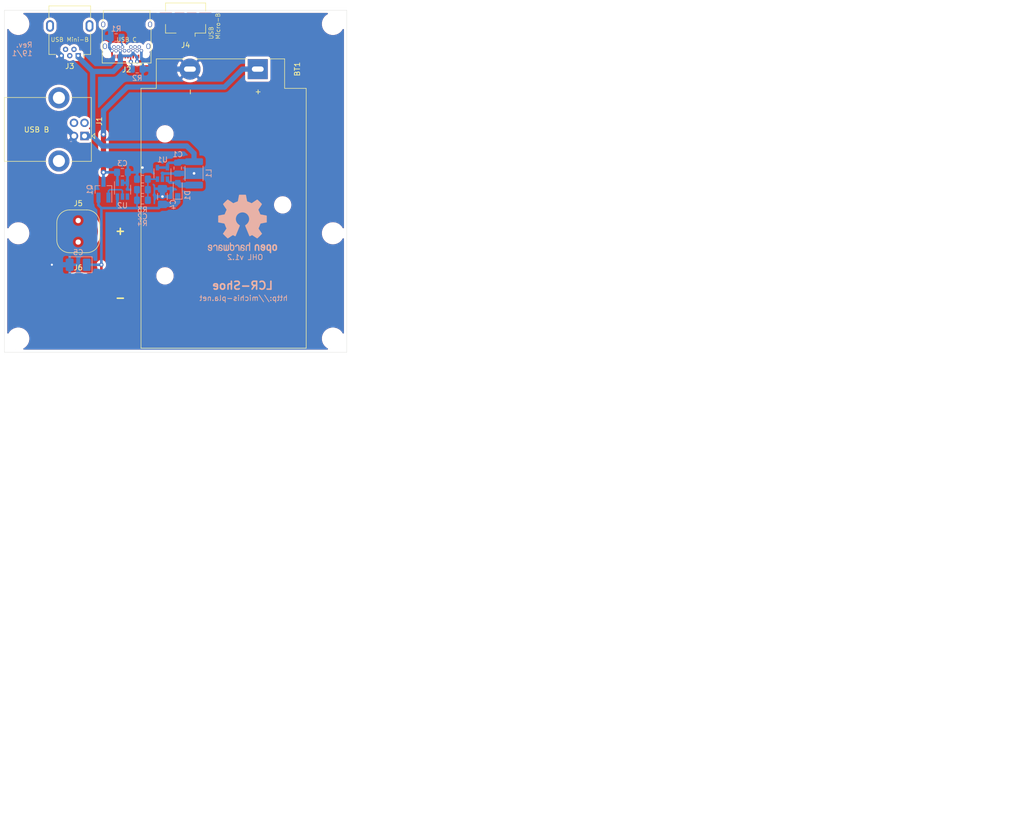
<source format=kicad_pcb>
(kicad_pcb (version 20171130) (host pcbnew "(5.1.4)-1")

  (general
    (thickness 1.6)
    (drawings 14)
    (tracks 167)
    (zones 0)
    (modules 30)
    (nets 34)
  )

  (page A4)
  (layers
    (0 F.Cu signal)
    (31 B.Cu signal)
    (32 B.Adhes user)
    (33 F.Adhes user)
    (34 B.Paste user)
    (35 F.Paste user)
    (36 B.SilkS user)
    (37 F.SilkS user)
    (38 B.Mask user hide)
    (39 F.Mask user hide)
    (40 Dwgs.User user)
    (41 Cmts.User user)
    (42 Eco1.User user hide)
    (43 Eco2.User user hide)
    (44 Edge.Cuts user)
    (45 Margin user)
    (46 B.CrtYd user)
    (47 F.CrtYd user)
    (48 B.Fab user hide)
    (49 F.Fab user hide)
  )

  (setup
    (last_trace_width 1)
    (user_trace_width 0.1)
    (user_trace_width 0.3)
    (user_trace_width 0.5)
    (user_trace_width 1)
    (trace_clearance 0.2)
    (zone_clearance 0.254)
    (zone_45_only no)
    (trace_min 0.1)
    (via_size 0.8)
    (via_drill 0.4)
    (via_min_size 0.45)
    (via_min_drill 0.2)
    (user_via 0.45 0.2)
    (user_via 0.8 0.4)
    (user_via 1 0.5)
    (uvia_size 0.8)
    (uvia_drill 0.4)
    (uvias_allowed no)
    (uvia_min_size 0.2)
    (uvia_min_drill 0.1)
    (edge_width 0.1)
    (segment_width 0.1)
    (pcb_text_width 0.3)
    (pcb_text_size 1.5 1.5)
    (mod_edge_width 0.1)
    (mod_text_size 0.8 0.8)
    (mod_text_width 0.1)
    (pad_size 2.3 1.9)
    (pad_drill 0)
    (pad_to_mask_clearance 0)
    (solder_mask_min_width 0.1)
    (aux_axis_origin 0 0)
    (visible_elements 7FFFFFFF)
    (pcbplotparams
      (layerselection 0x010fc_ffffffff)
      (usegerberextensions false)
      (usegerberattributes false)
      (usegerberadvancedattributes false)
      (creategerberjobfile false)
      (excludeedgelayer true)
      (linewidth 0.100000)
      (plotframeref false)
      (viasonmask false)
      (mode 1)
      (useauxorigin false)
      (hpglpennumber 1)
      (hpglpenspeed 20)
      (hpglpendiameter 15.000000)
      (psnegative false)
      (psa4output false)
      (plotreference true)
      (plotvalue true)
      (plotinvisibletext false)
      (padsonsilk false)
      (subtractmaskfromsilk false)
      (outputformat 1)
      (mirror false)
      (drillshape 1)
      (scaleselection 1)
      (outputdirectory ""))
  )

  (net 0 "")
  (net 1 +9V)
  (net 2 GND)
  (net 3 +5V)
  (net 4 +10V)
  (net 5 VCC)
  (net 6 "Net-(J1-Pad2)")
  (net 7 "Net-(J1-Pad3)")
  (net 8 "Net-(J2-PadA2)")
  (net 9 "Net-(J2-PadA3)")
  (net 10 "Net-(J2-PadA6)")
  (net 11 "Net-(J2-PadA7)")
  (net 12 "Net-(J2-PadA8)")
  (net 13 "Net-(J2-PadA10)")
  (net 14 "Net-(J2-PadA11)")
  (net 15 "Net-(J2-PadB2)")
  (net 16 "Net-(J2-PadB3)")
  (net 17 "Net-(J2-PadB6)")
  (net 18 "Net-(J2-PadB7)")
  (net 19 "Net-(J2-PadB8)")
  (net 20 "Net-(J2-PadB10)")
  (net 21 "Net-(J2-PadB11)")
  (net 22 "Net-(J3-Pad4)")
  (net 23 "Net-(J3-Pad3)")
  (net 24 "Net-(J3-Pad2)")
  (net 25 "Net-(J4-Pad4)")
  (net 26 "Net-(J4-Pad3)")
  (net 27 "Net-(J4-Pad2)")
  (net 28 "Net-(U2-Pad4)")
  (net 29 /FB)
  (net 30 /SW)
  (net 31 /G)
  (net 32 /USB_C-CC1)
  (net 33 /USB_C-CC2)

  (net_class Default "Dies ist die voreingestellte Netzklasse."
    (clearance 0.2)
    (trace_width 0.25)
    (via_dia 0.8)
    (via_drill 0.4)
    (uvia_dia 0.8)
    (uvia_drill 0.4)
    (diff_pair_width 0.25)
    (diff_pair_gap 0.25)
    (add_net +10V)
    (add_net +5V)
    (add_net +9V)
    (add_net /FB)
    (add_net /G)
    (add_net /SW)
    (add_net /USB_C-CC1)
    (add_net /USB_C-CC2)
    (add_net GND)
    (add_net "Net-(J1-Pad2)")
    (add_net "Net-(J1-Pad3)")
    (add_net "Net-(J2-PadA10)")
    (add_net "Net-(J2-PadA11)")
    (add_net "Net-(J2-PadA2)")
    (add_net "Net-(J2-PadA3)")
    (add_net "Net-(J2-PadA6)")
    (add_net "Net-(J2-PadA7)")
    (add_net "Net-(J2-PadA8)")
    (add_net "Net-(J2-PadB10)")
    (add_net "Net-(J2-PadB11)")
    (add_net "Net-(J2-PadB2)")
    (add_net "Net-(J2-PadB3)")
    (add_net "Net-(J2-PadB6)")
    (add_net "Net-(J2-PadB7)")
    (add_net "Net-(J2-PadB8)")
    (add_net "Net-(J3-Pad2)")
    (add_net "Net-(J3-Pad3)")
    (add_net "Net-(J3-Pad4)")
    (add_net "Net-(J4-Pad2)")
    (add_net "Net-(J4-Pad3)")
    (add_net "Net-(J4-Pad4)")
    (add_net "Net-(U2-Pad4)")
    (add_net VCC)
  )

  (net_class Min ""
    (clearance 0.1)
    (trace_width 0.1)
    (via_dia 0.45)
    (via_drill 0.2)
    (uvia_dia 0.45)
    (uvia_drill 0.2)
    (diff_pair_width 0.12)
    (diff_pair_gap 0.12)
  )

  (module "" (layer F.Cu) (tedit 0) (tstamp 0)
    (at 148.2 115.4)
    (fp_text reference "" (at 145.2 140.6) (layer F.SilkS)
      (effects (font (size 1.27 1.27) (thickness 0.15)))
    )
    (fp_text value "" (at 145.2 140.6) (layer F.SilkS)
      (effects (font (size 1.27 1.27) (thickness 0.15)))
    )
  )

  (module Symbol:OSHW-Logo2_14.6x12mm_SilkScreen (layer B.Cu) (tedit 0) (tstamp 5DBA4A21)
    (at 145.2 140.6 180)
    (descr "Open Source Hardware Symbol")
    (tags "Logo Symbol OSHW")
    (attr virtual)
    (fp_text reference REF** (at 0 0) (layer B.SilkS) hide
      (effects (font (size 1 1) (thickness 0.15)) (justify mirror))
    )
    (fp_text value OSHW-Logo2_14.6x12mm_SilkScreen (at 0.75 0) (layer B.Fab) hide
      (effects (font (size 1 1) (thickness 0.15)) (justify mirror))
    )
    (fp_poly (pts (xy 0.209014 5.547002) (xy 0.367006 5.546137) (xy 0.481347 5.543795) (xy 0.559407 5.539238)
      (xy 0.608554 5.53173) (xy 0.636159 5.520534) (xy 0.649592 5.504912) (xy 0.656221 5.484127)
      (xy 0.656865 5.481437) (xy 0.666935 5.432887) (xy 0.685575 5.337095) (xy 0.710845 5.204257)
      (xy 0.740807 5.044569) (xy 0.773522 4.868226) (xy 0.774664 4.862033) (xy 0.807433 4.689218)
      (xy 0.838093 4.536531) (xy 0.864664 4.413129) (xy 0.885167 4.328169) (xy 0.897626 4.29081)
      (xy 0.89822 4.290148) (xy 0.934919 4.271905) (xy 1.010586 4.241503) (xy 1.108878 4.205507)
      (xy 1.109425 4.205315) (xy 1.233233 4.158778) (xy 1.379196 4.099496) (xy 1.516781 4.039891)
      (xy 1.523293 4.036944) (xy 1.74739 3.935235) (xy 2.243619 4.274103) (xy 2.395846 4.377408)
      (xy 2.533741 4.469763) (xy 2.649315 4.545916) (xy 2.734579 4.600615) (xy 2.781544 4.628607)
      (xy 2.786004 4.630683) (xy 2.820134 4.62144) (xy 2.883881 4.576844) (xy 2.979731 4.494791)
      (xy 3.110169 4.373179) (xy 3.243328 4.243795) (xy 3.371694 4.116298) (xy 3.486581 3.999954)
      (xy 3.581073 3.901948) (xy 3.648253 3.829464) (xy 3.681206 3.789687) (xy 3.682432 3.787639)
      (xy 3.686074 3.760344) (xy 3.67235 3.715766) (xy 3.637869 3.647888) (xy 3.579239 3.550689)
      (xy 3.49307 3.418149) (xy 3.3782 3.247524) (xy 3.276254 3.097345) (xy 3.185123 2.96265)
      (xy 3.110073 2.85126) (xy 3.056369 2.770995) (xy 3.02928 2.729675) (xy 3.027574 2.72687)
      (xy 3.030882 2.687279) (xy 3.055953 2.610331) (xy 3.097798 2.510568) (xy 3.112712 2.478709)
      (xy 3.177786 2.336774) (xy 3.247212 2.175727) (xy 3.303609 2.036379) (xy 3.344247 1.932956)
      (xy 3.376526 1.854358) (xy 3.395178 1.81328) (xy 3.397497 1.810115) (xy 3.431803 1.804872)
      (xy 3.512669 1.790506) (xy 3.629343 1.769063) (xy 3.771075 1.742587) (xy 3.92711 1.713123)
      (xy 4.086698 1.682717) (xy 4.239085 1.653412) (xy 4.373521 1.627255) (xy 4.479252 1.60629)
      (xy 4.545526 1.592561) (xy 4.561782 1.58868) (xy 4.578573 1.5791) (xy 4.591249 1.557464)
      (xy 4.600378 1.516469) (xy 4.606531 1.448811) (xy 4.61028 1.347188) (xy 4.612192 1.204297)
      (xy 4.61284 1.012835) (xy 4.612874 0.934355) (xy 4.612874 0.296094) (xy 4.459598 0.26584)
      (xy 4.374322 0.249436) (xy 4.24707 0.225491) (xy 4.093315 0.196893) (xy 3.928534 0.166533)
      (xy 3.882989 0.158194) (xy 3.730932 0.12863) (xy 3.598468 0.099558) (xy 3.496714 0.073671)
      (xy 3.436788 0.053663) (xy 3.426805 0.047699) (xy 3.402293 0.005466) (xy 3.367148 -0.07637)
      (xy 3.328173 -0.181683) (xy 3.320442 -0.204368) (xy 3.26936 -0.345018) (xy 3.205954 -0.503714)
      (xy 3.143904 -0.646225) (xy 3.143598 -0.646886) (xy 3.040267 -0.87044) (xy 3.719961 -1.870232)
      (xy 3.283621 -2.3073) (xy 3.151649 -2.437381) (xy 3.031279 -2.552048) (xy 2.929273 -2.645181)
      (xy 2.852391 -2.710658) (xy 2.807393 -2.742357) (xy 2.800938 -2.744368) (xy 2.76304 -2.728529)
      (xy 2.685708 -2.684496) (xy 2.577389 -2.61749) (xy 2.446532 -2.532734) (xy 2.305052 -2.437816)
      (xy 2.161461 -2.340998) (xy 2.033435 -2.256751) (xy 1.929105 -2.190258) (xy 1.8566 -2.146702)
      (xy 1.824158 -2.131264) (xy 1.784576 -2.144328) (xy 1.709519 -2.17875) (xy 1.614468 -2.22738)
      (xy 1.604392 -2.232785) (xy 1.476391 -2.29698) (xy 1.388618 -2.328463) (xy 1.334028 -2.328798)
      (xy 1.305575 -2.299548) (xy 1.30541 -2.299138) (xy 1.291188 -2.264498) (xy 1.257269 -2.182269)
      (xy 1.206284 -2.058814) (xy 1.140862 -1.900498) (xy 1.063634 -1.713686) (xy 0.977229 -1.504742)
      (xy 0.893551 -1.302446) (xy 0.801588 -1.0792) (xy 0.71715 -0.872392) (xy 0.642769 -0.688362)
      (xy 0.580974 -0.533451) (xy 0.534297 -0.413996) (xy 0.505268 -0.336339) (xy 0.496322 -0.307356)
      (xy 0.518756 -0.27411) (xy 0.577439 -0.221123) (xy 0.655689 -0.162704) (xy 0.878534 0.022048)
      (xy 1.052718 0.233818) (xy 1.176154 0.468144) (xy 1.246754 0.720566) (xy 1.262431 0.986623)
      (xy 1.251036 1.109425) (xy 1.18895 1.364207) (xy 1.082023 1.589199) (xy 0.936889 1.782183)
      (xy 0.760178 1.940939) (xy 0.558522 2.06325) (xy 0.338554 2.146895) (xy 0.106906 2.189656)
      (xy -0.129791 2.189313) (xy -0.364905 2.143648) (xy -0.591804 2.050441) (xy -0.803856 1.907473)
      (xy -0.892364 1.826617) (xy -1.062111 1.618993) (xy -1.180301 1.392105) (xy -1.247722 1.152567)
      (xy -1.26516 0.906993) (xy -1.233402 0.661997) (xy -1.153235 0.424192) (xy -1.025445 0.200193)
      (xy -0.85082 -0.003387) (xy -0.655688 -0.162704) (xy -0.574409 -0.223602) (xy -0.516991 -0.276015)
      (xy -0.496322 -0.307406) (xy -0.507144 -0.341639) (xy -0.537923 -0.423419) (xy -0.586126 -0.546407)
      (xy -0.649222 -0.704263) (xy -0.724678 -0.890649) (xy -0.809962 -1.099226) (xy -0.893781 -1.302496)
      (xy -0.986255 -1.525933) (xy -1.071911 -1.732984) (xy -1.148118 -1.917286) (xy -1.212247 -2.072475)
      (xy -1.261668 -2.192188) (xy -1.293752 -2.270061) (xy -1.305641 -2.299138) (xy -1.333726 -2.328677)
      (xy -1.388051 -2.328591) (xy -1.475605 -2.297326) (xy -1.603381 -2.233329) (xy -1.604392 -2.232785)
      (xy -1.700598 -2.183121) (xy -1.778369 -2.146945) (xy -1.822223 -2.131408) (xy -1.824158 -2.131264)
      (xy -1.857171 -2.147024) (xy -1.930054 -2.19085) (xy -2.034678 -2.257557) (xy -2.16291 -2.341964)
      (xy -2.305052 -2.437816) (xy -2.449767 -2.534867) (xy -2.580196 -2.61927) (xy -2.68789 -2.685801)
      (xy -2.764402 -2.729238) (xy -2.800938 -2.744368) (xy -2.834582 -2.724482) (xy -2.902224 -2.668903)
      (xy -2.997107 -2.583754) (xy -3.11247 -2.475153) (xy -3.241555 -2.349221) (xy -3.283771 -2.307149)
      (xy -3.720261 -1.869931) (xy -3.388023 -1.38234) (xy -3.287054 -1.232605) (xy -3.198438 -1.09822)
      (xy -3.127146 -0.986969) (xy -3.07815 -0.906639) (xy -3.056422 -0.865014) (xy -3.055785 -0.862053)
      (xy -3.06724 -0.822818) (xy -3.098051 -0.743895) (xy -3.142884 -0.638509) (xy -3.174353 -0.567954)
      (xy -3.233192 -0.432876) (xy -3.288604 -0.296409) (xy -3.331564 -0.181103) (xy -3.343234 -0.145977)
      (xy -3.376389 -0.052174) (xy -3.408799 0.020306) (xy -3.426601 0.047699) (xy -3.465886 0.064464)
      (xy -3.551626 0.08823) (xy -3.672697 0.116303) (xy -3.817973 0.145991) (xy -3.882988 0.158194)
      (xy -4.048087 0.188532) (xy -4.206448 0.217907) (xy -4.342596 0.243431) (xy -4.441057 0.262215)
      (xy -4.459598 0.26584) (xy -4.612873 0.296094) (xy -4.612873 0.934355) (xy -4.612529 1.14423)
      (xy -4.611116 1.30302) (xy -4.608064 1.418027) (xy -4.602803 1.496554) (xy -4.594763 1.545904)
      (xy -4.583373 1.573381) (xy -4.568063 1.586287) (xy -4.561782 1.58868) (xy -4.523896 1.597167)
      (xy -4.440195 1.6141) (xy -4.321433 1.637434) (xy -4.178361 1.665125) (xy -4.021732 1.695127)
      (xy -3.862297 1.725396) (xy -3.710809 1.753885) (xy -3.578019 1.778551) (xy -3.474681 1.797349)
      (xy -3.411545 1.808233) (xy -3.397497 1.810115) (xy -3.38477 1.835296) (xy -3.3566 1.902378)
      (xy -3.318252 1.998667) (xy -3.303609 2.036379) (xy -3.244548 2.182079) (xy -3.175 2.343049)
      (xy -3.112712 2.478709) (xy -3.066879 2.582439) (xy -3.036387 2.667674) (xy -3.026208 2.719874)
      (xy -3.027831 2.72687) (xy -3.049343 2.759898) (xy -3.098465 2.833357) (xy -3.169923 2.939423)
      (xy -3.258445 3.070274) (xy -3.358759 3.218088) (xy -3.378594 3.247266) (xy -3.494988 3.420137)
      (xy -3.580548 3.551774) (xy -3.638684 3.648239) (xy -3.672808 3.715592) (xy -3.686331 3.759894)
      (xy -3.682664 3.787206) (xy -3.68257 3.78738) (xy -3.653707 3.823254) (xy -3.589867 3.892609)
      (xy -3.497969 3.988255) (xy -3.384933 4.103001) (xy -3.257679 4.229659) (xy -3.243328 4.243795)
      (xy -3.082957 4.399097) (xy -2.959195 4.51313) (xy -2.869555 4.587998) (xy -2.811552 4.625804)
      (xy -2.786004 4.630683) (xy -2.748718 4.609397) (xy -2.671343 4.560227) (xy -2.561867 4.488425)
      (xy -2.42828 4.399245) (xy -2.27857 4.297937) (xy -2.243618 4.274103) (xy -1.74739 3.935235)
      (xy -1.523293 4.036944) (xy -1.387011 4.096217) (xy -1.240724 4.15583) (xy -1.114965 4.20336)
      (xy -1.109425 4.205315) (xy -1.011057 4.241323) (xy -0.935229 4.271771) (xy -0.898282 4.290095)
      (xy -0.89822 4.290148) (xy -0.886496 4.323271) (xy -0.866568 4.404733) (xy -0.840413 4.525375)
      (xy -0.81001 4.676041) (xy -0.777337 4.847572) (xy -0.774664 4.862033) (xy -0.74189 5.038765)
      (xy -0.711802 5.19919) (xy -0.686339 5.333112) (xy -0.667441 5.430337) (xy -0.657047 5.480668)
      (xy -0.656865 5.481437) (xy -0.650539 5.502847) (xy -0.638239 5.519012) (xy -0.612594 5.530669)
      (xy -0.566235 5.538555) (xy -0.491792 5.543407) (xy -0.381895 5.545961) (xy -0.229175 5.546955)
      (xy -0.026262 5.547126) (xy 0 5.547126) (xy 0.209014 5.547002)) (layer B.SilkS) (width 0.01))
    (fp_poly (pts (xy 6.343439 -3.95654) (xy 6.45895 -4.032034) (xy 6.514664 -4.099617) (xy 6.558804 -4.222255)
      (xy 6.562309 -4.319298) (xy 6.554368 -4.449056) (xy 6.255115 -4.580039) (xy 6.109611 -4.646958)
      (xy 6.014537 -4.70079) (xy 5.965101 -4.747416) (xy 5.956511 -4.79272) (xy 5.983972 -4.842582)
      (xy 6.014253 -4.875632) (xy 6.102363 -4.928633) (xy 6.198196 -4.932347) (xy 6.286212 -4.891041)
      (xy 6.350869 -4.808983) (xy 6.362433 -4.780008) (xy 6.417825 -4.689509) (xy 6.481553 -4.65094)
      (xy 6.568966 -4.617946) (xy 6.568966 -4.743034) (xy 6.561238 -4.828156) (xy 6.530966 -4.899938)
      (xy 6.467518 -4.982356) (xy 6.458088 -4.993066) (xy 6.387513 -5.066391) (xy 6.326847 -5.105742)
      (xy 6.25095 -5.123845) (xy 6.18803 -5.129774) (xy 6.075487 -5.131251) (xy 5.99537 -5.112535)
      (xy 5.94539 -5.084747) (xy 5.866838 -5.023641) (xy 5.812463 -4.957554) (xy 5.778052 -4.874441)
      (xy 5.759388 -4.762254) (xy 5.752256 -4.608946) (xy 5.751687 -4.531136) (xy 5.753622 -4.437853)
      (xy 5.929899 -4.437853) (xy 5.931944 -4.487896) (xy 5.937039 -4.496092) (xy 5.970666 -4.484958)
      (xy 6.04303 -4.455493) (xy 6.139747 -4.413601) (xy 6.159973 -4.404597) (xy 6.282203 -4.342442)
      (xy 6.349547 -4.287815) (xy 6.364348 -4.236649) (xy 6.328947 -4.184876) (xy 6.299711 -4.162)
      (xy 6.194216 -4.11625) (xy 6.095476 -4.123808) (xy 6.012812 -4.179651) (xy 5.955548 -4.278753)
      (xy 5.937188 -4.357414) (xy 5.929899 -4.437853) (xy 5.753622 -4.437853) (xy 5.755459 -4.349351)
      (xy 5.769359 -4.214853) (xy 5.796894 -4.116916) (xy 5.841572 -4.044811) (xy 5.906901 -3.987813)
      (xy 5.935383 -3.969393) (xy 6.064763 -3.921422) (xy 6.206412 -3.918403) (xy 6.343439 -3.95654)) (layer B.SilkS) (width 0.01))
    (fp_poly (pts (xy 5.33569 -3.940018) (xy 5.370585 -3.955269) (xy 5.453877 -4.021235) (xy 5.525103 -4.116618)
      (xy 5.569153 -4.218406) (xy 5.576322 -4.268587) (xy 5.552285 -4.338647) (xy 5.499561 -4.375717)
      (xy 5.443031 -4.398164) (xy 5.417146 -4.4023) (xy 5.404542 -4.372283) (xy 5.379654 -4.306961)
      (xy 5.368735 -4.277445) (xy 5.307508 -4.175348) (xy 5.218861 -4.124423) (xy 5.105193 -4.125989)
      (xy 5.096774 -4.127994) (xy 5.036088 -4.156767) (xy 4.991474 -4.212859) (xy 4.961002 -4.303163)
      (xy 4.942744 -4.434571) (xy 4.934771 -4.613974) (xy 4.934023 -4.709433) (xy 4.933652 -4.859913)
      (xy 4.931223 -4.962495) (xy 4.92476 -5.027672) (xy 4.912288 -5.065938) (xy 4.891833 -5.087785)
      (xy 4.861419 -5.103707) (xy 4.859661 -5.104509) (xy 4.801091 -5.129272) (xy 4.772075 -5.138391)
      (xy 4.767616 -5.110822) (xy 4.763799 -5.03462) (xy 4.760899 -4.919541) (xy 4.759191 -4.775341)
      (xy 4.758851 -4.669814) (xy 4.760588 -4.465613) (xy 4.767382 -4.310697) (xy 4.781607 -4.196024)
      (xy 4.805638 -4.112551) (xy 4.841848 -4.051236) (xy 4.892612 -4.003034) (xy 4.942739 -3.969393)
      (xy 5.063275 -3.924619) (xy 5.203557 -3.914521) (xy 5.33569 -3.940018)) (layer B.SilkS) (width 0.01))
    (fp_poly (pts (xy 4.314406 -3.935156) (xy 4.398469 -3.973393) (xy 4.46445 -4.019726) (xy 4.512794 -4.071532)
      (xy 4.546172 -4.138363) (xy 4.567253 -4.229769) (xy 4.578707 -4.355301) (xy 4.583203 -4.524508)
      (xy 4.583678 -4.635933) (xy 4.583678 -5.070627) (xy 4.509316 -5.104509) (xy 4.450746 -5.129272)
      (xy 4.42173 -5.138391) (xy 4.416179 -5.111257) (xy 4.411775 -5.038094) (xy 4.409078 -4.931263)
      (xy 4.408506 -4.846437) (xy 4.406046 -4.723887) (xy 4.399412 -4.626668) (xy 4.389726 -4.567134)
      (xy 4.382032 -4.554483) (xy 4.330311 -4.567402) (xy 4.249117 -4.600539) (xy 4.155102 -4.645461)
      (xy 4.064917 -4.693735) (xy 3.995215 -4.736928) (xy 3.962648 -4.766608) (xy 3.962519 -4.766929)
      (xy 3.96532 -4.821857) (xy 3.990439 -4.874292) (xy 4.034541 -4.916881) (xy 4.098909 -4.931126)
      (xy 4.153921 -4.929466) (xy 4.231835 -4.928245) (xy 4.272732 -4.946498) (xy 4.297295 -4.994726)
      (xy 4.300392 -5.00382) (xy 4.31104 -5.072598) (xy 4.282565 -5.11436) (xy 4.208344 -5.134263)
      (xy 4.128168 -5.137944) (xy 3.98389 -5.110658) (xy 3.909203 -5.07169) (xy 3.816963 -4.980148)
      (xy 3.768043 -4.867782) (xy 3.763654 -4.749051) (xy 3.805001 -4.638411) (xy 3.867197 -4.56908)
      (xy 3.929294 -4.530265) (xy 4.026895 -4.481125) (xy 4.140632 -4.431292) (xy 4.15959 -4.423677)
      (xy 4.284521 -4.368545) (xy 4.356539 -4.319954) (xy 4.3797 -4.271647) (xy 4.358064 -4.21737)
      (xy 4.32092 -4.174943) (xy 4.233127 -4.122702) (xy 4.13653 -4.118784) (xy 4.047944 -4.159041)
      (xy 3.984186 -4.239326) (xy 3.975817 -4.26004) (xy 3.927096 -4.336225) (xy 3.855965 -4.392785)
      (xy 3.766207 -4.439201) (xy 3.766207 -4.307584) (xy 3.77149 -4.227168) (xy 3.794142 -4.163786)
      (xy 3.844367 -4.096163) (xy 3.892582 -4.044076) (xy 3.967554 -3.970322) (xy 4.025806 -3.930702)
      (xy 4.088372 -3.91481) (xy 4.159193 -3.912184) (xy 4.314406 -3.935156)) (layer B.SilkS) (width 0.01))
    (fp_poly (pts (xy 3.580124 -3.93984) (xy 3.584579 -4.016653) (xy 3.588071 -4.133391) (xy 3.590315 -4.280821)
      (xy 3.591035 -4.435455) (xy 3.591035 -4.958727) (xy 3.498645 -5.051117) (xy 3.434978 -5.108047)
      (xy 3.379089 -5.131107) (xy 3.302702 -5.129647) (xy 3.27238 -5.125934) (xy 3.17761 -5.115126)
      (xy 3.099222 -5.108933) (xy 3.080115 -5.108361) (xy 3.015699 -5.112102) (xy 2.923571 -5.121494)
      (xy 2.88785 -5.125934) (xy 2.800114 -5.132801) (xy 2.741153 -5.117885) (xy 2.68269 -5.071835)
      (xy 2.661585 -5.051117) (xy 2.569195 -4.958727) (xy 2.569195 -3.979947) (xy 2.643558 -3.946066)
      (xy 2.70759 -3.92097) (xy 2.745052 -3.912184) (xy 2.754657 -3.93995) (xy 2.763635 -4.01753)
      (xy 2.771386 -4.136348) (xy 2.777314 -4.287828) (xy 2.780173 -4.415805) (xy 2.788161 -4.919425)
      (xy 2.857848 -4.929278) (xy 2.921229 -4.922389) (xy 2.952286 -4.900083) (xy 2.960967 -4.858379)
      (xy 2.968378 -4.769544) (xy 2.973931 -4.644834) (xy 2.977036 -4.495507) (xy 2.977484 -4.418661)
      (xy 2.977931 -3.976287) (xy 3.069874 -3.944235) (xy 3.134949 -3.922443) (xy 3.170347 -3.912281)
      (xy 3.171368 -3.912184) (xy 3.17492 -3.939809) (xy 3.178823 -4.016411) (xy 3.182751 -4.132579)
      (xy 3.186376 -4.278904) (xy 3.188908 -4.415805) (xy 3.196897 -4.919425) (xy 3.372069 -4.919425)
      (xy 3.380107 -4.459965) (xy 3.388146 -4.000505) (xy 3.473543 -3.956344) (xy 3.536593 -3.926019)
      (xy 3.57391 -3.912258) (xy 3.574987 -3.912184) (xy 3.580124 -3.93984)) (layer B.SilkS) (width 0.01))
    (fp_poly (pts (xy 2.393914 -4.154455) (xy 2.393543 -4.372661) (xy 2.392108 -4.540519) (xy 2.389002 -4.66607)
      (xy 2.383622 -4.757355) (xy 2.375362 -4.822415) (xy 2.363616 -4.869291) (xy 2.347781 -4.906024)
      (xy 2.33579 -4.926991) (xy 2.23649 -5.040694) (xy 2.110588 -5.111965) (xy 1.971291 -5.137538)
      (xy 1.831805 -5.11415) (xy 1.748743 -5.072119) (xy 1.661545 -4.999411) (xy 1.602117 -4.910612)
      (xy 1.566261 -4.79432) (xy 1.549781 -4.639135) (xy 1.547447 -4.525287) (xy 1.547761 -4.517106)
      (xy 1.751724 -4.517106) (xy 1.75297 -4.647657) (xy 1.758678 -4.73408) (xy 1.771804 -4.790618)
      (xy 1.795306 -4.831514) (xy 1.823386 -4.862362) (xy 1.917688 -4.921905) (xy 2.01894 -4.926992)
      (xy 2.114636 -4.877279) (xy 2.122084 -4.870543) (xy 2.153874 -4.835502) (xy 2.173808 -4.793811)
      (xy 2.1846 -4.731762) (xy 2.188965 -4.635644) (xy 2.189655 -4.529379) (xy 2.188159 -4.39588)
      (xy 2.181964 -4.306822) (xy 2.168514 -4.248293) (xy 2.145251 -4.206382) (xy 2.126175 -4.184123)
      (xy 2.037563 -4.127985) (xy 1.935508 -4.121235) (xy 1.838095 -4.164114) (xy 1.819296 -4.180032)
      (xy 1.787293 -4.215382) (xy 1.767318 -4.257502) (xy 1.756593 -4.320251) (xy 1.752339 -4.417487)
      (xy 1.751724 -4.517106) (xy 1.547761 -4.517106) (xy 1.554504 -4.341947) (xy 1.578472 -4.204195)
      (xy 1.623548 -4.100632) (xy 1.693928 -4.019856) (xy 1.748743 -3.978455) (xy 1.848376 -3.933728)
      (xy 1.963855 -3.912967) (xy 2.071199 -3.918525) (xy 2.131264 -3.940943) (xy 2.154835 -3.947323)
      (xy 2.170477 -3.923535) (xy 2.181395 -3.859788) (xy 2.189655 -3.762687) (xy 2.198699 -3.654541)
      (xy 2.211261 -3.589475) (xy 2.234119 -3.552268) (xy 2.274051 -3.527699) (xy 2.299138 -3.516819)
      (xy 2.394023 -3.477072) (xy 2.393914 -4.154455)) (layer B.SilkS) (width 0.01))
    (fp_poly (pts (xy 1.065943 -3.92192) (xy 1.198565 -3.970859) (xy 1.30601 -4.057419) (xy 1.348032 -4.118352)
      (xy 1.393843 -4.230161) (xy 1.392891 -4.311006) (xy 1.344808 -4.365378) (xy 1.327017 -4.374624)
      (xy 1.250204 -4.40345) (xy 1.210976 -4.396065) (xy 1.197689 -4.347658) (xy 1.197012 -4.32092)
      (xy 1.172686 -4.222548) (xy 1.109281 -4.153734) (xy 1.021154 -4.120498) (xy 0.922663 -4.128861)
      (xy 0.842602 -4.172296) (xy 0.815561 -4.197072) (xy 0.796394 -4.227129) (xy 0.783446 -4.272565)
      (xy 0.775064 -4.343476) (xy 0.769593 -4.44996) (xy 0.765378 -4.602112) (xy 0.764287 -4.650287)
      (xy 0.760307 -4.815095) (xy 0.755781 -4.931088) (xy 0.748995 -5.007833) (xy 0.738231 -5.054893)
      (xy 0.721773 -5.081835) (xy 0.697906 -5.098223) (xy 0.682626 -5.105463) (xy 0.617733 -5.13022)
      (xy 0.579534 -5.138391) (xy 0.566912 -5.111103) (xy 0.559208 -5.028603) (xy 0.55638 -4.889941)
      (xy 0.558386 -4.694162) (xy 0.559011 -4.663965) (xy 0.563421 -4.485349) (xy 0.568635 -4.354923)
      (xy 0.576055 -4.262492) (xy 0.587082 -4.197858) (xy 0.603117 -4.150825) (xy 0.625561 -4.111196)
      (xy 0.637302 -4.094215) (xy 0.704619 -4.01908) (xy 0.77991 -3.960638) (xy 0.789128 -3.955536)
      (xy 0.924133 -3.91526) (xy 1.065943 -3.92192)) (layer B.SilkS) (width 0.01))
    (fp_poly (pts (xy 0.079944 -3.92436) (xy 0.194343 -3.966842) (xy 0.195652 -3.967658) (xy 0.266403 -4.01973)
      (xy 0.318636 -4.080584) (xy 0.355371 -4.159887) (xy 0.379634 -4.267309) (xy 0.394445 -4.412517)
      (xy 0.402829 -4.605179) (xy 0.403564 -4.632628) (xy 0.41412 -5.046521) (xy 0.325291 -5.092456)
      (xy 0.261018 -5.123498) (xy 0.22221 -5.138206) (xy 0.220415 -5.138391) (xy 0.2137 -5.11125)
      (xy 0.208365 -5.038041) (xy 0.205083 -4.931081) (xy 0.204368 -4.844469) (xy 0.204351 -4.704162)
      (xy 0.197937 -4.616051) (xy 0.17558 -4.574025) (xy 0.127732 -4.571975) (xy 0.044849 -4.60379)
      (xy -0.080287 -4.662272) (xy -0.172303 -4.710845) (xy -0.219629 -4.752986) (xy -0.233542 -4.798916)
      (xy -0.233563 -4.801189) (xy -0.210605 -4.880311) (xy -0.14263 -4.923055) (xy -0.038602 -4.929246)
      (xy 0.03633 -4.928172) (xy 0.075839 -4.949753) (xy 0.100478 -5.001591) (xy 0.114659 -5.067632)
      (xy 0.094223 -5.105104) (xy 0.086528 -5.110467) (xy 0.014083 -5.132006) (xy -0.087367 -5.135055)
      (xy -0.191843 -5.120778) (xy -0.265875 -5.094688) (xy -0.368228 -5.007785) (xy -0.426409 -4.886816)
      (xy -0.437931 -4.792308) (xy -0.429138 -4.707062) (xy -0.39732 -4.637476) (xy -0.334316 -4.575672)
      (xy -0.231969 -4.513772) (xy -0.082118 -4.443897) (xy -0.072988 -4.439948) (xy 0.061997 -4.377588)
      (xy 0.145294 -4.326446) (xy 0.180997 -4.280488) (xy 0.173203 -4.233683) (xy 0.126007 -4.179998)
      (xy 0.111894 -4.167644) (xy 0.017359 -4.119741) (xy -0.080594 -4.121758) (xy -0.165903 -4.168724)
      (xy -0.222504 -4.255669) (xy -0.227763 -4.272734) (xy -0.278977 -4.355504) (xy -0.343963 -4.395372)
      (xy -0.437931 -4.434882) (xy -0.437931 -4.332658) (xy -0.409347 -4.184072) (xy -0.324505 -4.047784)
      (xy -0.280355 -4.002191) (xy -0.179995 -3.943674) (xy -0.052365 -3.917184) (xy 0.079944 -3.92436)) (layer B.SilkS) (width 0.01))
    (fp_poly (pts (xy -1.255402 -3.723857) (xy -1.246846 -3.843188) (xy -1.237019 -3.913506) (xy -1.223401 -3.944179)
      (xy -1.203473 -3.944571) (xy -1.197011 -3.94091) (xy -1.11106 -3.914398) (xy -0.999255 -3.915946)
      (xy -0.885586 -3.943199) (xy -0.81449 -3.978455) (xy -0.741595 -4.034778) (xy -0.688307 -4.098519)
      (xy -0.651725 -4.17951) (xy -0.62895 -4.287586) (xy -0.617081 -4.43258) (xy -0.613218 -4.624326)
      (xy -0.613149 -4.661109) (xy -0.613103 -5.074288) (xy -0.705046 -5.106339) (xy -0.770348 -5.128144)
      (xy -0.806176 -5.138297) (xy -0.80723 -5.138391) (xy -0.810758 -5.11086) (xy -0.813761 -5.034923)
      (xy -0.81601 -4.920565) (xy -0.817276 -4.777769) (xy -0.817471 -4.690951) (xy -0.817877 -4.519773)
      (xy -0.819968 -4.397088) (xy -0.825053 -4.313) (xy -0.83444 -4.257614) (xy -0.849439 -4.221032)
      (xy -0.871358 -4.193359) (xy -0.885043 -4.180032) (xy -0.979051 -4.126328) (xy -1.081636 -4.122307)
      (xy -1.17471 -4.167725) (xy -1.191922 -4.184123) (xy -1.217168 -4.214957) (xy -1.23468 -4.251531)
      (xy -1.245858 -4.304415) (xy -1.252104 -4.384177) (xy -1.254818 -4.501385) (xy -1.255402 -4.662991)
      (xy -1.255402 -5.074288) (xy -1.347345 -5.106339) (xy -1.412647 -5.128144) (xy -1.448475 -5.138297)
      (xy -1.449529 -5.138391) (xy -1.452225 -5.110448) (xy -1.454655 -5.03163) (xy -1.456722 -4.909453)
      (xy -1.458329 -4.751432) (xy -1.459377 -4.565083) (xy -1.459769 -4.35792) (xy -1.45977 -4.348706)
      (xy -1.45977 -3.55902) (xy -1.364885 -3.518997) (xy -1.27 -3.478973) (xy -1.255402 -3.723857)) (layer B.SilkS) (width 0.01))
    (fp_poly (pts (xy -3.684448 -3.884676) (xy -3.569342 -3.962111) (xy -3.480389 -4.073949) (xy -3.427251 -4.216265)
      (xy -3.416503 -4.321015) (xy -3.417724 -4.364726) (xy -3.427944 -4.398194) (xy -3.456039 -4.428179)
      (xy -3.510884 -4.46144) (xy -3.601355 -4.504738) (xy -3.736328 -4.564833) (xy -3.737011 -4.565134)
      (xy -3.861249 -4.622037) (xy -3.963127 -4.672565) (xy -4.032233 -4.71128) (xy -4.058154 -4.73274)
      (xy -4.058161 -4.732913) (xy -4.035315 -4.779644) (xy -3.981891 -4.831154) (xy -3.920558 -4.868261)
      (xy -3.889485 -4.875632) (xy -3.804711 -4.850138) (xy -3.731707 -4.786291) (xy -3.696087 -4.716094)
      (xy -3.66182 -4.664343) (xy -3.594697 -4.605409) (xy -3.515792 -4.554496) (xy -3.446179 -4.526809)
      (xy -3.431623 -4.525287) (xy -3.415237 -4.550321) (xy -3.41425 -4.614311) (xy -3.426292 -4.700593)
      (xy -3.448993 -4.792501) (xy -3.479986 -4.873369) (xy -3.481552 -4.876509) (xy -3.574819 -5.006734)
      (xy -3.695696 -5.095311) (xy -3.832973 -5.138786) (xy -3.97544 -5.133706) (xy -4.111888 -5.076616)
      (xy -4.117955 -5.072602) (xy -4.22529 -4.975326) (xy -4.295868 -4.848409) (xy -4.334926 -4.681526)
      (xy -4.340168 -4.634639) (xy -4.349452 -4.413329) (xy -4.338322 -4.310124) (xy -4.058161 -4.310124)
      (xy -4.054521 -4.374503) (xy -4.034611 -4.393291) (xy -3.984974 -4.379235) (xy -3.906733 -4.346009)
      (xy -3.819274 -4.304359) (xy -3.817101 -4.303256) (xy -3.74297 -4.264265) (xy -3.713219 -4.238244)
      (xy -3.720555 -4.210965) (xy -3.751447 -4.175121) (xy -3.83004 -4.123251) (xy -3.914677 -4.119439)
      (xy -3.990597 -4.157189) (xy -4.043035 -4.230001) (xy -4.058161 -4.310124) (xy -4.338322 -4.310124)
      (xy -4.330356 -4.236261) (xy -4.281366 -4.095829) (xy -4.213164 -3.997447) (xy -4.090065 -3.89803)
      (xy -3.954472 -3.848711) (xy -3.816045 -3.845568) (xy -3.684448 -3.884676)) (layer B.SilkS) (width 0.01))
    (fp_poly (pts (xy -5.951779 -3.866015) (xy -5.814939 -3.937968) (xy -5.713949 -4.053766) (xy -5.678075 -4.128213)
      (xy -5.650161 -4.239992) (xy -5.635871 -4.381227) (xy -5.634516 -4.535371) (xy -5.645405 -4.685879)
      (xy -5.667847 -4.816205) (xy -5.70115 -4.909803) (xy -5.711385 -4.925922) (xy -5.832618 -5.046249)
      (xy -5.976613 -5.118317) (xy -6.132861 -5.139408) (xy -6.290852 -5.106802) (xy -6.33482 -5.087253)
      (xy -6.420444 -5.027012) (xy -6.495592 -4.947135) (xy -6.502694 -4.937004) (xy -6.531561 -4.888181)
      (xy -6.550643 -4.83599) (xy -6.561916 -4.767285) (xy -6.567355 -4.668918) (xy -6.568938 -4.527744)
      (xy -6.568965 -4.496092) (xy -6.568893 -4.486019) (xy -6.277011 -4.486019) (xy -6.275313 -4.619256)
      (xy -6.268628 -4.707674) (xy -6.254575 -4.764785) (xy -6.230771 -4.804102) (xy -6.218621 -4.817241)
      (xy -6.148764 -4.867172) (xy -6.080941 -4.864895) (xy -6.012365 -4.821584) (xy -5.971465 -4.775346)
      (xy -5.947242 -4.707857) (xy -5.933639 -4.601433) (xy -5.932706 -4.58902) (xy -5.930384 -4.396147)
      (xy -5.95465 -4.2529) (xy -6.005176 -4.16016) (xy -6.081632 -4.118807) (xy -6.108924 -4.116552)
      (xy -6.180589 -4.127893) (xy -6.22961 -4.167184) (xy -6.259582 -4.242326) (xy -6.274101 -4.361222)
      (xy -6.277011 -4.486019) (xy -6.568893 -4.486019) (xy -6.567878 -4.345659) (xy -6.563312 -4.240549)
      (xy -6.553312 -4.167714) (xy -6.535921 -4.114108) (xy -6.509184 -4.066681) (xy -6.503276 -4.057864)
      (xy -6.403968 -3.939007) (xy -6.295758 -3.870008) (xy -6.164019 -3.842619) (xy -6.119283 -3.841281)
      (xy -5.951779 -3.866015)) (layer B.SilkS) (width 0.01))
    (fp_poly (pts (xy -2.582571 -3.877719) (xy -2.488877 -3.931914) (xy -2.423736 -3.985707) (xy -2.376093 -4.042066)
      (xy -2.343272 -4.110987) (xy -2.322594 -4.202468) (xy -2.31138 -4.326506) (xy -2.306951 -4.493098)
      (xy -2.306437 -4.612851) (xy -2.306437 -5.053659) (xy -2.430517 -5.109283) (xy -2.554598 -5.164907)
      (xy -2.569195 -4.682095) (xy -2.575227 -4.501779) (xy -2.581555 -4.370901) (xy -2.589394 -4.280511)
      (xy -2.599963 -4.221664) (xy -2.614477 -4.185413) (xy -2.634152 -4.16281) (xy -2.640465 -4.157917)
      (xy -2.736112 -4.119706) (xy -2.832793 -4.134827) (xy -2.890345 -4.174943) (xy -2.913755 -4.20337)
      (xy -2.929961 -4.240672) (xy -2.940259 -4.297223) (xy -2.945951 -4.383394) (xy -2.948336 -4.509558)
      (xy -2.948736 -4.641042) (xy -2.948814 -4.805999) (xy -2.951639 -4.922761) (xy -2.961093 -5.00151)
      (xy -2.98106 -5.052431) (xy -3.015424 -5.085706) (xy -3.068068 -5.11152) (xy -3.138383 -5.138344)
      (xy -3.21518 -5.167542) (xy -3.206038 -4.649346) (xy -3.202357 -4.462539) (xy -3.19805 -4.32449)
      (xy -3.191877 -4.225568) (xy -3.182598 -4.156145) (xy -3.168973 -4.10659) (xy -3.149761 -4.067273)
      (xy -3.126598 -4.032584) (xy -3.014848 -3.92177) (xy -2.878487 -3.857689) (xy -2.730175 -3.842339)
      (xy -2.582571 -3.877719)) (layer B.SilkS) (width 0.01))
    (fp_poly (pts (xy -4.8281 -3.861903) (xy -4.71655 -3.917522) (xy -4.618092 -4.019931) (xy -4.590977 -4.057864)
      (xy -4.561438 -4.1075) (xy -4.542272 -4.161412) (xy -4.531307 -4.233364) (xy -4.526371 -4.337122)
      (xy -4.525287 -4.474101) (xy -4.530182 -4.661815) (xy -4.547196 -4.802758) (xy -4.579823 -4.907908)
      (xy -4.631558 -4.988243) (xy -4.705896 -5.054741) (xy -4.711358 -5.058678) (xy -4.78462 -5.098953)
      (xy -4.87284 -5.11888) (xy -4.985038 -5.123793) (xy -5.167433 -5.123793) (xy -5.167509 -5.300857)
      (xy -5.169207 -5.39947) (xy -5.17955 -5.457314) (xy -5.206578 -5.492006) (xy -5.258332 -5.521164)
      (xy -5.270761 -5.527121) (xy -5.328923 -5.555039) (xy -5.373956 -5.572672) (xy -5.407441 -5.574194)
      (xy -5.430962 -5.553781) (xy -5.4461 -5.505607) (xy -5.454437 -5.423846) (xy -5.457556 -5.302672)
      (xy -5.45704 -5.13626) (xy -5.454471 -4.918785) (xy -5.453668 -4.853736) (xy -5.450778 -4.629502)
      (xy -5.448188 -4.482821) (xy -5.167586 -4.482821) (xy -5.166009 -4.607326) (xy -5.159 -4.688787)
      (xy -5.143142 -4.742515) (xy -5.115019 -4.783823) (xy -5.095925 -4.803971) (xy -5.017865 -4.862921)
      (xy -4.948753 -4.86772) (xy -4.87744 -4.819038) (xy -4.875632 -4.817241) (xy -4.846617 -4.779618)
      (xy -4.828967 -4.728484) (xy -4.820064 -4.649738) (xy -4.817291 -4.529276) (xy -4.817241 -4.502588)
      (xy -4.823942 -4.336583) (xy -4.845752 -4.221505) (xy -4.885235 -4.151254) (xy -4.944956 -4.119729)
      (xy -4.979472 -4.116552) (xy -5.061389 -4.13146) (xy -5.117579 -4.180548) (xy -5.151402 -4.270362)
      (xy -5.16622 -4.407445) (xy -5.167586 -4.482821) (xy -5.448188 -4.482821) (xy -5.447713 -4.455952)
      (xy -5.443753 -4.325382) (xy -5.438174 -4.230087) (xy -5.430254 -4.162364) (xy -5.419269 -4.114507)
      (xy -5.404499 -4.078813) (xy -5.385218 -4.047578) (xy -5.376951 -4.035824) (xy -5.267288 -3.924797)
      (xy -5.128635 -3.861847) (xy -4.968246 -3.844297) (xy -4.8281 -3.861903)) (layer B.SilkS) (width 0.01))
  )

  (module mibe:Keystone_269 (layer F.Cu) (tedit 5DB8B2AE) (tstamp 5DA7984B)
    (at 114 142)
    (descr "9 Volt battery socket for + pole, vertical, https://www.keyelco.com/product-pdf.cfm?p=1077")
    (tags "PP3 battery socket vertical")
    (path /5D7B33F9)
    (attr smd)
    (fp_text reference J5 (at 0 -5.3) (layer F.SilkS)
      (effects (font (size 1 1) (thickness 0.15)))
    )
    (fp_text value Conn_01x01_Female (at 0 5.4) (layer F.Fab)
      (effects (font (size 1 1) (thickness 0.15)))
    )
    (fp_line (start 4.065 -1.625) (end 4.065 1.625) (layer F.SilkS) (width 0.12))
    (fp_line (start -4.065 -1.625) (end -4.065 1.625) (layer F.SilkS) (width 0.12))
    (fp_line (start -1.625 -4.065) (end 1.625 -4.065) (layer F.SilkS) (width 0.12))
    (fp_line (start -1.625 4.065) (end 1.625 4.065) (layer F.SilkS) (width 0.12))
    (fp_arc (start 1.625 -1.625) (end 1.625 -4.065) (angle 90) (layer F.SilkS) (width 0.12))
    (fp_arc (start 1.625 1.625) (end 4.065 1.625) (angle 90) (layer F.SilkS) (width 0.12))
    (fp_arc (start -1.625 1.625) (end -1.625 4.065) (angle 90) (layer F.SilkS) (width 0.12))
    (fp_arc (start -1.625 -1.625) (end -4.065 -1.625) (angle 90) (layer F.SilkS) (width 0.12))
    (fp_line (start 4.065 -1.625) (end 4.065 1.625) (layer F.Fab) (width 0.1))
    (fp_line (start -4.065 -1.625) (end -4.065 1.625) (layer F.Fab) (width 0.1))
    (fp_line (start -1.625 -4.065) (end 1.625 -4.065) (layer F.Fab) (width 0.1))
    (fp_line (start -1.625 4.065) (end 1.625 4.065) (layer F.Fab) (width 0.1))
    (fp_arc (start 1.625 -1.625) (end 1.625 -4.065) (angle 90) (layer F.Fab) (width 0.1))
    (fp_arc (start 1.625 1.625) (end 4.065 1.625) (angle 90) (layer F.Fab) (width 0.1))
    (fp_arc (start -1.625 1.625) (end -1.625 4.065) (angle 90) (layer F.Fab) (width 0.1))
    (fp_arc (start -1.625 -1.625) (end -4.065 -1.625) (angle 90) (layer F.Fab) (width 0.1))
    (fp_line (start -1.625 -2.665) (end 1.625 -2.665) (layer F.Fab) (width 0.1))
    (fp_line (start -1.625 2.665) (end 1.625 2.665) (layer F.Fab) (width 0.1))
    (fp_line (start -2.665 -1.625) (end -2.665 1.625) (layer F.Fab) (width 0.1))
    (fp_line (start 2.665 -1.625) (end 2.665 1.625) (layer F.Fab) (width 0.1))
    (fp_line (start 1.625 -2.665) (end 1.625 -4.065) (layer F.Fab) (width 0.1))
    (fp_line (start -1.625 -2.665) (end -1.625 -4.065) (layer F.Fab) (width 0.1))
    (fp_line (start -2.665 -1.625) (end -4.065 -1.625) (layer F.Fab) (width 0.1))
    (fp_line (start -2.665 1.625) (end -4.065 1.625) (layer F.Fab) (width 0.1))
    (fp_line (start -1.625 2.665) (end -1.625 4.065) (layer F.Fab) (width 0.1))
    (fp_line (start 1.625 2.665) (end 1.625 4.065) (layer F.Fab) (width 0.1))
    (fp_line (start 2.665 1.625) (end 4.065 1.625) (layer F.Fab) (width 0.1))
    (fp_line (start 2.665 -1.625) (end 4.065 -1.625) (layer F.Fab) (width 0.1))
    (fp_text user %R (at 0 0) (layer F.Fab)
      (effects (font (size 1 1) (thickness 0.15)))
    )
    (fp_line (start -4.57 -4.57) (end 4.57 -4.57) (layer F.CrtYd) (width 0.05))
    (fp_line (start 4.57 -4.57) (end 4.57 4.57) (layer F.CrtYd) (width 0.05))
    (fp_line (start 4.57 4.57) (end -4.57 4.57) (layer F.CrtYd) (width 0.05))
    (fp_line (start -4.57 4.57) (end -4.57 -4.57) (layer F.CrtYd) (width 0.05))
    (pad 1 smd circle (at 0 0) (size 7.5 7.5) (layers F.Cu F.Paste F.Mask)
      (net 2 GND))
    (pad "" np_thru_hole circle (at 0 -2.045) (size 1 1) (drill 1) (layers *.Cu *.Mask)
      (clearance 0.001))
    (pad "" np_thru_hole circle (at 0 2.045) (size 1 1) (drill 1) (layers *.Cu *.Mask)
      (clearance 0.001))
  )

  (module mibe:USB_C_Receptacle_Bellwether_80211-x92 (layer F.Cu) (tedit 5DBA00FC) (tstamp 5DA797E2)
    (at 123.2 108.3 180)
    (descr "USB C receptacle, horizontal, http://www.bellwether-corp.com/en/product/compare_show.aspx?num=1272&detail=5540")
    (tags "USB C receptacle horizontal")
    (path /5D79AA11)
    (clearance 0.15)
    (fp_text reference J2 (at 0 -3) (layer F.SilkS)
      (effects (font (size 1 1) (thickness 0.15)))
    )
    (fp_text value USB_C_Receptacle (at 0 9.8) (layer F.Fab)
      (effects (font (size 1 1) (thickness 0.15)))
    )
    (fp_line (start -4.575 8.2) (end 4.575 8.2) (layer F.Fab) (width 0.1))
    (fp_line (start -4.575 -1.66) (end 4.575 -1.66) (layer F.Fab) (width 0.1))
    (fp_line (start 4.575 8.2) (end 4.575 -1.66) (layer F.Fab) (width 0.1))
    (fp_line (start -4.575 8.2) (end -4.575 -1.66) (layer F.Fab) (width 0.1))
    (fp_line (start -2.75 -0.95) (end -2.55 -1.2) (layer F.Fab) (width 0.1))
    (fp_line (start -2.55 -1.2) (end -2.95 -1.2) (layer F.Fab) (width 0.1))
    (fp_line (start -2.95 -1.2) (end -2.75 -0.95) (layer F.Fab) (width 0.1))
    (fp_text user %R (at 0 3.95) (layer F.Fab)
      (effects (font (size 1 1) (thickness 0.15)))
    )
    (fp_line (start -4.635 -1.74) (end 4.635 -1.74) (layer F.SilkS) (width 0.12))
    (fp_line (start 4.635 -1.74) (end 4.635 4.95) (layer F.SilkS) (width 0.12))
    (fp_line (start -4.635 -1.74) (end -4.635 4.95) (layer F.SilkS) (width 0.12))
    (fp_line (start -4.43 8.26) (end 4.43 8.26) (layer F.SilkS) (width 0.12))
    (fp_line (start 4.43 8.26) (end 4.43 6.41) (layer F.SilkS) (width 0.12))
    (fp_line (start -4.43 8.26) (end -4.43 6.41) (layer F.SilkS) (width 0.12))
    (fp_line (start -4.43 6.41) (end -4.635 6.41) (layer F.SilkS) (width 0.12))
    (fp_line (start -4.635 6.41) (end -4.635 6.25) (layer F.SilkS) (width 0.12))
    (fp_line (start 4.43 6.41) (end 4.635 6.41) (layer F.SilkS) (width 0.12))
    (fp_line (start 4.635 6.41) (end 4.635 6.25) (layer F.SilkS) (width 0.12))
    (fp_circle (center -2.75 -2) (end -2.638197 -2) (layer F.SilkS) (width 0.15))
    (fp_line (start -5.4 -2.3) (end 5.4 -2.3) (layer F.CrtYd) (width 0.05))
    (fp_line (start 5.4 -2.3) (end 5.4 8.8) (layer F.CrtYd) (width 0.05))
    (fp_line (start 5.4 8.8) (end -5.4 8.8) (layer F.CrtYd) (width 0.05))
    (fp_line (start -5.4 8.8) (end -5.4 -2.3) (layer F.CrtYd) (width 0.05))
    (pad A1 smd rect (at -2.75 -0.51 180) (size 0.3 0.7) (layers F.Cu F.Paste F.Mask)
      (net 2 GND))
    (pad A2 smd rect (at -2.25 -0.51 180) (size 0.3 0.7) (layers F.Cu F.Paste F.Mask)
      (net 8 "Net-(J2-PadA2)"))
    (pad A3 smd rect (at -1.75 -0.51 180) (size 0.3 0.7) (layers F.Cu F.Paste F.Mask)
      (net 9 "Net-(J2-PadA3)"))
    (pad A4 smd rect (at -1.25 -0.51 180) (size 0.3 0.7) (layers F.Cu F.Paste F.Mask)
      (net 3 +5V))
    (pad A5 smd rect (at -0.75 -0.51 180) (size 0.3 0.7) (layers F.Cu F.Paste F.Mask)
      (net 32 /USB_C-CC1))
    (pad A6 smd rect (at -0.25 -0.51 180) (size 0.3 0.7) (layers F.Cu F.Paste F.Mask)
      (net 10 "Net-(J2-PadA6)"))
    (pad A7 smd rect (at 0.25 -0.51 180) (size 0.3 0.7) (layers F.Cu F.Paste F.Mask)
      (net 11 "Net-(J2-PadA7)"))
    (pad A8 smd rect (at 0.75 -0.51 180) (size 0.3 0.7) (layers F.Cu F.Paste F.Mask)
      (net 12 "Net-(J2-PadA8)"))
    (pad A9 smd rect (at 1.25 -0.51 180) (size 0.3 0.7) (layers F.Cu F.Paste F.Mask)
      (net 3 +5V))
    (pad A10 smd rect (at 1.75 -0.51 180) (size 0.3 0.7) (layers F.Cu F.Paste F.Mask)
      (net 13 "Net-(J2-PadA10)"))
    (pad A11 smd rect (at 2.25 -0.51 180) (size 0.3 0.7) (layers F.Cu F.Paste F.Mask)
      (net 14 "Net-(J2-PadA11)"))
    (pad A12 smd rect (at 2.75 -0.51 180) (size 0.3 0.7) (layers F.Cu F.Paste F.Mask)
      (net 2 GND))
    (pad B1 thru_hole circle (at 2.8 0.6 180) (size 0.65 0.65) (drill 0.4) (layers *.Cu *.Mask)
      (net 2 GND))
    (pad B2 thru_hole circle (at 2.4 1.3 180) (size 0.65 0.65) (drill 0.4) (layers *.Cu *.Mask)
      (net 15 "Net-(J2-PadB2)"))
    (pad B3 thru_hole circle (at 1.6 1.3 180) (size 0.65 0.65) (drill 0.4) (layers *.Cu *.Mask)
      (net 16 "Net-(J2-PadB3)"))
    (pad B4 thru_hole circle (at 1.2 0.6 180) (size 0.65 0.65) (drill 0.4) (layers *.Cu *.Mask)
      (net 3 +5V))
    (pad B5 thru_hole circle (at 0.8 1.3 180) (size 0.65 0.65) (drill 0.4) (layers *.Cu *.Mask)
      (net 33 /USB_C-CC2))
    (pad B6 thru_hole circle (at 0.4 0.6 180) (size 0.65 0.65) (drill 0.4) (layers *.Cu *.Mask)
      (net 17 "Net-(J2-PadB6)"))
    (pad B7 thru_hole circle (at -0.4 0.6 180) (size 0.65 0.65) (drill 0.4) (layers *.Cu *.Mask)
      (net 18 "Net-(J2-PadB7)"))
    (pad B8 thru_hole circle (at -0.8 1.3 180) (size 0.65 0.65) (drill 0.4) (layers *.Cu *.Mask)
      (net 19 "Net-(J2-PadB8)"))
    (pad B9 thru_hole circle (at -1.2 0.6 180) (size 0.65 0.65) (drill 0.4) (layers *.Cu *.Mask)
      (net 3 +5V))
    (pad B10 thru_hole circle (at -1.6 1.3 180) (size 0.65 0.65) (drill 0.4) (layers *.Cu *.Mask)
      (net 20 "Net-(J2-PadB10)"))
    (pad B11 thru_hole circle (at -2.4 1.3 180) (size 0.65 0.65) (drill 0.4) (layers *.Cu *.Mask)
      (net 21 "Net-(J2-PadB11)"))
    (pad B12 thru_hole circle (at -2.8 0.6 180) (size 0.65 0.65) (drill 0.4) (layers *.Cu *.Mask)
      (net 2 GND))
    (pad "" thru_hole circle (at -2 0.6 180) (size 0.65 0.65) (drill 0.4) (layers *.Cu *.Mask))
    (pad "" thru_hole circle (at 2 0.6 180) (size 0.65 0.65) (drill 0.4) (layers *.Cu *.Mask))
    (pad "" np_thru_hole circle (at -3.6 0 180) (size 0.65 0.65) (drill 0.65) (layers *.Cu *.Mask)
      (clearance 0.001))
    (pad "" np_thru_hole oval (at 3.6 0 180) (size 0.95 0.65) (drill oval 0.95 0.65) (layers *.Cu *.Mask)
      (clearance 0.001))
    (pad S1 thru_hole oval (at -4.13 1.44 180) (size 0.75 1.05) (drill oval 0.5 0.8) (layers *.Cu *.Mask))
    (pad S1 thru_hole oval (at 4.13 1.44 180) (size 0.75 1.05) (drill oval 0.5 0.8) (layers *.Cu *.Mask))
    (pad S1 thru_hole oval (at -4.45 5.59 180) (size 0.75 1.05) (drill oval 0.5 0.8) (layers *.Cu *.Mask))
    (pad S1 thru_hole oval (at 4.45 5.59 180) (size 0.75 1.05) (drill oval 0.5 0.8) (layers *.Cu *.Mask))
  )

  (module MountingHole:MountingHole_3.2mm_M3 (layer F.Cu) (tedit 56D1B4CB) (tstamp 5DB378D3)
    (at 162.375 162.375)
    (descr "Mounting Hole 3.2mm, no annular, M3")
    (tags "mounting hole 3.2mm no annular m3")
    (path /5DB4140D)
    (attr virtual)
    (fp_text reference H6 (at 0 -4.2) (layer F.SilkS) hide
      (effects (font (size 1 1) (thickness 0.15)))
    )
    (fp_text value MountingHole (at 0 4.2) (layer F.Fab)
      (effects (font (size 1 1) (thickness 0.15)))
    )
    (fp_circle (center 0 0) (end 3.45 0) (layer F.CrtYd) (width 0.05))
    (fp_circle (center 0 0) (end 3.2 0) (layer Cmts.User) (width 0.15))
    (fp_text user %R (at 0.3 0) (layer F.Fab)
      (effects (font (size 1 1) (thickness 0.15)))
    )
    (pad 1 np_thru_hole circle (at 0 0) (size 3.2 3.2) (drill 3.2) (layers *.Cu *.Mask))
  )

  (module MountingHole:MountingHole_3.2mm_M3 (layer F.Cu) (tedit 56D1B4CB) (tstamp 5DB378CB)
    (at 102.625 162.375)
    (descr "Mounting Hole 3.2mm, no annular, M3")
    (tags "mounting hole 3.2mm no annular m3")
    (path /5DB3DB97)
    (attr virtual)
    (fp_text reference H5 (at 0 -4.2) (layer F.SilkS) hide
      (effects (font (size 1 1) (thickness 0.15)))
    )
    (fp_text value MountingHole (at 0 4.2) (layer F.Fab)
      (effects (font (size 1 1) (thickness 0.15)))
    )
    (fp_circle (center 0 0) (end 3.45 0) (layer F.CrtYd) (width 0.05))
    (fp_circle (center 0 0) (end 3.2 0) (layer Cmts.User) (width 0.15))
    (fp_text user %R (at 0.3 0) (layer F.Fab)
      (effects (font (size 1 1) (thickness 0.15)))
    )
    (pad 1 np_thru_hole circle (at 0 0) (size 3.2 3.2) (drill 3.2) (layers *.Cu *.Mask))
  )

  (module mibe:BatteryHolder_MPD_BA9VPC_1xPP3 (layer F.Cu) (tedit 5DAE0A68) (tstamp 5DB0C97C)
    (at 148.1 111.2 270)
    (descr "1xPP3 (9V) battery holder, Memory Protection Devices P/N BA9VPC, http://www.memoryprotectiondevices.com/datasheets/BA9VPC-datasheet.pdf")
    (tags "PP3 Battery Holder BA9VPC 9V")
    (path /5D7AF922)
    (fp_text reference BT1 (at 0 -7.5 90) (layer F.SilkS)
      (effects (font (size 1 1) (thickness 0.15)))
    )
    (fp_text value Battery_Cell (at 25.75 23.6 90) (layer F.Fab)
      (effects (font (size 1 1) (thickness 0.15)))
    )
    (fp_line (start -1.95 19.27) (end -1.95 13.885) (layer F.SilkS) (width 0.12))
    (fp_line (start 52.99 22.17) (end 52.99 -9.2) (layer F.SilkS) (width 0.12))
    (fp_line (start 3.65 22.17) (end 52.99 22.17) (layer F.SilkS) (width 0.12))
    (fp_line (start 3.65 -9.2) (end 52.99 -9.2) (layer F.SilkS) (width 0.12))
    (fp_line (start -1.95 -2.115) (end -1.95 -5.1) (layer F.SilkS) (width 0.12))
    (fp_line (start -1.95 11.785) (end -1.95 2.1) (layer F.SilkS) (width 0.12))
    (fp_line (start 3.65 -5.1) (end -1.95 -5.1) (layer F.SilkS) (width 0.12))
    (fp_line (start 3.65 -5.1) (end 3.65 -9.2) (layer F.SilkS) (width 0.12))
    (fp_line (start 3.65 19.27) (end -1.95 19.27) (layer F.SilkS) (width 0.12))
    (fp_line (start 3.65 22.17) (end 3.65 19.27) (layer F.SilkS) (width 0.12))
    (fp_text user + (at 3.6 0 90) (layer F.SilkS)
      (effects (font (size 1 1) (thickness 0.15)) (justify right))
    )
    (fp_text user - (at 3.6 12.88 90) (layer F.SilkS)
      (effects (font (size 1 1) (thickness 0.15)) (justify right))
    )
    (fp_line (start 3.75 -5.015) (end -1.85 -5.015) (layer F.Fab) (width 0.1))
    (fp_line (start 3.75 -5.015) (end 3.75 -9.115) (layer F.Fab) (width 0.1))
    (fp_line (start 3.75 -9.115) (end 52.95 -9.115) (layer F.Fab) (width 0.1))
    (fp_line (start 52.95 22.085) (end 52.95 -9.115) (layer F.Fab) (width 0.1))
    (fp_line (start 3.75 22.085) (end 52.95 22.085) (layer F.Fab) (width 0.1))
    (fp_line (start 3.75 19.185) (end -1.85 19.185) (layer F.Fab) (width 0.1))
    (fp_line (start 3.75 22.085) (end 3.75 19.185) (layer F.Fab) (width 0.1))
    (fp_line (start -1.85 19.185) (end -1.85 -5.015) (layer F.Fab) (width 0.1))
    (fp_text user %R (at 25.75 6.5 90) (layer F.Fab)
      (effects (font (size 1 1) (thickness 0.15)))
    )
    (fp_line (start -2.5 -9.7) (end 53.5 -9.7) (layer F.CrtYd) (width 0.05))
    (fp_line (start -2.5 22.7) (end 53.5 22.7) (layer F.CrtYd) (width 0.05))
    (fp_line (start -2.5 -9.7) (end -2.5 22.7) (layer F.CrtYd) (width 0.05))
    (fp_line (start 53.5 22.7) (end 53.5 -9.7) (layer F.CrtYd) (width 0.05))
    (pad "" np_thru_hole circle (at 39.26 17.62 270) (size 2.3 2.3) (drill 2.3) (layers *.Cu *.Mask))
    (pad "" np_thru_hole circle (at 12.29 17.62 270) (size 2.3 2.3) (drill 2.3) (layers *.Cu *.Mask))
    (pad "" np_thru_hole circle (at 25.78 -4.73 270) (size 2.3 2.3) (drill 2.3) (layers *.Cu *.Mask))
    (pad 2 thru_hole circle (at 0 12.88 270) (size 4 4) (drill oval 1 2.25) (layers *.Cu *.Mask)
      (net 2 GND))
    (pad 1 thru_hole rect (at 0 0 270) (size 3.8 3.8) (drill oval 1 2.25) (layers *.Cu *.Mask)
      (net 1 +9V))
  )

  (module mibe:USB_Mini-B_Reichelt_BWM (layer F.Cu) (tedit 5DBA00E0) (tstamp 5DAFC96D)
    (at 114 108.65 180)
    (descr "USB Mini-B, horizontal, through-hole, https://cdn-reichelt.de/documents/datenblatt/C100/USB_BWM_DB_01.pdf")
    (tags "USB Mini B horizontal through-hole")
    (path /5D79985B)
    (fp_text reference J3 (at 1.6 -2) (layer F.SilkS)
      (effects (font (size 1 1) (thickness 0.15)))
    )
    (fp_text value USB_B_Mini (at 1.6 11) (layer F.Fab)
      (effects (font (size 1 1) (thickness 0.15)))
    )
    (fp_text user "PCB edge" (at 1.6 8.6) (layer Dwgs.User)
      (effects (font (size 0.5 0.5) (thickness 0.08)))
    )
    (fp_line (start -1.3 8.65) (end 4.5 8.65) (layer F.Fab) (width 0.12))
    (fp_line (start -2.3 -0.5) (end 5.5 -0.5) (layer F.Fab) (width 0.1))
    (fp_line (start 5.5 -0.5) (end 5.5 9.4) (layer F.Fab) (width 0.1))
    (fp_line (start 5.5 9.4) (end -2.3 9.4) (layer F.Fab) (width 0.1))
    (fp_line (start -2.3 9.4) (end -2.3 -0.5) (layer F.Fab) (width 0.1))
    (fp_text user %R (at 1.6 3.725) (layer F.Fab)
      (effects (font (size 1 1) (thickness 0.15)))
    )
    (fp_line (start -2.36 9.46) (end 5.56 9.46) (layer F.SilkS) (width 0.12))
    (fp_line (start -2.36 9.46) (end -2.36 7) (layer F.SilkS) (width 0.12))
    (fp_line (start 5.56 9.46) (end 5.56 7) (layer F.SilkS) (width 0.12))
    (fp_line (start -2.36 4.3) (end -2.36 0.24) (layer F.SilkS) (width 0.12))
    (fp_line (start 5.56 4.3) (end 5.56 0.24) (layer F.SilkS) (width 0.12))
    (fp_line (start 5.56 0.24) (end 4.31 0.24) (layer F.SilkS) (width 0.12))
    (fp_line (start -1.11 0.24) (end -2.36 0.24) (layer F.SilkS) (width 0.12))
    (fp_line (start -1.11 0.24) (end -1.11 -0.51) (layer F.SilkS) (width 0.12))
    (fp_line (start -0.4 -0.5) (end 0 -0.1) (layer F.Fab) (width 0.1))
    (fp_line (start 0 -0.1) (end 0.4 -0.5) (layer F.Fab) (width 0.1))
    (fp_line (start -3.4 10) (end 6.6 10) (layer F.CrtYd) (width 0.05))
    (fp_line (start 6.6 10) (end 6.6 -1) (layer F.CrtYd) (width 0.05))
    (fp_line (start 6.6 -1) (end -3.4 -1) (layer F.CrtYd) (width 0.05))
    (fp_line (start -3.4 -1) (end -3.4 10) (layer F.CrtYd) (width 0.05))
    (pad 1 thru_hole rect (at 0 0 180) (size 1 1) (drill 0.5) (layers *.Cu *.Mask)
      (net 3 +5V))
    (pad 2 thru_hole circle (at 0.8 1.2 180) (size 1 1) (drill 0.5) (layers *.Cu *.Mask)
      (net 24 "Net-(J3-Pad2)"))
    (pad 3 thru_hole circle (at 1.6 0 180) (size 1 1) (drill 0.5) (layers *.Cu *.Mask)
      (net 23 "Net-(J3-Pad3)"))
    (pad 4 thru_hole circle (at 2.4 1.2 180) (size 1 1) (drill 0.5) (layers *.Cu *.Mask)
      (net 22 "Net-(J3-Pad4)"))
    (pad 5 thru_hole circle (at 3.2 0 180) (size 1 1) (drill 0.5) (layers *.Cu *.Mask)
      (net 2 GND))
    (pad 6 thru_hole oval (at -2.15 5.65 180) (size 1.5 2.2) (drill oval 0.8 1.5) (layers *.Cu *.Mask))
    (pad 6 thru_hole oval (at 5.35 5.65 180) (size 1.5 2.2) (drill oval 0.8 1.5) (layers *.Cu *.Mask))
  )

  (module MountingHole:MountingHole_3.2mm_M3 locked (layer F.Cu) (tedit 56D1B4CB) (tstamp 5DA7A770)
    (at 162.375 142.375)
    (descr "Mounting Hole 3.2mm, no annular, M3")
    (tags "mounting hole 3.2mm no annular m3")
    (path /5DA824F6)
    (attr virtual)
    (fp_text reference H4 (at 0 -4.2) (layer F.SilkS) hide
      (effects (font (size 1 1) (thickness 0.15)))
    )
    (fp_text value MountingHole (at 0 4.2) (layer F.Fab)
      (effects (font (size 1 1) (thickness 0.15)))
    )
    (fp_circle (center 0 0) (end 3.45 0) (layer F.CrtYd) (width 0.05))
    (fp_circle (center 0 0) (end 3.2 0) (layer Cmts.User) (width 0.15))
    (fp_text user %R (at 0.3 0) (layer F.Fab)
      (effects (font (size 1 1) (thickness 0.15)))
    )
    (pad 1 np_thru_hole circle (at 0 0) (size 3.2 3.2) (drill 3.2) (layers *.Cu *.Mask))
  )

  (module MountingHole:MountingHole_3.2mm_M3 locked (layer F.Cu) (tedit 56D1B4CB) (tstamp 5DA7A768)
    (at 162.375 102.625)
    (descr "Mounting Hole 3.2mm, no annular, M3")
    (tags "mounting hole 3.2mm no annular m3")
    (path /5DA82263)
    (attr virtual)
    (fp_text reference H3 (at 0 -4.2) (layer F.SilkS) hide
      (effects (font (size 1 1) (thickness 0.15)))
    )
    (fp_text value MountingHole (at 0 4.2) (layer F.Fab)
      (effects (font (size 1 1) (thickness 0.15)))
    )
    (fp_circle (center 0 0) (end 3.45 0) (layer F.CrtYd) (width 0.05))
    (fp_circle (center 0 0) (end 3.2 0) (layer Cmts.User) (width 0.15))
    (fp_text user %R (at 0.3 0) (layer F.Fab)
      (effects (font (size 1 1) (thickness 0.15)))
    )
    (pad 1 np_thru_hole circle (at 0 0) (size 3.2 3.2) (drill 3.2) (layers *.Cu *.Mask))
  )

  (module MountingHole:MountingHole_3.2mm_M3 locked (layer F.Cu) (tedit 56D1B4CB) (tstamp 5DA7A760)
    (at 102.625 142.375)
    (descr "Mounting Hole 3.2mm, no annular, M3")
    (tags "mounting hole 3.2mm no annular m3")
    (path /5DA80BBC)
    (attr virtual)
    (fp_text reference H2 (at 0 -4.2) (layer F.SilkS) hide
      (effects (font (size 1 1) (thickness 0.15)))
    )
    (fp_text value MountingHole (at 0 4.2) (layer F.Fab)
      (effects (font (size 1 1) (thickness 0.15)))
    )
    (fp_circle (center 0 0) (end 3.45 0) (layer F.CrtYd) (width 0.05))
    (fp_circle (center 0 0) (end 3.2 0) (layer Cmts.User) (width 0.15))
    (fp_text user %R (at 0.3 0) (layer F.Fab)
      (effects (font (size 1 1) (thickness 0.15)))
    )
    (pad 1 np_thru_hole circle (at 0 0) (size 3.2 3.2) (drill 3.2) (layers *.Cu *.Mask))
  )

  (module MountingHole:MountingHole_3.2mm_M3 locked (layer F.Cu) (tedit 56D1B4CB) (tstamp 5DA7A758)
    (at 102.625 102.625)
    (descr "Mounting Hole 3.2mm, no annular, M3")
    (tags "mounting hole 3.2mm no annular m3")
    (path /5DA81C0F)
    (attr virtual)
    (fp_text reference H1 (at 0 -4.2) (layer F.SilkS) hide
      (effects (font (size 1 1) (thickness 0.15)))
    )
    (fp_text value MountingHole (at 0 4.2) (layer F.Fab)
      (effects (font (size 1 1) (thickness 0.15)))
    )
    (fp_circle (center 0 0) (end 3.45 0) (layer F.CrtYd) (width 0.05))
    (fp_circle (center 0 0) (end 3.2 0) (layer Cmts.User) (width 0.15))
    (fp_text user %R (at 0.3 0) (layer F.Fab)
      (effects (font (size 1 1) (thickness 0.15)))
    )
    (pad 1 np_thru_hole circle (at 0 0) (size 3.2 3.2) (drill 3.2) (layers *.Cu *.Mask))
  )

  (module Capacitor_SMD:C_0805_2012Metric_Pad1.15x1.40mm_HandSolder (layer B.Cu) (tedit 5B36C52B) (tstamp 5DA7972B)
    (at 132.9 130 270)
    (descr "Capacitor SMD 0805 (2012 Metric), square (rectangular) end terminal, IPC_7351 nominal with elongated pad for handsoldering. (Body size source: https://docs.google.com/spreadsheets/d/1BsfQQcO9C6DZCsRaXUlFlo91Tg2WpOkGARC1WS5S8t0/edit?usp=sharing), generated with kicad-footprint-generator")
    (tags "capacitor handsolder")
    (path /5D7C588D)
    (attr smd)
    (fp_text reference C1 (at -2.6 0 180) (layer B.SilkS)
      (effects (font (size 1 1) (thickness 0.15)) (justify mirror))
    )
    (fp_text value 2.2µ (at 0 -1.65 90) (layer B.Fab)
      (effects (font (size 1 1) (thickness 0.15)) (justify mirror))
    )
    (fp_line (start -1 -0.6) (end -1 0.6) (layer B.Fab) (width 0.1))
    (fp_line (start -1 0.6) (end 1 0.6) (layer B.Fab) (width 0.1))
    (fp_line (start 1 0.6) (end 1 -0.6) (layer B.Fab) (width 0.1))
    (fp_line (start 1 -0.6) (end -1 -0.6) (layer B.Fab) (width 0.1))
    (fp_line (start -0.261252 0.71) (end 0.261252 0.71) (layer B.SilkS) (width 0.12))
    (fp_line (start -0.261252 -0.71) (end 0.261252 -0.71) (layer B.SilkS) (width 0.12))
    (fp_line (start -1.85 -0.95) (end -1.85 0.95) (layer B.CrtYd) (width 0.05))
    (fp_line (start -1.85 0.95) (end 1.85 0.95) (layer B.CrtYd) (width 0.05))
    (fp_line (start 1.85 0.95) (end 1.85 -0.95) (layer B.CrtYd) (width 0.05))
    (fp_line (start 1.85 -0.95) (end -1.85 -0.95) (layer B.CrtYd) (width 0.05))
    (fp_text user %R (at 0 0 90) (layer B.Fab)
      (effects (font (size 0.5 0.5) (thickness 0.08)) (justify mirror))
    )
    (pad 1 smd roundrect (at -1.025 0 270) (size 1.15 1.4) (layers B.Cu B.Paste B.Mask) (roundrect_rratio 0.217391)
      (net 3 +5V))
    (pad 2 smd roundrect (at 1.025 0 270) (size 1.15 1.4) (layers B.Cu B.Paste B.Mask) (roundrect_rratio 0.217391)
      (net 2 GND))
    (model ${KISYS3DMOD}/Capacitor_SMD.3dshapes/C_0805_2012Metric.wrl
      (at (xyz 0 0 0))
      (scale (xyz 1 1 1))
      (rotate (xyz 0 0 0))
    )
  )

  (module Capacitor_SMD:C_0805_2012Metric_Pad1.15x1.40mm_HandSolder (layer B.Cu) (tedit 5B36C52B) (tstamp 5DB0C5B2)
    (at 126.2 134.1 180)
    (descr "Capacitor SMD 0805 (2012 Metric), square (rectangular) end terminal, IPC_7351 nominal with elongated pad for handsoldering. (Body size source: https://docs.google.com/spreadsheets/d/1BsfQQcO9C6DZCsRaXUlFlo91Tg2WpOkGARC1WS5S8t0/edit?usp=sharing), generated with kicad-footprint-generator")
    (tags "capacitor handsolder")
    (path /5D7C63E9)
    (attr smd)
    (fp_text reference C2 (at 0 -5.1) (layer B.SilkS)
      (effects (font (size 1 1) (thickness 0.15)) (justify mirror))
    )
    (fp_text value 270p (at 0 -1.65) (layer B.Fab)
      (effects (font (size 1 1) (thickness 0.15)) (justify mirror))
    )
    (fp_text user %R (at 0 0) (layer B.Fab)
      (effects (font (size 0.5 0.5) (thickness 0.08)) (justify mirror))
    )
    (fp_line (start 1.85 -0.95) (end -1.85 -0.95) (layer B.CrtYd) (width 0.05))
    (fp_line (start 1.85 0.95) (end 1.85 -0.95) (layer B.CrtYd) (width 0.05))
    (fp_line (start -1.85 0.95) (end 1.85 0.95) (layer B.CrtYd) (width 0.05))
    (fp_line (start -1.85 -0.95) (end -1.85 0.95) (layer B.CrtYd) (width 0.05))
    (fp_line (start -0.261252 -0.71) (end 0.261252 -0.71) (layer B.SilkS) (width 0.12))
    (fp_line (start -0.261252 0.71) (end 0.261252 0.71) (layer B.SilkS) (width 0.12))
    (fp_line (start 1 -0.6) (end -1 -0.6) (layer B.Fab) (width 0.1))
    (fp_line (start 1 0.6) (end 1 -0.6) (layer B.Fab) (width 0.1))
    (fp_line (start -1 0.6) (end 1 0.6) (layer B.Fab) (width 0.1))
    (fp_line (start -1 -0.6) (end -1 0.6) (layer B.Fab) (width 0.1))
    (pad 2 smd roundrect (at 1.025 0 180) (size 1.15 1.4) (layers B.Cu B.Paste B.Mask) (roundrect_rratio 0.217391)
      (net 4 +10V))
    (pad 1 smd roundrect (at -1.025 0 180) (size 1.15 1.4) (layers B.Cu B.Paste B.Mask) (roundrect_rratio 0.217391)
      (net 29 /FB))
    (model ${KISYS3DMOD}/Capacitor_SMD.3dshapes/C_0805_2012Metric.wrl
      (at (xyz 0 0 0))
      (scale (xyz 1 1 1))
      (rotate (xyz 0 0 0))
    )
  )

  (module Capacitor_SMD:C_0805_2012Metric_Pad1.15x1.40mm_HandSolder (layer B.Cu) (tedit 5B36C52B) (tstamp 5DA7974D)
    (at 122.4 130.8)
    (descr "Capacitor SMD 0805 (2012 Metric), square (rectangular) end terminal, IPC_7351 nominal with elongated pad for handsoldering. (Body size source: https://docs.google.com/spreadsheets/d/1BsfQQcO9C6DZCsRaXUlFlo91Tg2WpOkGARC1WS5S8t0/edit?usp=sharing), generated with kicad-footprint-generator")
    (tags "capacitor handsolder")
    (path /5D832805)
    (attr smd)
    (fp_text reference C3 (at 0 -1.7) (layer B.SilkS)
      (effects (font (size 1 1) (thickness 0.15)) (justify mirror))
    )
    (fp_text value 100n (at 0 -1.65) (layer B.Fab)
      (effects (font (size 1 1) (thickness 0.15)) (justify mirror))
    )
    (fp_line (start -1 -0.6) (end -1 0.6) (layer B.Fab) (width 0.1))
    (fp_line (start -1 0.6) (end 1 0.6) (layer B.Fab) (width 0.1))
    (fp_line (start 1 0.6) (end 1 -0.6) (layer B.Fab) (width 0.1))
    (fp_line (start 1 -0.6) (end -1 -0.6) (layer B.Fab) (width 0.1))
    (fp_line (start -0.261252 0.71) (end 0.261252 0.71) (layer B.SilkS) (width 0.12))
    (fp_line (start -0.261252 -0.71) (end 0.261252 -0.71) (layer B.SilkS) (width 0.12))
    (fp_line (start -1.85 -0.95) (end -1.85 0.95) (layer B.CrtYd) (width 0.05))
    (fp_line (start -1.85 0.95) (end 1.85 0.95) (layer B.CrtYd) (width 0.05))
    (fp_line (start 1.85 0.95) (end 1.85 -0.95) (layer B.CrtYd) (width 0.05))
    (fp_line (start 1.85 -0.95) (end -1.85 -0.95) (layer B.CrtYd) (width 0.05))
    (fp_text user %R (at 0 0) (layer B.Fab)
      (effects (font (size 0.5 0.5) (thickness 0.08)) (justify mirror))
    )
    (pad 1 smd roundrect (at -1.025 0) (size 1.15 1.4) (layers B.Cu B.Paste B.Mask) (roundrect_rratio 0.217391)
      (net 1 +9V))
    (pad 2 smd roundrect (at 1.025 0) (size 1.15 1.4) (layers B.Cu B.Paste B.Mask) (roundrect_rratio 0.217391)
      (net 2 GND))
    (model ${KISYS3DMOD}/Capacitor_SMD.3dshapes/C_0805_2012Metric.wrl
      (at (xyz 0 0 0))
      (scale (xyz 1 1 1))
      (rotate (xyz 0 0 0))
    )
  )

  (module Capacitor_SMD:C_1206_3216Metric_Pad1.42x1.75mm_HandSolder (layer B.Cu) (tedit 5B301BBE) (tstamp 5DA7975E)
    (at 130 135.4 90)
    (descr "Capacitor SMD 1206 (3216 Metric), square (rectangular) end terminal, IPC_7351 nominal with elongated pad for handsoldering. (Body size source: http://www.tortai-tech.com/upload/download/2011102023233369053.pdf), generated with kicad-footprint-generator")
    (tags "capacitor handsolder")
    (path /5D88F65A)
    (attr smd)
    (fp_text reference C4 (at -1.5 2 90) (layer B.SilkS)
      (effects (font (size 1 1) (thickness 0.15)) (justify mirror))
    )
    (fp_text value 4.7µ (at 0 -1.82 90) (layer B.Fab)
      (effects (font (size 1 1) (thickness 0.15)) (justify mirror))
    )
    (fp_line (start -1.6 -0.8) (end -1.6 0.8) (layer B.Fab) (width 0.1))
    (fp_line (start -1.6 0.8) (end 1.6 0.8) (layer B.Fab) (width 0.1))
    (fp_line (start 1.6 0.8) (end 1.6 -0.8) (layer B.Fab) (width 0.1))
    (fp_line (start 1.6 -0.8) (end -1.6 -0.8) (layer B.Fab) (width 0.1))
    (fp_line (start -0.602064 0.91) (end 0.602064 0.91) (layer B.SilkS) (width 0.12))
    (fp_line (start -0.602064 -0.91) (end 0.602064 -0.91) (layer B.SilkS) (width 0.12))
    (fp_line (start -2.45 -1.12) (end -2.45 1.12) (layer B.CrtYd) (width 0.05))
    (fp_line (start -2.45 1.12) (end 2.45 1.12) (layer B.CrtYd) (width 0.05))
    (fp_line (start 2.45 1.12) (end 2.45 -1.12) (layer B.CrtYd) (width 0.05))
    (fp_line (start 2.45 -1.12) (end -2.45 -1.12) (layer B.CrtYd) (width 0.05))
    (fp_text user %R (at 0 0 90) (layer B.Fab)
      (effects (font (size 0.8 0.8) (thickness 0.12)) (justify mirror))
    )
    (pad 1 smd roundrect (at -1.4875 0 90) (size 1.425 1.75) (layers B.Cu B.Paste B.Mask) (roundrect_rratio 0.175439)
      (net 4 +10V))
    (pad 2 smd roundrect (at 1.4875 0 90) (size 1.425 1.75) (layers B.Cu B.Paste B.Mask) (roundrect_rratio 0.175439)
      (net 2 GND))
    (model ${KISYS3DMOD}/Capacitor_SMD.3dshapes/C_1206_3216Metric.wrl
      (at (xyz 0 0 0))
      (scale (xyz 1 1 1))
      (rotate (xyz 0 0 0))
    )
  )

  (module Capacitor_Tantalum_SMD:CP_EIA-3528-12_Kemet-T_Pad1.50x2.35mm_HandSolder (layer B.Cu) (tedit 5B342532) (tstamp 5DB93461)
    (at 114 148.35 180)
    (descr "Tantalum Capacitor SMD Kemet-T (3528-12 Metric), IPC_7351 nominal, (Body size from: http://www.kemet.com/Lists/ProductCatalog/Attachments/253/KEM_TC101_STD.pdf), generated with kicad-footprint-generator")
    (tags "capacitor tantalum")
    (path /5D8BFCAB)
    (attr smd)
    (fp_text reference C5 (at 0 2.35) (layer B.SilkS)
      (effects (font (size 1 1) (thickness 0.15)) (justify mirror))
    )
    (fp_text value 2.2µ (at 0 -2.35) (layer B.Fab)
      (effects (font (size 1 1) (thickness 0.15)) (justify mirror))
    )
    (fp_line (start 1.75 1.4) (end -1.05 1.4) (layer B.Fab) (width 0.1))
    (fp_line (start -1.05 1.4) (end -1.75 0.7) (layer B.Fab) (width 0.1))
    (fp_line (start -1.75 0.7) (end -1.75 -1.4) (layer B.Fab) (width 0.1))
    (fp_line (start -1.75 -1.4) (end 1.75 -1.4) (layer B.Fab) (width 0.1))
    (fp_line (start 1.75 -1.4) (end 1.75 1.4) (layer B.Fab) (width 0.1))
    (fp_line (start 1.75 1.51) (end -2.635 1.51) (layer B.SilkS) (width 0.12))
    (fp_line (start -2.635 1.51) (end -2.635 -1.51) (layer B.SilkS) (width 0.12))
    (fp_line (start -2.635 -1.51) (end 1.75 -1.51) (layer B.SilkS) (width 0.12))
    (fp_line (start -2.62 -1.65) (end -2.62 1.65) (layer B.CrtYd) (width 0.05))
    (fp_line (start -2.62 1.65) (end 2.62 1.65) (layer B.CrtYd) (width 0.05))
    (fp_line (start 2.62 1.65) (end 2.62 -1.65) (layer B.CrtYd) (width 0.05))
    (fp_line (start 2.62 -1.65) (end -2.62 -1.65) (layer B.CrtYd) (width 0.05))
    (fp_text user %R (at 0 0) (layer B.Fab)
      (effects (font (size 0.88 0.88) (thickness 0.13)) (justify mirror))
    )
    (pad 1 smd roundrect (at -1.625 0 180) (size 1.5 2.35) (layers B.Cu B.Paste B.Mask) (roundrect_rratio 0.166667)
      (net 5 VCC))
    (pad 2 smd roundrect (at 1.625 0 180) (size 1.5 2.35) (layers B.Cu B.Paste B.Mask) (roundrect_rratio 0.166667)
      (net 2 GND))
    (model ${KISYS3DMOD}/Capacitor_Tantalum_SMD.3dshapes/CP_EIA-3528-12_Kemet-T.wrl
      (at (xyz 0 0 0))
      (scale (xyz 1 1 1))
      (rotate (xyz 0 0 0))
    )
  )

  (module Diode_SMD:D_SOD-323_HandSoldering (layer B.Cu) (tedit 58641869) (tstamp 5DA79789)
    (at 132.9 134 90)
    (descr SOD-323)
    (tags SOD-323)
    (path /5D7BFAAD)
    (attr smd)
    (fp_text reference D1 (at -1.2 1.85 90) (layer B.SilkS)
      (effects (font (size 1 1) (thickness 0.15)) (justify mirror))
    )
    (fp_text value NSR0320MW2T1G (at 0.1 -1.9 90) (layer B.Fab)
      (effects (font (size 1 1) (thickness 0.15)) (justify mirror))
    )
    (fp_text user %R (at 0 1.85 90) (layer B.Fab)
      (effects (font (size 1 1) (thickness 0.15)) (justify mirror))
    )
    (fp_line (start -1.9 0.85) (end -1.9 -0.85) (layer B.SilkS) (width 0.12))
    (fp_line (start 0.2 0) (end 0.45 0) (layer B.Fab) (width 0.1))
    (fp_line (start 0.2 -0.35) (end -0.3 0) (layer B.Fab) (width 0.1))
    (fp_line (start 0.2 0.35) (end 0.2 -0.35) (layer B.Fab) (width 0.1))
    (fp_line (start -0.3 0) (end 0.2 0.35) (layer B.Fab) (width 0.1))
    (fp_line (start -0.3 0) (end -0.5 0) (layer B.Fab) (width 0.1))
    (fp_line (start -0.3 0.35) (end -0.3 -0.35) (layer B.Fab) (width 0.1))
    (fp_line (start -0.9 -0.7) (end -0.9 0.7) (layer B.Fab) (width 0.1))
    (fp_line (start 0.9 -0.7) (end -0.9 -0.7) (layer B.Fab) (width 0.1))
    (fp_line (start 0.9 0.7) (end 0.9 -0.7) (layer B.Fab) (width 0.1))
    (fp_line (start -0.9 0.7) (end 0.9 0.7) (layer B.Fab) (width 0.1))
    (fp_line (start -2 0.95) (end 2 0.95) (layer B.CrtYd) (width 0.05))
    (fp_line (start 2 0.95) (end 2 -0.95) (layer B.CrtYd) (width 0.05))
    (fp_line (start -2 -0.95) (end 2 -0.95) (layer B.CrtYd) (width 0.05))
    (fp_line (start -2 0.95) (end -2 -0.95) (layer B.CrtYd) (width 0.05))
    (fp_line (start -1.9 -0.85) (end 1.25 -0.85) (layer B.SilkS) (width 0.12))
    (fp_line (start -1.9 0.85) (end 1.25 0.85) (layer B.SilkS) (width 0.12))
    (pad 1 smd rect (at -1.25 0 90) (size 1 1) (layers B.Cu B.Paste B.Mask)
      (net 4 +10V))
    (pad 2 smd rect (at 1.25 0 90) (size 1 1) (layers B.Cu B.Paste B.Mask)
      (net 30 /SW))
    (model ${KISYS3DMOD}/Diode_SMD.3dshapes/D_SOD-323.wrl
      (at (xyz 0 0 0))
      (scale (xyz 1 1 1))
      (rotate (xyz 0 0 0))
    )
  )

  (module mibe:USB_B_Lumberg_2411_02 (layer F.Cu) (tedit 5DBA00DC) (tstamp 5DAFCD5C)
    (at 115.2 123.9 270)
    (descr "USB 2.0 chassis socket type B, angular version, through-hole https://downloads.lumberg.com/datenblaetter/en/2411_02.pdf")
    (tags "USB B receptacle horizontal through-hole")
    (path /5D796928)
    (fp_text reference J1 (at -2.8 -2.8 90) (layer F.SilkS)
      (effects (font (size 1 1) (thickness 0.15)))
    )
    (fp_text value USB_B (at -1.25 16.5 90) (layer F.Fab)
      (effects (font (size 1 1) (thickness 0.15)))
    )
    (fp_line (start -7.25 -1.24) (end 4.75 -1.24) (layer F.Fab) (width 0.1))
    (fp_line (start 4.75 -1.24) (end 4.75 15.16) (layer F.Fab) (width 0.1))
    (fp_line (start 4.75 15.16) (end -7.25 15.16) (layer F.Fab) (width 0.1))
    (fp_line (start -7.25 15.16) (end -7.25 -1.24) (layer F.Fab) (width 0.1))
    (fp_line (start -0.45 -1.2) (end 0 -0.75) (layer F.Fab) (width 0.1))
    (fp_line (start 0 -0.75) (end 0.45 -1.2) (layer F.Fab) (width 0.1))
    (fp_text user %R (at -1.25 7.5 90) (layer F.Fab)
      (effects (font (size 1 1) (thickness 0.15)))
    )
    (fp_line (start -7.31 -1.3) (end 4.81 -1.3) (layer F.SilkS) (width 0.12))
    (fp_line (start -7.31 -1.3) (end -7.31 2.6) (layer F.SilkS) (width 0.12))
    (fp_line (start 4.81 -1.3) (end 4.81 2.6) (layer F.SilkS) (width 0.12))
    (fp_line (start -7.31 15.22) (end 4.81 15.22) (layer F.SilkS) (width 0.12))
    (fp_line (start 4.81 15.22) (end 4.81 7.1) (layer F.SilkS) (width 0.12))
    (fp_line (start -7.31 15.22) (end -7.31 7.1) (layer F.SilkS) (width 0.12))
    (fp_line (start 0 -1.45) (end 0.5 -1.95) (layer F.SilkS) (width 0.12))
    (fp_line (start 0.5 -1.95) (end -0.5 -1.95) (layer F.SilkS) (width 0.12))
    (fp_line (start -0.5 -1.95) (end 0 -1.45) (layer F.SilkS) (width 0.12))
    (fp_line (start -9.75 -1.8) (end -9.75 15.7) (layer F.CrtYd) (width 0.05))
    (fp_line (start -9.75 15.7) (end 7.25 15.7) (layer F.CrtYd) (width 0.05))
    (fp_line (start 7.25 15.7) (end 7.25 -1.8) (layer F.CrtYd) (width 0.05))
    (fp_line (start 7.25 -1.8) (end -9.75 -1.8) (layer F.CrtYd) (width 0.05))
    (pad 1 thru_hole rect (at 0 0 270) (size 1.6 1.6) (drill 0.95) (layers *.Cu *.Mask)
      (net 3 +5V))
    (pad 2 thru_hole circle (at -2.5 0 270) (size 1.6 1.6) (drill 0.95) (layers *.Cu *.Mask)
      (net 6 "Net-(J1-Pad2)"))
    (pad 3 thru_hole circle (at -2.5 2 270) (size 1.6 1.6) (drill 0.95) (layers *.Cu *.Mask)
      (net 7 "Net-(J1-Pad3)"))
    (pad 4 thru_hole circle (at 0 2 270) (size 1.6 1.6) (drill 0.95) (layers *.Cu *.Mask)
      (net 2 GND))
    (pad 5 thru_hole circle (at -7.25 4.86 270) (size 4 4) (drill 2.3) (layers *.Cu *.Mask))
    (pad 5 thru_hole circle (at 4.75 4.86 270) (size 4 4) (drill 2.3) (layers *.Cu *.Mask))
  )

  (module mibe:USB_Micro-B_Amphenol_10104110 (layer F.Cu) (tedit 5DBA0129) (tstamp 5DA79823)
    (at 134.4 104.3 180)
    (descr "USB Micro-B, horizontal, https://cdn.amphenol-icc.com/media/wysiwyg/files/drawing/10104110.pdf")
    (tags "USB Micro B horizontal")
    (path /5D798557)
    (attr smd)
    (fp_text reference J4 (at 0 -2.35) (layer F.SilkS)
      (effects (font (size 1 1) (thickness 0.15)))
    )
    (fp_text value USB_B_Micro (at 0 6.9) (layer F.Fab)
      (effects (font (size 1 1) (thickness 0.15)))
    )
    (fp_line (start -3.81 5.66) (end -3.81 4.1) (layer F.SilkS) (width 0.12))
    (fp_line (start 3.81 -0.06) (end 1.8 -0.06) (layer F.SilkS) (width 0.12))
    (fp_line (start 3.81 1.6) (end 3.81 -0.06) (layer F.SilkS) (width 0.12))
    (fp_line (start -3.81 -0.06) (end -1.8 -0.06) (layer F.SilkS) (width 0.12))
    (fp_line (start -3.81 1.6) (end -3.81 -0.06) (layer F.SilkS) (width 0.12))
    (fp_text user %R (at 0 1.35) (layer F.Fab)
      (effects (font (size 1 1) (thickness 0.15)))
    )
    (fp_line (start -1.3 -0.3) (end -0.9 -0.7) (layer F.Fab) (width 0.12))
    (fp_line (start -0.9 -0.7) (end -1.7 -0.7) (layer F.Fab) (width 0.12))
    (fp_line (start -1.7 -0.7) (end -1.3 -0.3) (layer F.Fab) (width 0.12))
    (fp_line (start -3.75 5.6) (end -3.75 0) (layer F.Fab) (width 0.1))
    (fp_line (start 3.75 5.6) (end -3.75 5.6) (layer F.Fab) (width 0.1))
    (fp_line (start 3.75 0) (end 3.75 5.6) (layer F.Fab) (width 0.1))
    (fp_line (start -3.75 0) (end 3.75 0) (layer F.Fab) (width 0.1))
    (fp_text user "PCB edge" (at 0 4.3) (layer Dwgs.User)
      (effects (font (size 0.5 0.5) (thickness 0.08)))
    )
    (fp_line (start -2.6 4.3) (end 2.6 4.3) (layer F.Fab) (width 0.12))
    (fp_line (start -3.81 5.66) (end 3.81 5.66) (layer F.SilkS) (width 0.12))
    (fp_line (start 3.81 5.66) (end 3.81 4.1) (layer F.SilkS) (width 0.12))
    (fp_line (start -1.8 -0.06) (end -1.8 -0.7) (layer F.SilkS) (width 0.12))
    (fp_line (start -5.4 -1.2) (end -5.4 6.2) (layer F.CrtYd) (width 0.05))
    (fp_line (start -5.4 6.2) (end 5.4 6.2) (layer F.CrtYd) (width 0.05))
    (fp_line (start 5.4 6.2) (end 5.4 -1.2) (layer F.CrtYd) (width 0.05))
    (fp_line (start 5.4 -1.2) (end -5.4 -1.2) (layer F.CrtYd) (width 0.05))
    (pad 6 smd rect (at 1.15 2.85 180) (size 1.8 1.9) (layers F.Cu F.Paste F.Mask))
    (pad 6 smd rect (at -1.15 2.85 180) (size 1.8 1.9) (layers F.Cu F.Paste F.Mask))
    (pad 6 smd rect (at 3.75 2.85 180) (size 2.3 1.9) (layers F.Cu F.Paste F.Mask))
    (pad 6 smd rect (at -3.75 2.85 180) (size 2.3 1.9) (layers F.Cu F.Paste F.Mask))
    (pad 5 smd rect (at 1.3 0 180) (size 0.4 1.4) (layers F.Cu F.Paste F.Mask)
      (net 2 GND))
    (pad 4 smd rect (at 0.65 0 180) (size 0.4 1.4) (layers F.Cu F.Paste F.Mask)
      (net 25 "Net-(J4-Pad4)"))
    (pad 3 smd rect (at 0 0 180) (size 0.4 1.4) (layers F.Cu F.Paste F.Mask)
      (net 26 "Net-(J4-Pad3)"))
    (pad 2 smd rect (at -0.65 0 180) (size 0.4 1.4) (layers F.Cu F.Paste F.Mask)
      (net 27 "Net-(J4-Pad2)"))
    (pad 1 smd rect (at -1.3 0 180) (size 0.4 1.4) (layers F.Cu F.Paste F.Mask)
      (net 3 +5V))
  )

  (module mibe:Keystone_261 (layer F.Cu) (tedit 5D589D1A) (tstamp 5DA79857)
    (at 114 154.7)
    (descr "9 Volt battery socket for - pole, vertical, https://www.keyelco.com/product-pdf.cfm?p=1077")
    (tags "PP3 battery socket vertical")
    (path /5D7B3CC5)
    (attr smd)
    (fp_text reference J6 (at 0 -5.8) (layer F.SilkS)
      (effects (font (size 1 1) (thickness 0.15)))
    )
    (fp_text value Conn_01x01_Male (at 0 5.9) (layer F.Fab)
      (effects (font (size 1 1) (thickness 0.15)))
    )
    (fp_circle (center 0 0) (end 3.96 0) (layer F.Fab) (width 0.1))
    (fp_text user %R (at 0 0) (layer F.Fab)
      (effects (font (size 1 1) (thickness 0.15)))
    )
    (fp_circle (center 0 0) (end 2.445 0) (layer F.Fab) (width 0.8))
    (fp_line (start -5 -5) (end 5 -5) (layer F.CrtYd) (width 0.05))
    (fp_line (start 5 -5) (end 5 5) (layer F.CrtYd) (width 0.05))
    (fp_line (start 5 5) (end -5 5) (layer F.CrtYd) (width 0.05))
    (fp_line (start -5 5) (end -5 -5) (layer F.CrtYd) (width 0.05))
    (pad 1 smd circle (at 0 0) (size 9 9) (layers F.Cu F.Paste F.Mask)
      (net 5 VCC))
  )

  (module Inductor_SMD:L_1812_4532Metric_Pad1.30x3.40mm_HandSolder (layer B.Cu) (tedit 5B301BBE) (tstamp 5DA79868)
    (at 136 131 270)
    (descr "Capacitor SMD 1812 (4532 Metric), square (rectangular) end terminal, IPC_7351 nominal with elongated pad for handsoldering. (Body size source: https://www.nikhef.nl/pub/departments/mt/projects/detectorR_D/dtddice/ERJ2G.pdf), generated with kicad-footprint-generator")
    (tags "inductor handsolder")
    (path /5D7BE1D7)
    (attr smd)
    (fp_text reference L1 (at 0 -2.8 90) (layer B.SilkS)
      (effects (font (size 1 1) (thickness 0.15)) (justify mirror))
    )
    (fp_text value LQH43MN100K03L (at 0 -2.65 90) (layer B.Fab)
      (effects (font (size 1 1) (thickness 0.15)) (justify mirror))
    )
    (fp_line (start -2.25 -1.6) (end -2.25 1.6) (layer B.Fab) (width 0.1))
    (fp_line (start -2.25 1.6) (end 2.25 1.6) (layer B.Fab) (width 0.1))
    (fp_line (start 2.25 1.6) (end 2.25 -1.6) (layer B.Fab) (width 0.1))
    (fp_line (start 2.25 -1.6) (end -2.25 -1.6) (layer B.Fab) (width 0.1))
    (fp_line (start -1.386252 1.71) (end 1.386252 1.71) (layer B.SilkS) (width 0.12))
    (fp_line (start -1.386252 -1.71) (end 1.386252 -1.71) (layer B.SilkS) (width 0.12))
    (fp_line (start -3.12 -1.95) (end -3.12 1.95) (layer B.CrtYd) (width 0.05))
    (fp_line (start -3.12 1.95) (end 3.12 1.95) (layer B.CrtYd) (width 0.05))
    (fp_line (start 3.12 1.95) (end 3.12 -1.95) (layer B.CrtYd) (width 0.05))
    (fp_line (start 3.12 -1.95) (end -3.12 -1.95) (layer B.CrtYd) (width 0.05))
    (fp_text user %R (at 0 0 90) (layer B.Fab)
      (effects (font (size 1 1) (thickness 0.15)) (justify mirror))
    )
    (pad 1 smd roundrect (at -2.225 0 270) (size 1.3 3.4) (layers B.Cu B.Paste B.Mask) (roundrect_rratio 0.192308)
      (net 3 +5V))
    (pad 2 smd roundrect (at 2.225 0 270) (size 1.3 3.4) (layers B.Cu B.Paste B.Mask) (roundrect_rratio 0.192308)
      (net 30 /SW))
    (model ${KISYS3DMOD}/Inductor_SMD.3dshapes/L_1812_4532Metric.wrl
      (at (xyz 0 0 0))
      (scale (xyz 1 1 1))
      (rotate (xyz 0 0 0))
    )
  )

  (module NetTie:NetTie-2_SMD_Pad0.5mm (layer B.Cu) (tedit 5A1CF6D3) (tstamp 5DA79873)
    (at 121.95 137.6 180)
    (descr "Net tie, 2 pin, 0.5mm square SMD pads")
    (tags "net tie")
    (path /5D83D321)
    (attr virtual)
    (fp_text reference NT1 (at 0 -1.3) (layer B.SilkS) hide
      (effects (font (size 1 1) (thickness 0.15)) (justify mirror))
    )
    (fp_text value Net-Tie_2 (at 0 -1.2) (layer B.Fab)
      (effects (font (size 1 1) (thickness 0.15)) (justify mirror))
    )
    (fp_poly (pts (xy -0.5 0.25) (xy 0.5 0.25) (xy 0.5 -0.25) (xy -0.5 -0.25)) (layer B.Cu) (width 0))
    (fp_line (start 1 0.5) (end -1 0.5) (layer B.CrtYd) (width 0.05))
    (fp_line (start 1 -0.5) (end 1 0.5) (layer B.CrtYd) (width 0.05))
    (fp_line (start -1 -0.5) (end 1 -0.5) (layer B.CrtYd) (width 0.05))
    (fp_line (start -1 0.5) (end -1 -0.5) (layer B.CrtYd) (width 0.05))
    (pad 1 smd circle (at -0.5 0 180) (size 0.5 0.5) (layers B.Cu)
      (net 4 +10V))
    (pad 2 smd circle (at 0.5 0 180) (size 0.5 0.5) (layers B.Cu)
      (net 5 VCC))
  )

  (module Package_TO_SOT_SMD:SOT-23_Handsoldering (layer B.Cu) (tedit 5A0AB76C) (tstamp 5DA79888)
    (at 118.8 134.1 90)
    (descr "SOT-23, Handsoldering")
    (tags SOT-23)
    (path /5D8125DD)
    (attr smd)
    (fp_text reference Q1 (at 0 -2.6 90) (layer B.SilkS)
      (effects (font (size 1 1) (thickness 0.15)) (justify mirror))
    )
    (fp_text value IRLML6402PbF (at 0 -2.5 90) (layer B.Fab)
      (effects (font (size 1 1) (thickness 0.15)) (justify mirror))
    )
    (fp_text user %R (at 0 0 180) (layer B.Fab)
      (effects (font (size 0.5 0.5) (thickness 0.075)) (justify mirror))
    )
    (fp_line (start 0.76 -1.58) (end 0.76 -0.65) (layer B.SilkS) (width 0.12))
    (fp_line (start 0.76 1.58) (end 0.76 0.65) (layer B.SilkS) (width 0.12))
    (fp_line (start -2.7 1.75) (end 2.7 1.75) (layer B.CrtYd) (width 0.05))
    (fp_line (start 2.7 1.75) (end 2.7 -1.75) (layer B.CrtYd) (width 0.05))
    (fp_line (start 2.7 -1.75) (end -2.7 -1.75) (layer B.CrtYd) (width 0.05))
    (fp_line (start -2.7 -1.75) (end -2.7 1.75) (layer B.CrtYd) (width 0.05))
    (fp_line (start 0.76 1.58) (end -2.4 1.58) (layer B.SilkS) (width 0.12))
    (fp_line (start -0.7 0.95) (end -0.7 -1.5) (layer B.Fab) (width 0.1))
    (fp_line (start -0.15 1.52) (end 0.7 1.52) (layer B.Fab) (width 0.1))
    (fp_line (start -0.7 0.95) (end -0.15 1.52) (layer B.Fab) (width 0.1))
    (fp_line (start 0.7 1.52) (end 0.7 -1.52) (layer B.Fab) (width 0.1))
    (fp_line (start -0.7 -1.52) (end 0.7 -1.52) (layer B.Fab) (width 0.1))
    (fp_line (start 0.76 -1.58) (end -0.7 -1.58) (layer B.SilkS) (width 0.12))
    (pad 1 smd rect (at -1.5 0.95 90) (size 1.9 0.8) (layers B.Cu B.Paste B.Mask)
      (net 31 /G))
    (pad 2 smd rect (at -1.5 -0.95 90) (size 1.9 0.8) (layers B.Cu B.Paste B.Mask)
      (net 5 VCC))
    (pad 3 smd rect (at 1.5 0 90) (size 1.9 0.8) (layers B.Cu B.Paste B.Mask)
      (net 1 +9V))
    (model ${KISYS3DMOD}/Package_TO_SOT_SMD.3dshapes/SOT-23.wrl
      (at (xyz 0 0 0))
      (scale (xyz 1 1 1))
      (rotate (xyz 0 0 0))
    )
  )

  (module Resistor_SMD:R_0805_2012Metric_Pad1.15x1.40mm_HandSolder (layer B.Cu) (tedit 5B36C52B) (tstamp 5DA79899)
    (at 121.2 105.2 180)
    (descr "Resistor SMD 0805 (2012 Metric), square (rectangular) end terminal, IPC_7351 nominal with elongated pad for handsoldering. (Body size source: https://docs.google.com/spreadsheets/d/1BsfQQcO9C6DZCsRaXUlFlo91Tg2WpOkGARC1WS5S8t0/edit?usp=sharing), generated with kicad-footprint-generator")
    (tags "resistor handsolder")
    (path /5D843A82)
    (attr smd)
    (fp_text reference R1 (at 0 1.65) (layer B.SilkS)
      (effects (font (size 1 1) (thickness 0.15)) (justify mirror))
    )
    (fp_text value 5.1k (at 0 -1.65) (layer B.Fab)
      (effects (font (size 1 1) (thickness 0.15)) (justify mirror))
    )
    (fp_text user %R (at 0 0) (layer B.Fab)
      (effects (font (size 0.5 0.5) (thickness 0.08)) (justify mirror))
    )
    (fp_line (start 1.85 -0.95) (end -1.85 -0.95) (layer B.CrtYd) (width 0.05))
    (fp_line (start 1.85 0.95) (end 1.85 -0.95) (layer B.CrtYd) (width 0.05))
    (fp_line (start -1.85 0.95) (end 1.85 0.95) (layer B.CrtYd) (width 0.05))
    (fp_line (start -1.85 -0.95) (end -1.85 0.95) (layer B.CrtYd) (width 0.05))
    (fp_line (start -0.261252 -0.71) (end 0.261252 -0.71) (layer B.SilkS) (width 0.12))
    (fp_line (start -0.261252 0.71) (end 0.261252 0.71) (layer B.SilkS) (width 0.12))
    (fp_line (start 1 -0.6) (end -1 -0.6) (layer B.Fab) (width 0.1))
    (fp_line (start 1 0.6) (end 1 -0.6) (layer B.Fab) (width 0.1))
    (fp_line (start -1 0.6) (end 1 0.6) (layer B.Fab) (width 0.1))
    (fp_line (start -1 -0.6) (end -1 0.6) (layer B.Fab) (width 0.1))
    (pad 2 smd roundrect (at 1.025 0 180) (size 1.15 1.4) (layers B.Cu B.Paste B.Mask) (roundrect_rratio 0.217391)
      (net 2 GND))
    (pad 1 smd roundrect (at -1.025 0 180) (size 1.15 1.4) (layers B.Cu B.Paste B.Mask) (roundrect_rratio 0.217391)
      (net 33 /USB_C-CC2))
    (model ${KISYS3DMOD}/Resistor_SMD.3dshapes/R_0805_2012Metric.wrl
      (at (xyz 0 0 0))
      (scale (xyz 1 1 1))
      (rotate (xyz 0 0 0))
    )
  )

  (module Resistor_SMD:R_0805_2012Metric_Pad1.15x1.40mm_HandSolder (layer B.Cu) (tedit 5B36C52B) (tstamp 5DA798AA)
    (at 125.2 111.2)
    (descr "Resistor SMD 0805 (2012 Metric), square (rectangular) end terminal, IPC_7351 nominal with elongated pad for handsoldering. (Body size source: https://docs.google.com/spreadsheets/d/1BsfQQcO9C6DZCsRaXUlFlo91Tg2WpOkGARC1WS5S8t0/edit?usp=sharing), generated with kicad-footprint-generator")
    (tags "resistor handsolder")
    (path /5D84506B)
    (attr smd)
    (fp_text reference R2 (at 0 1.7) (layer B.SilkS)
      (effects (font (size 1 1) (thickness 0.15)) (justify mirror))
    )
    (fp_text value 5.1k (at 0 -1.65) (layer B.Fab)
      (effects (font (size 1 1) (thickness 0.15)) (justify mirror))
    )
    (fp_text user %R (at 0 0) (layer B.Fab)
      (effects (font (size 0.5 0.5) (thickness 0.08)) (justify mirror))
    )
    (fp_line (start 1.85 -0.95) (end -1.85 -0.95) (layer B.CrtYd) (width 0.05))
    (fp_line (start 1.85 0.95) (end 1.85 -0.95) (layer B.CrtYd) (width 0.05))
    (fp_line (start -1.85 0.95) (end 1.85 0.95) (layer B.CrtYd) (width 0.05))
    (fp_line (start -1.85 -0.95) (end -1.85 0.95) (layer B.CrtYd) (width 0.05))
    (fp_line (start -0.261252 -0.71) (end 0.261252 -0.71) (layer B.SilkS) (width 0.12))
    (fp_line (start -0.261252 0.71) (end 0.261252 0.71) (layer B.SilkS) (width 0.12))
    (fp_line (start 1 -0.6) (end -1 -0.6) (layer B.Fab) (width 0.1))
    (fp_line (start 1 0.6) (end 1 -0.6) (layer B.Fab) (width 0.1))
    (fp_line (start -1 0.6) (end 1 0.6) (layer B.Fab) (width 0.1))
    (fp_line (start -1 -0.6) (end -1 0.6) (layer B.Fab) (width 0.1))
    (pad 2 smd roundrect (at 1.025 0) (size 1.15 1.4) (layers B.Cu B.Paste B.Mask) (roundrect_rratio 0.217391)
      (net 2 GND))
    (pad 1 smd roundrect (at -1.025 0) (size 1.15 1.4) (layers B.Cu B.Paste B.Mask) (roundrect_rratio 0.217391)
      (net 32 /USB_C-CC1))
    (model ${KISYS3DMOD}/Resistor_SMD.3dshapes/R_0805_2012Metric.wrl
      (at (xyz 0 0 0))
      (scale (xyz 1 1 1))
      (rotate (xyz 0 0 0))
    )
  )

  (module Resistor_SMD:R_0805_2012Metric_Pad1.15x1.40mm_HandSolder (layer B.Cu) (tedit 5B36C52B) (tstamp 5DB0C582)
    (at 126.2 132.1 180)
    (descr "Resistor SMD 0805 (2012 Metric), square (rectangular) end terminal, IPC_7351 nominal with elongated pad for handsoldering. (Body size source: https://docs.google.com/spreadsheets/d/1BsfQQcO9C6DZCsRaXUlFlo91Tg2WpOkGARC1WS5S8t0/edit?usp=sharing), generated with kicad-footprint-generator")
    (tags "resistor handsolder")
    (path /5D7C2573)
    (attr smd)
    (fp_text reference R3 (at 0 -5.8) (layer B.SilkS)
      (effects (font (size 1 1) (thickness 0.15)) (justify mirror))
    )
    (fp_text value 15k (at 0 -1.65) (layer B.Fab)
      (effects (font (size 1 1) (thickness 0.15)) (justify mirror))
    )
    (fp_line (start -1 -0.6) (end -1 0.6) (layer B.Fab) (width 0.1))
    (fp_line (start -1 0.6) (end 1 0.6) (layer B.Fab) (width 0.1))
    (fp_line (start 1 0.6) (end 1 -0.6) (layer B.Fab) (width 0.1))
    (fp_line (start 1 -0.6) (end -1 -0.6) (layer B.Fab) (width 0.1))
    (fp_line (start -0.261252 0.71) (end 0.261252 0.71) (layer B.SilkS) (width 0.12))
    (fp_line (start -0.261252 -0.71) (end 0.261252 -0.71) (layer B.SilkS) (width 0.12))
    (fp_line (start -1.85 -0.95) (end -1.85 0.95) (layer B.CrtYd) (width 0.05))
    (fp_line (start -1.85 0.95) (end 1.85 0.95) (layer B.CrtYd) (width 0.05))
    (fp_line (start 1.85 0.95) (end 1.85 -0.95) (layer B.CrtYd) (width 0.05))
    (fp_line (start 1.85 -0.95) (end -1.85 -0.95) (layer B.CrtYd) (width 0.05))
    (fp_text user %R (at 0 0) (layer B.Fab)
      (effects (font (size 0.5 0.5) (thickness 0.08)) (justify mirror))
    )
    (pad 1 smd roundrect (at -1.025 0 180) (size 1.15 1.4) (layers B.Cu B.Paste B.Mask) (roundrect_rratio 0.217391)
      (net 29 /FB))
    (pad 2 smd roundrect (at 1.025 0 180) (size 1.15 1.4) (layers B.Cu B.Paste B.Mask) (roundrect_rratio 0.217391)
      (net 2 GND))
    (model ${KISYS3DMOD}/Resistor_SMD.3dshapes/R_0805_2012Metric.wrl
      (at (xyz 0 0 0))
      (scale (xyz 1 1 1))
      (rotate (xyz 0 0 0))
    )
  )

  (module Resistor_SMD:R_0805_2012Metric_Pad1.15x1.40mm_HandSolder (layer B.Cu) (tedit 5B36C52B) (tstamp 5DB0C552)
    (at 126.2 136.1 180)
    (descr "Resistor SMD 0805 (2012 Metric), square (rectangular) end terminal, IPC_7351 nominal with elongated pad for handsoldering. (Body size source: https://docs.google.com/spreadsheets/d/1BsfQQcO9C6DZCsRaXUlFlo91Tg2WpOkGARC1WS5S8t0/edit?usp=sharing), generated with kicad-footprint-generator")
    (tags "resistor handsolder")
    (path /5D7C1839)
    (attr smd)
    (fp_text reference R4 (at 0 -4.4) (layer B.SilkS)
      (effects (font (size 1 1) (thickness 0.15)) (justify mirror))
    )
    (fp_text value 110k (at 0 -1.65) (layer B.Fab)
      (effects (font (size 1 1) (thickness 0.15)) (justify mirror))
    )
    (fp_line (start -1 -0.6) (end -1 0.6) (layer B.Fab) (width 0.1))
    (fp_line (start -1 0.6) (end 1 0.6) (layer B.Fab) (width 0.1))
    (fp_line (start 1 0.6) (end 1 -0.6) (layer B.Fab) (width 0.1))
    (fp_line (start 1 -0.6) (end -1 -0.6) (layer B.Fab) (width 0.1))
    (fp_line (start -0.261252 0.71) (end 0.261252 0.71) (layer B.SilkS) (width 0.12))
    (fp_line (start -0.261252 -0.71) (end 0.261252 -0.71) (layer B.SilkS) (width 0.12))
    (fp_line (start -1.85 -0.95) (end -1.85 0.95) (layer B.CrtYd) (width 0.05))
    (fp_line (start -1.85 0.95) (end 1.85 0.95) (layer B.CrtYd) (width 0.05))
    (fp_line (start 1.85 0.95) (end 1.85 -0.95) (layer B.CrtYd) (width 0.05))
    (fp_line (start 1.85 -0.95) (end -1.85 -0.95) (layer B.CrtYd) (width 0.05))
    (fp_text user %R (at 0 0) (layer B.Fab)
      (effects (font (size 0.5 0.5) (thickness 0.08)) (justify mirror))
    )
    (pad 1 smd roundrect (at -1.025 0 180) (size 1.15 1.4) (layers B.Cu B.Paste B.Mask) (roundrect_rratio 0.217391)
      (net 29 /FB))
    (pad 2 smd roundrect (at 1.025 0 180) (size 1.15 1.4) (layers B.Cu B.Paste B.Mask) (roundrect_rratio 0.217391)
      (net 4 +10V))
    (model ${KISYS3DMOD}/Resistor_SMD.3dshapes/R_0805_2012Metric.wrl
      (at (xyz 0 0 0))
      (scale (xyz 1 1 1))
      (rotate (xyz 0 0 0))
    )
  )

  (module Package_TO_SOT_SMD:SOT-23-5 (layer B.Cu) (tedit 5A02FF57) (tstamp 5DA798E1)
    (at 130 131 90)
    (descr "5-pin SOT23 package")
    (tags SOT-23-5)
    (path /5D7AA8AB)
    (attr smd)
    (fp_text reference U1 (at 2.6 0 180) (layer B.SilkS)
      (effects (font (size 1 1) (thickness 0.15)) (justify mirror))
    )
    (fp_text value LM2731YMF (at 0 -2.9 90) (layer B.Fab)
      (effects (font (size 1 1) (thickness 0.15)) (justify mirror))
    )
    (fp_text user %R (at 0 0 180) (layer B.Fab)
      (effects (font (size 0.5 0.5) (thickness 0.075)) (justify mirror))
    )
    (fp_line (start -0.9 -1.61) (end 0.9 -1.61) (layer B.SilkS) (width 0.12))
    (fp_line (start 0.9 1.61) (end -1.55 1.61) (layer B.SilkS) (width 0.12))
    (fp_line (start -1.9 1.8) (end 1.9 1.8) (layer B.CrtYd) (width 0.05))
    (fp_line (start 1.9 1.8) (end 1.9 -1.8) (layer B.CrtYd) (width 0.05))
    (fp_line (start 1.9 -1.8) (end -1.9 -1.8) (layer B.CrtYd) (width 0.05))
    (fp_line (start -1.9 -1.8) (end -1.9 1.8) (layer B.CrtYd) (width 0.05))
    (fp_line (start -0.9 0.9) (end -0.25 1.55) (layer B.Fab) (width 0.1))
    (fp_line (start 0.9 1.55) (end -0.25 1.55) (layer B.Fab) (width 0.1))
    (fp_line (start -0.9 0.9) (end -0.9 -1.55) (layer B.Fab) (width 0.1))
    (fp_line (start 0.9 -1.55) (end -0.9 -1.55) (layer B.Fab) (width 0.1))
    (fp_line (start 0.9 1.55) (end 0.9 -1.55) (layer B.Fab) (width 0.1))
    (pad 1 smd rect (at -1.1 0.95 90) (size 1.06 0.65) (layers B.Cu B.Paste B.Mask)
      (net 30 /SW))
    (pad 2 smd rect (at -1.1 0 90) (size 1.06 0.65) (layers B.Cu B.Paste B.Mask)
      (net 2 GND))
    (pad 3 smd rect (at -1.1 -0.95 90) (size 1.06 0.65) (layers B.Cu B.Paste B.Mask)
      (net 29 /FB))
    (pad 4 smd rect (at 1.1 -0.95 90) (size 1.06 0.65) (layers B.Cu B.Paste B.Mask)
      (net 3 +5V))
    (pad 5 smd rect (at 1.1 0.95 90) (size 1.06 0.65) (layers B.Cu B.Paste B.Mask)
      (net 3 +5V))
    (model ${KISYS3DMOD}/Package_TO_SOT_SMD.3dshapes/SOT-23-5.wrl
      (at (xyz 0 0 0))
      (scale (xyz 1 1 1))
      (rotate (xyz 0 0 0))
    )
  )

  (module Package_TO_SOT_SMD:TSOT-23-6 (layer B.Cu) (tedit 5A02FF57) (tstamp 5DA798F7)
    (at 122.4 134.1 270)
    (descr "6-pin TSOT23 package, http://cds.linear.com/docs/en/packaging/SOT_6_05-08-1636.pdf")
    (tags "TSOT-23-6 MK06A TSOT-6")
    (path /5D80063F)
    (attr smd)
    (fp_text reference U2 (at 3 0 180) (layer B.SilkS)
      (effects (font (size 1 1) (thickness 0.15)) (justify mirror))
    )
    (fp_text value LTC4412xS6 (at 0 -2.5 90) (layer B.Fab)
      (effects (font (size 1 1) (thickness 0.15)) (justify mirror))
    )
    (fp_text user %R (at 0 0 180) (layer B.Fab)
      (effects (font (size 0.5 0.5) (thickness 0.075)) (justify mirror))
    )
    (fp_line (start -0.88 -1.56) (end 0.88 -1.56) (layer B.SilkS) (width 0.12))
    (fp_line (start 0.88 1.51) (end -1.55 1.51) (layer B.SilkS) (width 0.12))
    (fp_line (start -0.88 1) (end -0.43 1.45) (layer B.Fab) (width 0.1))
    (fp_line (start 0.88 1.45) (end -0.43 1.45) (layer B.Fab) (width 0.1))
    (fp_line (start -0.88 1) (end -0.88 -1.45) (layer B.Fab) (width 0.1))
    (fp_line (start 0.88 -1.45) (end -0.88 -1.45) (layer B.Fab) (width 0.1))
    (fp_line (start 0.88 1.45) (end 0.88 -1.45) (layer B.Fab) (width 0.1))
    (fp_line (start -2.17 1.7) (end 2.17 1.7) (layer B.CrtYd) (width 0.05))
    (fp_line (start -2.17 1.7) (end -2.17 -1.7) (layer B.CrtYd) (width 0.05))
    (fp_line (start 2.17 -1.7) (end 2.17 1.7) (layer B.CrtYd) (width 0.05))
    (fp_line (start 2.17 -1.7) (end -2.17 -1.7) (layer B.CrtYd) (width 0.05))
    (pad 1 smd rect (at -1.31 0.95 270) (size 1.22 0.65) (layers B.Cu B.Paste B.Mask)
      (net 1 +9V))
    (pad 2 smd rect (at -1.31 0 270) (size 1.22 0.65) (layers B.Cu B.Paste B.Mask)
      (net 2 GND))
    (pad 3 smd rect (at -1.31 -0.95 270) (size 1.22 0.65) (layers B.Cu B.Paste B.Mask)
      (net 2 GND))
    (pad 4 smd rect (at 1.31 -0.95 270) (size 1.22 0.65) (layers B.Cu B.Paste B.Mask)
      (net 28 "Net-(U2-Pad4)"))
    (pad 5 smd rect (at 1.31 0 270) (size 1.22 0.65) (layers B.Cu B.Paste B.Mask)
      (net 31 /G))
    (pad 6 smd rect (at 1.31 0.95 270) (size 1.22 0.65) (layers B.Cu B.Paste B.Mask)
      (net 5 VCC))
    (model ${KISYS3DMOD}/Package_TO_SOT_SMD.3dshapes/TSOT-23-6.wrl
      (at (xyz 0 0 0))
      (scale (xyz 1 1 1))
      (rotate (xyz 0 0 0))
    )
  )

  (gr_text - (at 122 154.6) (layer F.SilkS) (tstamp 5DBA577D)
    (effects (font (size 1.5 1.5) (thickness 0.3)))
  )
  (gr_text + (at 122 141.9) (layer F.SilkS)
    (effects (font (size 1.5 1.5) (thickness 0.3)))
  )
  (gr_text "USB\nMicro-B" (at 139.9 105.6 90) (layer F.SilkS)
    (effects (font (size 0.8 0.8) (thickness 0.1)) (justify left))
  )
  (gr_text "USB C" (at 123.2 105.6) (layer F.SilkS)
    (effects (font (size 0.8 0.8) (thickness 0.1)))
  )
  (gr_text "USB Mini-B" (at 112.4 105.6) (layer F.SilkS)
    (effects (font (size 0.8 0.8) (thickness 0.1)))
  )
  (gr_text "USB B" (at 106.1 122.7) (layer F.SilkS)
    (effects (font (size 1 1) (thickness 0.15)))
  )
  (gr_text "OHL v1.2" (at 145.696 146.934) (layer B.SilkS) (tstamp 5DB9F63D)
    (effects (font (size 1 1) (thickness 0.15)) (justify mirror))
  )
  (gr_text "Rev.\n19/1" (at 105.4 107.4) (layer B.SilkS) (tstamp 5DB9F613)
    (effects (font (size 1 1) (thickness 0.15)) (justify left mirror))
  )
  (gr_text http://michis-pla.net (at 145.4 154.7) (layer B.SilkS) (tstamp 5DB9F602)
    (effects (font (size 1 1) (thickness 0.15)) (justify mirror))
  )
  (gr_text LCR-Shoe (at 145.2 152.3) (layer B.SilkS) (tstamp 5DB9F5E3)
    (effects (font (size 1.5 1.5) (thickness 0.3)) (justify mirror))
  )
  (gr_line (start 165 100) (end 165 165) (layer Edge.Cuts) (width 0.05))
  (gr_line (start 100 100) (end 165 100) (layer Edge.Cuts) (width 0.05))
  (gr_line (start 100 165) (end 165 165) (layer Edge.Cuts) (width 0.05))
  (gr_line (start 100 100) (end 100 165) (layer Edge.Cuts) (width 0.05))

  (segment (start 121.45 130.875) (end 121.375 130.8) (width 0.5) (layer B.Cu) (net 1))
  (segment (start 121.45 132.79) (end 121.45 130.875) (width 0.5) (layer B.Cu) (net 1))
  (segment (start 145.2 111.2) (end 141.8 114.6) (width 1) (layer B.Cu) (net 1))
  (segment (start 148.1 111.2) (end 145.2 111.2) (width 1) (layer B.Cu) (net 1))
  (segment (start 141.8 114.6) (end 123.3 114.6) (width 1) (layer B.Cu) (net 1))
  (via (at 118.8 123.6) (size 1) (drill 0.5) (layers F.Cu B.Cu) (net 1))
  (segment (start 123.3 114.6) (end 118.8 119.1) (width 1) (layer B.Cu) (net 1))
  (segment (start 118.8 119.1) (end 118.8 123.6) (width 1) (layer B.Cu) (net 1))
  (via (at 118.8 130.8) (size 1) (drill 0.5) (layers F.Cu B.Cu) (net 1))
  (segment (start 118.8 123.6) (end 118.8 130.8) (width 1) (layer F.Cu) (net 1))
  (segment (start 118.8 130.8) (end 118.8 132.6) (width 0.5) (layer B.Cu) (net 1))
  (segment (start 118.8 130.8) (end 121.375 130.8) (width 0.5) (layer B.Cu) (net 1))
  (segment (start 125.95 107.75) (end 126 107.7) (width 0.3) (layer F.Cu) (net 2))
  (segment (start 126 108.2) (end 126 107.7) (width 0.3) (layer F.Cu) (net 2))
  (segment (start 125.95 108.25) (end 126 108.2) (width 0.3) (layer F.Cu) (net 2))
  (segment (start 120.42501 108.32501) (end 120.42501 108.12501) (width 0.3) (layer F.Cu) (net 2))
  (segment (start 120.4 108.1) (end 120.4 107.7) (width 0.3) (layer F.Cu) (net 2))
  (segment (start 120.42501 108.12501) (end 120.4 108.1) (width 0.3) (layer F.Cu) (net 2))
  (segment (start 120.4 107.7) (end 120.075001 107.375001) (width 0.5) (layer B.Cu) (net 2))
  (segment (start 120.075001 107.275001) (end 119.9 107.1) (width 0.5) (layer B.Cu) (net 2))
  (segment (start 120.075001 107.375001) (end 120.075001 107.275001) (width 0.5) (layer B.Cu) (net 2))
  (segment (start 119.9 107.1) (end 119.9 106.4) (width 0.5) (layer B.Cu) (net 2))
  (segment (start 120.175 106.125) (end 120.175 105.2) (width 0.5) (layer B.Cu) (net 2))
  (segment (start 119.9 106.4) (end 120.175 106.125) (width 0.5) (layer B.Cu) (net 2))
  (segment (start 126 107.7) (end 126 109.3) (width 0.5) (layer B.Cu) (net 2))
  (segment (start 126 109.3) (end 126.225 109.525) (width 0.5) (layer B.Cu) (net 2))
  (segment (start 133.1 109.08) (end 135.22 111.2) (width 0.5) (layer F.Cu) (net 2))
  (segment (start 133.1 104.3) (end 133.1 105.3) (width 0.4) (layer F.Cu) (net 2))
  (segment (start 133.1 105.3) (end 133.1 109.08) (width 0.5) (layer F.Cu) (net 2))
  (segment (start 126.225 109.525) (end 126.225 111.2) (width 0.5) (layer B.Cu) (net 2))
  (segment (start 132.9 131.025) (end 130.275 131.025) (width 0.5) (layer B.Cu) (net 2))
  (segment (start 130 131.3) (end 130 132.1) (width 0.5) (layer B.Cu) (net 2))
  (segment (start 130.275 131.025) (end 130 131.3) (width 0.5) (layer B.Cu) (net 2))
  (segment (start 122.4 132.79) (end 123.35 132.79) (width 0.5) (layer B.Cu) (net 2))
  (segment (start 123.35 130.875) (end 123.425 130.8) (width 0.5) (layer B.Cu) (net 2))
  (segment (start 123.35 132.79) (end 123.35 130.875) (width 0.5) (layer B.Cu) (net 2))
  (segment (start 113.2 125.03137) (end 116.16863 128) (width 1) (layer B.Cu) (net 2))
  (segment (start 113.2 123.9) (end 113.2 125.03137) (width 1) (layer B.Cu) (net 2))
  (via (at 126.2 129.9) (size 1) (drill 0.5) (layers F.Cu B.Cu) (net 2))
  (segment (start 116.16863 128) (end 124.3 128) (width 1) (layer B.Cu) (net 2))
  (segment (start 124.3 128) (end 126.2 129.9) (width 1) (layer B.Cu) (net 2))
  (via (at 136 131) (size 1) (drill 0.5) (layers F.Cu B.Cu) (net 2))
  (segment (start 126.2 129.9) (end 127.3 131) (width 1) (layer F.Cu) (net 2))
  (segment (start 132.925 131) (end 132.9 131.025) (width 1) (layer B.Cu) (net 2))
  (segment (start 136 131) (end 132.925 131) (width 1) (layer B.Cu) (net 2))
  (via (at 130 135.4) (size 1) (drill 0.5) (layers F.Cu B.Cu) (net 2))
  (segment (start 130 133.9125) (end 130 135.4) (width 1) (layer B.Cu) (net 2))
  (segment (start 130 131.1) (end 129.9 131) (width 1) (layer F.Cu) (net 2))
  (segment (start 130 135.4) (end 130 131.1) (width 1) (layer F.Cu) (net 2))
  (segment (start 127.3 131) (end 129.9 131) (width 1) (layer F.Cu) (net 2))
  (segment (start 129.9 131) (end 136 131) (width 1) (layer F.Cu) (net 2))
  (segment (start 125.3 130.8) (end 126.2 129.9) (width 0.5) (layer B.Cu) (net 2))
  (segment (start 123.425 130.8) (end 125.3 130.8) (width 0.5) (layer B.Cu) (net 2))
  (segment (start 125.3 131.175) (end 125.3 130.8) (width 0.3) (layer B.Cu) (net 2))
  (segment (start 125.175 131.3) (end 125.3 131.175) (width 0.3) (layer B.Cu) (net 2))
  (segment (start 125.175 132.1) (end 125.175 131.3) (width 0.3) (layer B.Cu) (net 2))
  (segment (start 116.16863 128) (end 109 135.16863) (width 1) (layer B.Cu) (net 2))
  (segment (start 125.95 108.81) (end 125.95 108.25) (width 0.3) (layer F.Cu) (net 2))
  (segment (start 120.45 108.35) (end 120.42501 108.32501) (width 0.3) (layer F.Cu) (net 2))
  (segment (start 120.45 108.81) (end 120.45 108.35) (width 0.3) (layer F.Cu) (net 2))
  (segment (start 120.175 105.2) (end 120.175 103.625) (width 1) (layer B.Cu) (net 2))
  (segment (start 120.175 103.625) (end 120.6 103.2) (width 1) (layer B.Cu) (net 2))
  (segment (start 120.6 103.2) (end 125.8 103.2) (width 1) (layer B.Cu) (net 2))
  (segment (start 129.1 106.5) (end 129.1 111.2) (width 1) (layer B.Cu) (net 2))
  (segment (start 125.8 103.2) (end 129.1 106.5) (width 1) (layer B.Cu) (net 2))
  (segment (start 126.225 111.2) (end 129.1 111.2) (width 1) (layer B.Cu) (net 2))
  (segment (start 129.1 111.2) (end 135.22 111.2) (width 1) (layer B.Cu) (net 2))
  (segment (start 112.400001 123.100001) (end 113.2 123.9) (width 1) (layer B.Cu) (net 2))
  (segment (start 110.8 108.65) (end 110.8 112.3) (width 1) (layer B.Cu) (net 2))
  (segment (start 110.8 112.3) (end 113.6 115.1) (width 1) (layer B.Cu) (net 2))
  (segment (start 113.6 115.1) (end 113.6 118) (width 1) (layer B.Cu) (net 2))
  (segment (start 113.6 118) (end 111.3 120.3) (width 1) (layer B.Cu) (net 2))
  (segment (start 111.3 120.3) (end 111.3 122) (width 1) (layer B.Cu) (net 2))
  (segment (start 111.3 122) (end 112.400001 123.100001) (width 1) (layer B.Cu) (net 2))
  (segment (start 110 107.85) (end 110.8 108.65) (width 1) (layer B.Cu) (net 2))
  (segment (start 110 106.8) (end 110 107.85) (width 1) (layer B.Cu) (net 2))
  (segment (start 120.175 105.2) (end 111.6 105.2) (width 1) (layer B.Cu) (net 2))
  (segment (start 111.6 105.2) (end 110 106.8) (width 1) (layer B.Cu) (net 2))
  (segment (start 112.375 148.35) (end 109 148.35) (width 1) (layer B.Cu) (net 2))
  (segment (start 109 135.16863) (end 109 148.3) (width 1) (layer B.Cu) (net 2))
  (segment (start 109 148.3) (end 109 148.35) (width 1) (layer B.Cu) (net 2) (tstamp 5DBA9CDC))
  (via (at 109 148.35) (size 0.8) (drill 0.4) (layers F.Cu B.Cu) (net 2))
  (segment (start 109 147) (end 109 148.35) (width 1) (layer F.Cu) (net 2))
  (segment (start 114 142) (end 109 147) (width 1) (layer F.Cu) (net 2))
  (segment (start 121.95 108.81) (end 121.95 108.25) (width 0.3) (layer F.Cu) (net 3))
  (segment (start 122 108.2) (end 122 107.7) (width 0.3) (layer F.Cu) (net 3))
  (segment (start 121.95 108.25) (end 122 108.2) (width 0.3) (layer F.Cu) (net 3))
  (segment (start 124.45 108.81) (end 124.45 108.25) (width 0.3) (layer F.Cu) (net 3))
  (segment (start 124.4 108.2) (end 124.4 107.7) (width 0.3) (layer F.Cu) (net 3))
  (segment (start 124.45 108.25) (end 124.4 108.2) (width 0.3) (layer F.Cu) (net 3))
  (segment (start 116.750001 111.650003) (end 116.750001 111.650003) (width 1) (layer B.Cu) (net 3))
  (segment (start 114 108.900002) (end 116.750001 111.650003) (width 1) (layer B.Cu) (net 3))
  (segment (start 114 108.65) (end 114 108.900002) (width 1) (layer B.Cu) (net 3))
  (segment (start 116.750001 111.650003) (end 120.649997 111.650003) (width 1) (layer B.Cu) (net 3))
  (segment (start 120.649997 111.650003) (end 122 110.3) (width 1) (layer B.Cu) (net 3))
  (segment (start 124.4 107.7) (end 124.4 108.249999) (width 0.5) (layer B.Cu) (net 3))
  (segment (start 124.4 108.249999) (end 123.949999 108.7) (width 0.5) (layer B.Cu) (net 3))
  (segment (start 122 107.7) (end 122 108.7) (width 0.5) (layer B.Cu) (net 3))
  (segment (start 122 108.7) (end 123.949999 108.7) (width 0.5) (layer B.Cu) (net 3))
  (segment (start 122 108.7) (end 122 110.3) (width 1) (layer B.Cu) (net 3))
  (segment (start 135.7 104.3) (end 135.7 103.3) (width 0.4) (layer F.Cu) (net 3))
  (segment (start 135.7 103.3) (end 135.4 103) (width 0.4) (layer F.Cu) (net 3))
  (segment (start 132.1 105.9) (end 128.3 109.7) (width 0.5) (layer F.Cu) (net 3))
  (segment (start 132.1 103.589998) (end 132.1 105.9) (width 0.5) (layer F.Cu) (net 3))
  (segment (start 135.4 103) (end 132.689998 103) (width 0.5) (layer F.Cu) (net 3))
  (segment (start 132.689998 103) (end 132.1 103.589998) (width 0.5) (layer F.Cu) (net 3))
  (via (at 125.191217 109.753028) (size 0.8) (drill 0.4) (layers F.Cu B.Cu) (net 3))
  (segment (start 125.191217 108.950836) (end 125.191217 109.753028) (width 0.5) (layer B.Cu) (net 3))
  (segment (start 124.4 107.7) (end 124.4 108.159619) (width 0.5) (layer B.Cu) (net 3))
  (segment (start 124.4 108.159619) (end 125.191217 108.950836) (width 0.5) (layer B.Cu) (net 3))
  (segment (start 125.80993 109.7) (end 128.3 109.7) (width 0.5) (layer F.Cu) (net 3))
  (segment (start 125.756902 109.753028) (end 125.80993 109.7) (width 0.5) (layer F.Cu) (net 3))
  (segment (start 125.191217 109.753028) (end 125.756902 109.753028) (width 0.5) (layer F.Cu) (net 3))
  (segment (start 133.1 128.775) (end 132.9 128.975) (width 1) (layer B.Cu) (net 3))
  (segment (start 136 128.775) (end 133.1 128.775) (width 1) (layer B.Cu) (net 3))
  (segment (start 130.95 129.9) (end 130.95 129.25) (width 0.5) (layer B.Cu) (net 3))
  (segment (start 131.225 128.975) (end 132.9 128.975) (width 0.5) (layer B.Cu) (net 3))
  (segment (start 130.95 129.25) (end 131.225 128.975) (width 0.5) (layer B.Cu) (net 3))
  (segment (start 130.95 129.9) (end 129.05 129.9) (width 0.5) (layer B.Cu) (net 3))
  (segment (start 136 127.2) (end 136 128.775) (width 1) (layer B.Cu) (net 3))
  (segment (start 134.6 125.8) (end 136 127.2) (width 1) (layer B.Cu) (net 3))
  (segment (start 118.6 125.8) (end 134.6 125.8) (width 1) (layer B.Cu) (net 3))
  (segment (start 116.750001 111.650003) (end 116.750001 123.950001) (width 1) (layer B.Cu) (net 3))
  (segment (start 116.750001 123.950001) (end 118.6 125.8) (width 1) (layer B.Cu) (net 3))
  (segment (start 116.7 123.9) (end 116.750001 123.950001) (width 1) (layer B.Cu) (net 3))
  (segment (start 115.2 123.9) (end 116.7 123.9) (width 1) (layer B.Cu) (net 3))
  (segment (start 125.175 134.1) (end 125.175 136.1) (width 0.3) (layer B.Cu) (net 4))
  (segment (start 130 136.8875) (end 132.4125 136.8875) (width 1) (layer B.Cu) (net 4))
  (segment (start 132.9 136.4) (end 132.9 135.25) (width 1) (layer B.Cu) (net 4))
  (segment (start 132.4125 136.8875) (end 132.9 136.4) (width 1) (layer B.Cu) (net 4))
  (segment (start 130 136.8875) (end 129.2875 137.6) (width 0.5) (layer B.Cu) (net 4))
  (segment (start 129.2875 137.6) (end 125.2 137.6) (width 0.5) (layer B.Cu) (net 4))
  (segment (start 125.175 137.575) (end 125.2 137.6) (width 0.3) (layer B.Cu) (net 4))
  (segment (start 125.175 136.1) (end 125.175 137.575) (width 0.3) (layer B.Cu) (net 4))
  (segment (start 125.175 137.575) (end 125.15 137.6) (width 0.5) (layer B.Cu) (net 4))
  (segment (start 125.15 137.6) (end 122.45 137.6) (width 0.5) (layer B.Cu) (net 4))
  (segment (start 121.45 135.41) (end 121.45 137.6) (width 0.5) (layer B.Cu) (net 5))
  (segment (start 117.85 137.05) (end 117.85 135.6) (width 0.5) (layer B.Cu) (net 5))
  (segment (start 121.45 137.6) (end 118.4 137.6) (width 0.5) (layer B.Cu) (net 5))
  (segment (start 118.4 137.6) (end 117.85 137.05) (width 0.5) (layer B.Cu) (net 5))
  (segment (start 118.4 142) (end 118.4 137.6) (width 0.5) (layer B.Cu) (net 5))
  (via (at 118.4 148.35) (size 0.8) (drill 0.4) (layers F.Cu B.Cu) (net 5))
  (segment (start 118.4 142) (end 118.4 148.35) (width 0.5) (layer B.Cu) (net 5))
  (segment (start 118.4 148.35) (end 115.625 148.35) (width 0.5) (layer B.Cu) (net 5))
  (segment (start 118.4 150.3) (end 118.4 148.35) (width 0.5) (layer F.Cu) (net 5))
  (segment (start 114 154.7) (end 118.4 150.3) (width 0.5) (layer F.Cu) (net 5))
  (segment (start 127.225 132.1) (end 127.225 134.1) (width 0.3) (layer B.Cu) (net 29))
  (segment (start 127.225 134.1) (end 127.225 136.1) (width 0.3) (layer B.Cu) (net 29))
  (segment (start 127.225 132.1) (end 129.05 132.1) (width 0.3) (layer B.Cu) (net 29))
  (segment (start 133.375 133.225) (end 132.9 132.75) (width 1) (layer B.Cu) (net 30))
  (segment (start 136 133.225) (end 133.375 133.225) (width 1) (layer B.Cu) (net 30))
  (segment (start 131.025001 132.375001) (end 131.025001 132.1) (width 0.5) (layer B.Cu) (net 30))
  (segment (start 132.9 132.75) (end 131.4 132.75) (width 0.5) (layer B.Cu) (net 30))
  (segment (start 131.4 132.75) (end 131.025001 132.375001) (width 0.5) (layer B.Cu) (net 30))
  (segment (start 122.4 135.41) (end 122.4 134.3) (width 0.3) (layer B.Cu) (net 31))
  (segment (start 122.4 134.3) (end 122.2 134.1) (width 0.3) (layer B.Cu) (net 31))
  (segment (start 122.2 134.1) (end 120 134.1) (width 0.3) (layer B.Cu) (net 31))
  (segment (start 119.75 134.35) (end 119.75 135.6) (width 0.3) (layer B.Cu) (net 31))
  (segment (start 120 134.1) (end 119.75 134.35) (width 0.3) (layer B.Cu) (net 31))
  (via (at 124 109.8) (size 0.8) (drill 0.4) (layers F.Cu B.Cu) (net 32))
  (segment (start 123.95 109.75) (end 123.95 108.81) (width 0.25) (layer F.Cu) (net 32))
  (segment (start 124 109.8) (end 123.95 109.75) (width 0.25) (layer F.Cu) (net 32))
  (segment (start 124.175 109.975) (end 124 109.8) (width 0.25) (layer B.Cu) (net 32))
  (segment (start 124.175 111.2) (end 124.175 109.975) (width 0.25) (layer B.Cu) (net 32))
  (segment (start 122.4 107) (end 122.4 106.5) (width 0.25) (layer B.Cu) (net 33))
  (segment (start 122.225 106.325) (end 122.225 105.2) (width 0.25) (layer B.Cu) (net 33))
  (segment (start 122.4 106.5) (end 122.225 106.325) (width 0.25) (layer B.Cu) (net 33))

  (zone (net 2) (net_name GND) (layer F.Cu) (tstamp 5DB940C7) (hatch edge 0.508)
    (connect_pads (clearance 0.508))
    (min_thickness 0.254)
    (fill yes (arc_segments 32) (thermal_gap 0.508) (thermal_bridge_width 0.508))
    (polygon
      (pts
        (xy 100 100) (xy 165 100) (xy 165 165) (xy 100 165)
      )
    )
    (filled_polygon
      (pts
        (xy 128.861928 102.4) (xy 128.874188 102.524482) (xy 128.910498 102.64418) (xy 128.969463 102.754494) (xy 129.048815 102.851185)
        (xy 129.145506 102.930537) (xy 129.25582 102.989502) (xy 129.375518 103.025812) (xy 129.5 103.038072) (xy 131.40808 103.038072)
        (xy 131.360589 103.09594) (xy 131.278411 103.249686) (xy 131.256752 103.321086) (xy 131.227805 103.416508) (xy 131.227083 103.42384)
        (xy 131.215 103.546522) (xy 131.215 103.546529) (xy 131.210719 103.589998) (xy 131.215 103.633467) (xy 131.215001 105.53342)
        (xy 127.933422 108.815) (xy 127.61047 108.815) (xy 127.650741 108.754731) (xy 127.723108 108.580022) (xy 127.76 108.394552)
        (xy 127.76 108.205448) (xy 127.723108 108.019978) (xy 127.695958 107.954433) (xy 127.718379 107.947632) (xy 127.89384 107.853847)
        (xy 128.047633 107.727633) (xy 128.173847 107.57384) (xy 128.267632 107.39838) (xy 128.325385 107.207994) (xy 128.34 107.059608)
        (xy 128.34 106.660393) (xy 128.325385 106.512007) (xy 128.267632 106.32162) (xy 128.173847 106.14616) (xy 128.047633 105.992367)
        (xy 127.89384 105.866153) (xy 127.71838 105.772368) (xy 127.527994 105.714615) (xy 127.33 105.695114) (xy 127.132007 105.714615)
        (xy 126.941621 105.772368) (xy 126.766161 105.866153) (xy 126.612368 105.992367) (xy 126.486153 106.14616) (xy 126.392368 106.32162)
        (xy 126.363934 106.415354) (xy 126.345681 106.388036) (xy 126.211964 106.254319) (xy 126.054731 106.149259) (xy 125.880022 106.076892)
        (xy 125.694552 106.04) (xy 125.505448 106.04) (xy 125.319978 106.076892) (xy 125.2 106.126589) (xy 125.080022 106.076892)
        (xy 124.894552 106.04) (xy 124.705448 106.04) (xy 124.519978 106.076892) (xy 124.4 106.126589) (xy 124.280022 106.076892)
        (xy 124.094552 106.04) (xy 123.905448 106.04) (xy 123.719978 106.076892) (xy 123.545269 106.149259) (xy 123.388036 106.254319)
        (xy 123.254319 106.388036) (xy 123.2 106.46933) (xy 123.145681 106.388036) (xy 123.011964 106.254319) (xy 122.854731 106.149259)
        (xy 122.680022 106.076892) (xy 122.494552 106.04) (xy 122.305448 106.04) (xy 122.119978 106.076892) (xy 122 106.126589)
        (xy 121.880022 106.076892) (xy 121.694552 106.04) (xy 121.505448 106.04) (xy 121.319978 106.076892) (xy 121.2 106.126589)
        (xy 121.080022 106.076892) (xy 120.894552 106.04) (xy 120.705448 106.04) (xy 120.519978 106.076892) (xy 120.345269 106.149259)
        (xy 120.188036 106.254319) (xy 120.054319 106.388036) (xy 120.036066 106.415354) (xy 120.007632 106.32162) (xy 119.913847 106.14616)
        (xy 119.787633 105.992367) (xy 119.63384 105.866153) (xy 119.45838 105.772368) (xy 119.267994 105.714615) (xy 119.07 105.695114)
        (xy 118.872007 105.714615) (xy 118.681621 105.772368) (xy 118.506161 105.866153) (xy 118.352368 105.992367) (xy 118.226153 106.14616)
        (xy 118.132368 106.32162) (xy 118.074615 106.512006) (xy 118.06 106.660392) (xy 118.06 107.059607) (xy 118.074615 107.207993)
        (xy 118.132368 107.398379) (xy 118.226153 107.57384) (xy 118.352367 107.727633) (xy 118.50616 107.853847) (xy 118.579101 107.892835)
        (xy 118.558784 107.930846) (xy 118.50389 108.111807) (xy 118.485355 108.3) (xy 118.50389 108.488193) (xy 118.558784 108.669154)
        (xy 118.647927 108.835928) (xy 118.767893 108.982107) (xy 118.914072 109.102073) (xy 119.080846 109.191216) (xy 119.261807 109.24611)
        (xy 119.402838 109.26) (xy 119.670693 109.26) (xy 119.671406 109.269567) (xy 119.704859 109.390095) (xy 119.761184 109.50178)
        (xy 119.838215 109.60033) (xy 119.932992 109.681959) (xy 120.041873 109.743529) (xy 120.160674 109.782675) (xy 120.26825 109.795)
        (xy 120.405525 109.657725) (xy 120.445506 109.690537) (xy 120.55582 109.749502) (xy 120.599503 109.762753) (xy 120.63175 109.795)
        (xy 120.695107 109.787741) (xy 120.8 109.798072) (xy 121.1 109.798072) (xy 121.2 109.788223) (xy 121.3 109.798072)
        (xy 121.6 109.798072) (xy 121.7 109.788223) (xy 121.8 109.798072) (xy 122.1 109.798072) (xy 122.2 109.788223)
        (xy 122.3 109.798072) (xy 122.6 109.798072) (xy 122.7 109.788223) (xy 122.8 109.798072) (xy 122.965 109.798072)
        (xy 122.965 109.901939) (xy 123.004774 110.101898) (xy 123.082795 110.290256) (xy 123.196063 110.459774) (xy 123.340226 110.603937)
        (xy 123.509744 110.717205) (xy 123.698102 110.795226) (xy 123.898061 110.835) (xy 124.101939 110.835) (xy 124.301898 110.795226)
        (xy 124.490256 110.717205) (xy 124.630758 110.623325) (xy 124.700961 110.670233) (xy 124.889319 110.748254) (xy 125.089278 110.788028)
        (xy 125.293156 110.788028) (xy 125.493115 110.748254) (xy 125.681473 110.670233) (xy 125.727585 110.639422) (xy 125.756902 110.642309)
        (xy 125.800371 110.638028) (xy 125.800379 110.638028) (xy 125.930392 110.625223) (xy 126.062987 110.585) (xy 128.256531 110.585)
        (xy 128.3 110.589281) (xy 128.343469 110.585) (xy 128.343477 110.585) (xy 128.47349 110.572195) (xy 128.640313 110.521589)
        (xy 128.794059 110.439411) (xy 128.928817 110.328817) (xy 128.956534 110.295044) (xy 129.899077 109.352501) (xy 133.552106 109.352501)
        (xy 135.22 111.020395) (xy 136.887894 109.352501) (xy 136.856957 109.3) (xy 145.561928 109.3) (xy 145.561928 113.1)
        (xy 145.574188 113.224482) (xy 145.610498 113.34418) (xy 145.669463 113.454494) (xy 145.748815 113.551185) (xy 145.845506 113.630537)
        (xy 145.95582 113.689502) (xy 146.075518 113.725812) (xy 146.2 113.738072) (xy 150 113.738072) (xy 150.124482 113.725812)
        (xy 150.24418 113.689502) (xy 150.354494 113.630537) (xy 150.451185 113.551185) (xy 150.530537 113.454494) (xy 150.589502 113.34418)
        (xy 150.625812 113.224482) (xy 150.638072 113.1) (xy 150.638072 109.3) (xy 150.625812 109.175518) (xy 150.589502 109.05582)
        (xy 150.530537 108.945506) (xy 150.451185 108.848815) (xy 150.354494 108.769463) (xy 150.24418 108.710498) (xy 150.124482 108.674188)
        (xy 150 108.661928) (xy 146.2 108.661928) (xy 146.075518 108.674188) (xy 145.95582 108.710498) (xy 145.845506 108.769463)
        (xy 145.748815 108.848815) (xy 145.669463 108.945506) (xy 145.610498 109.05582) (xy 145.574188 109.175518) (xy 145.561928 109.3)
        (xy 136.856957 109.3) (xy 136.671772 108.985742) (xy 136.211895 108.745062) (xy 135.713902 108.598725) (xy 135.196929 108.552352)
        (xy 134.680841 108.607727) (xy 134.185474 108.762721) (xy 133.768228 108.985742) (xy 133.552106 109.352501) (xy 129.899077 109.352501)
        (xy 132.695049 106.55653) (xy 132.728817 106.528817) (xy 132.839411 106.394059) (xy 132.87813 106.32162) (xy 132.921589 106.240314)
        (xy 132.972195 106.07349) (xy 132.975493 106.04) (xy 132.985 105.943477) (xy 132.985 105.943469) (xy 132.989281 105.9)
        (xy 132.985 105.856531) (xy 132.985 105.51825) (xy 133.027 105.47625) (xy 133.027 105.363678) (xy 133.098815 105.451185)
        (xy 133.195506 105.530537) (xy 133.263782 105.567032) (xy 133.33175 105.635) (xy 133.422936 105.625029) (xy 133.425518 105.625812)
        (xy 133.55 105.638072) (xy 133.95 105.638072) (xy 134.074482 105.625812) (xy 134.075 105.625655) (xy 134.075518 105.625812)
        (xy 134.2 105.638072) (xy 134.6 105.638072) (xy 134.724482 105.625812) (xy 134.725 105.625655) (xy 134.725518 105.625812)
        (xy 134.85 105.638072) (xy 135.25 105.638072) (xy 135.374482 105.625812) (xy 135.375 105.625655) (xy 135.375518 105.625812)
        (xy 135.5 105.638072) (xy 135.9 105.638072) (xy 136.024482 105.625812) (xy 136.14418 105.589502) (xy 136.254494 105.530537)
        (xy 136.351185 105.451185) (xy 136.430537 105.354494) (xy 136.489502 105.24418) (xy 136.525812 105.124482) (xy 136.538072 105)
        (xy 136.538072 103.6) (xy 136.535 103.568808) (xy 136.535 103.341018) (xy 136.53904 103.299999) (xy 136.522918 103.136311)
        (xy 136.499161 103.057994) (xy 136.491867 103.033949) (xy 136.574482 103.025812) (xy 136.69418 102.989502) (xy 136.725 102.973028)
        (xy 136.75582 102.989502) (xy 136.875518 103.025812) (xy 137 103.038072) (xy 139.3 103.038072) (xy 139.424482 103.025812)
        (xy 139.54418 102.989502) (xy 139.654494 102.930537) (xy 139.751185 102.851185) (xy 139.830537 102.754494) (xy 139.889502 102.64418)
        (xy 139.925812 102.524482) (xy 139.938072 102.4) (xy 139.938072 100.66) (xy 161.292938 100.66) (xy 160.950271 100.888962)
        (xy 160.638962 101.200271) (xy 160.394369 101.566331) (xy 160.22589 101.973075) (xy 160.14 102.404872) (xy 160.14 102.845128)
        (xy 160.22589 103.276925) (xy 160.394369 103.683669) (xy 160.638962 104.049729) (xy 160.950271 104.361038) (xy 161.316331 104.605631)
        (xy 161.723075 104.77411) (xy 162.154872 104.86) (xy 162.595128 104.86) (xy 163.026925 104.77411) (xy 163.433669 104.605631)
        (xy 163.799729 104.361038) (xy 164.111038 104.049729) (xy 164.34 103.707062) (xy 164.340001 141.292938) (xy 164.111038 140.950271)
        (xy 163.799729 140.638962) (xy 163.433669 140.394369) (xy 163.026925 140.22589) (xy 162.595128 140.14) (xy 162.154872 140.14)
        (xy 161.723075 140.22589) (xy 161.316331 140.394369) (xy 160.950271 140.638962) (xy 160.638962 140.950271) (xy 160.394369 141.316331)
        (xy 160.22589 141.723075) (xy 160.14 142.154872) (xy 160.14 142.595128) (xy 160.22589 143.026925) (xy 160.394369 143.433669)
        (xy 160.638962 143.799729) (xy 160.950271 144.111038) (xy 161.316331 144.355631) (xy 161.723075 144.52411) (xy 162.154872 144.61)
        (xy 162.595128 144.61) (xy 163.026925 144.52411) (xy 163.433669 144.355631) (xy 163.799729 144.111038) (xy 164.111038 143.799729)
        (xy 164.340001 143.457061) (xy 164.340001 161.292939) (xy 164.111038 160.950271) (xy 163.799729 160.638962) (xy 163.433669 160.394369)
        (xy 163.026925 160.22589) (xy 162.595128 160.14) (xy 162.154872 160.14) (xy 161.723075 160.22589) (xy 161.316331 160.394369)
        (xy 160.950271 160.638962) (xy 160.638962 160.950271) (xy 160.394369 161.316331) (xy 160.22589 161.723075) (xy 160.14 162.154872)
        (xy 160.14 162.595128) (xy 160.22589 163.026925) (xy 160.394369 163.433669) (xy 160.638962 163.799729) (xy 160.950271 164.111038)
        (xy 161.292938 164.34) (xy 103.707062 164.34) (xy 104.049729 164.111038) (xy 104.361038 163.799729) (xy 104.605631 163.433669)
        (xy 104.77411 163.026925) (xy 104.86 162.595128) (xy 104.86 162.154872) (xy 104.77411 161.723075) (xy 104.605631 161.316331)
        (xy 104.361038 160.950271) (xy 104.049729 160.638962) (xy 103.683669 160.394369) (xy 103.276925 160.22589) (xy 102.845128 160.14)
        (xy 102.404872 160.14) (xy 101.973075 160.22589) (xy 101.566331 160.394369) (xy 101.200271 160.638962) (xy 100.888962 160.950271)
        (xy 100.66 161.292938) (xy 100.66 154.194247) (xy 108.865 154.194247) (xy 108.865 155.205753) (xy 109.062335 156.197824)
        (xy 109.449422 157.132335) (xy 110.011385 157.973372) (xy 110.726628 158.688615) (xy 111.567665 159.250578) (xy 112.502176 159.637665)
        (xy 113.494247 159.835) (xy 114.505753 159.835) (xy 115.497824 159.637665) (xy 116.432335 159.250578) (xy 117.273372 158.688615)
        (xy 117.988615 157.973372) (xy 118.550578 157.132335) (xy 118.937665 156.197824) (xy 119.135 155.205753) (xy 119.135 154.194247)
        (xy 118.937665 153.202176) (xy 118.550578 152.267665) (xy 118.203441 151.748138) (xy 118.99505 150.956528) (xy 119.028817 150.928817)
        (xy 119.139411 150.794059) (xy 119.183601 150.711385) (xy 119.221589 150.640314) (xy 119.272195 150.47349) (xy 119.272195 150.473489)
        (xy 119.285 150.343477) (xy 119.285 150.343469) (xy 119.289281 150.3) (xy 119.287725 150.284193) (xy 128.695 150.284193)
        (xy 128.695 150.635807) (xy 128.763596 150.980665) (xy 128.898153 151.305515) (xy 129.0935 151.597871) (xy 129.342129 151.8465)
        (xy 129.634485 152.041847) (xy 129.959335 152.176404) (xy 130.304193 152.245) (xy 130.655807 152.245) (xy 131.000665 152.176404)
        (xy 131.325515 152.041847) (xy 131.617871 151.8465) (xy 131.8665 151.597871) (xy 132.061847 151.305515) (xy 132.196404 150.980665)
        (xy 132.265 150.635807) (xy 132.265 150.284193) (xy 132.196404 149.939335) (xy 132.061847 149.614485) (xy 131.8665 149.322129)
        (xy 131.617871 149.0735) (xy 131.325515 148.878153) (xy 131.000665 148.743596) (xy 130.655807 148.675) (xy 130.304193 148.675)
        (xy 129.959335 148.743596) (xy 129.634485 148.878153) (xy 129.342129 149.0735) (xy 129.0935 149.322129) (xy 128.898153 149.614485)
        (xy 128.763596 149.939335) (xy 128.695 150.284193) (xy 119.287725 150.284193) (xy 119.285 150.256531) (xy 119.285 148.888454)
        (xy 119.317205 148.840256) (xy 119.395226 148.651898) (xy 119.435 148.451939) (xy 119.435 148.248061) (xy 119.395226 148.048102)
        (xy 119.317205 147.859744) (xy 119.203937 147.690226) (xy 119.059774 147.546063) (xy 118.890256 147.432795) (xy 118.701898 147.354774)
        (xy 118.501939 147.315) (xy 118.298061 147.315) (xy 118.098102 147.354774) (xy 117.909744 147.432795) (xy 117.740226 147.546063)
        (xy 117.596063 147.690226) (xy 117.482795 147.859744) (xy 117.404774 148.048102) (xy 117.365 148.248061) (xy 117.365 148.451939)
        (xy 117.404774 148.651898) (xy 117.482795 148.840256) (xy 117.515001 148.888455) (xy 117.515 149.933421) (xy 116.951862 150.496559)
        (xy 116.432335 150.149422) (xy 115.497824 149.762335) (xy 114.505753 149.565) (xy 113.494247 149.565) (xy 112.502176 149.762335)
        (xy 111.567665 150.149422) (xy 110.726628 150.711385) (xy 110.011385 151.426628) (xy 109.449422 152.267665) (xy 109.062335 153.202176)
        (xy 108.865 154.194247) (xy 100.66 154.194247) (xy 100.66 145.091872) (xy 111.087733 145.091872) (xy 111.513912 145.637872)
        (xy 112.271395 146.052983) (xy 113.095307 146.312339) (xy 113.953986 146.405976) (xy 114.814434 146.330293) (xy 115.643583 146.088199)
        (xy 116.40957 145.688999) (xy 116.486088 145.637872) (xy 116.912267 145.091872) (xy 114 142.179605) (xy 111.087733 145.091872)
        (xy 100.66 145.091872) (xy 100.66 143.457062) (xy 100.888962 143.799729) (xy 101.200271 144.111038) (xy 101.566331 144.355631)
        (xy 101.973075 144.52411) (xy 102.404872 144.61) (xy 102.845128 144.61) (xy 103.276925 144.52411) (xy 103.683669 144.355631)
        (xy 104.049729 144.111038) (xy 104.361038 143.799729) (xy 104.605631 143.433669) (xy 104.77411 143.026925) (xy 104.86 142.595128)
        (xy 104.86 142.154872) (xy 104.820042 141.953986) (xy 109.594024 141.953986) (xy 109.669707 142.814434) (xy 109.911801 143.643583)
        (xy 110.311001 144.40957) (xy 110.362128 144.486088) (xy 110.908128 144.912267) (xy 113.820395 142) (xy 114.179605 142)
        (xy 117.091872 144.912267) (xy 117.637872 144.486088) (xy 118.052983 143.728605) (xy 118.312339 142.904693) (xy 118.405976 142.046014)
        (xy 118.330293 141.185566) (xy 118.088199 140.356417) (xy 117.688999 139.59043) (xy 117.637872 139.513912) (xy 117.091872 139.087733)
        (xy 114.179605 142) (xy 113.820395 142) (xy 110.908128 139.087733) (xy 110.362128 139.513912) (xy 109.947017 140.271395)
        (xy 109.687661 141.095307) (xy 109.594024 141.953986) (xy 104.820042 141.953986) (xy 104.77411 141.723075) (xy 104.605631 141.316331)
        (xy 104.361038 140.950271) (xy 104.049729 140.638962) (xy 103.683669 140.394369) (xy 103.276925 140.22589) (xy 102.845128 140.14)
        (xy 102.404872 140.14) (xy 101.973075 140.22589) (xy 101.566331 140.394369) (xy 101.200271 140.638962) (xy 100.888962 140.950271)
        (xy 100.66 141.292938) (xy 100.66 138.908128) (xy 111.087733 138.908128) (xy 114 141.820395) (xy 116.912267 138.908128)
        (xy 116.486088 138.362128) (xy 115.728605 137.947017) (xy 114.904693 137.687661) (xy 114.046014 137.594024) (xy 113.185566 137.669707)
        (xy 112.356417 137.911801) (xy 111.59043 138.311001) (xy 111.513912 138.362128) (xy 111.087733 138.908128) (xy 100.66 138.908128)
        (xy 100.66 136.804193) (xy 151.045 136.804193) (xy 151.045 137.155807) (xy 151.113596 137.500665) (xy 151.248153 137.825515)
        (xy 151.4435 138.117871) (xy 151.692129 138.3665) (xy 151.984485 138.561847) (xy 152.309335 138.696404) (xy 152.654193 138.765)
        (xy 153.005807 138.765) (xy 153.350665 138.696404) (xy 153.675515 138.561847) (xy 153.967871 138.3665) (xy 154.2165 138.117871)
        (xy 154.411847 137.825515) (xy 154.546404 137.500665) (xy 154.615 137.155807) (xy 154.615 136.804193) (xy 154.546404 136.459335)
        (xy 154.411847 136.134485) (xy 154.2165 135.842129) (xy 153.967871 135.5935) (xy 153.675515 135.398153) (xy 153.350665 135.263596)
        (xy 153.005807 135.195) (xy 152.654193 135.195) (xy 152.309335 135.263596) (xy 151.984485 135.398153) (xy 151.692129 135.5935)
        (xy 151.4435 135.842129) (xy 151.248153 136.134485) (xy 151.113596 136.459335) (xy 151.045 136.804193) (xy 100.66 136.804193)
        (xy 100.66 128.390475) (xy 107.705 128.390475) (xy 107.705 128.909525) (xy 107.806261 129.418601) (xy 108.004893 129.898141)
        (xy 108.293262 130.329715) (xy 108.660285 130.696738) (xy 109.091859 130.985107) (xy 109.571399 131.183739) (xy 110.080475 131.285)
        (xy 110.599525 131.285) (xy 111.108601 131.183739) (xy 111.588141 130.985107) (xy 112.019715 130.696738) (xy 112.386738 130.329715)
        (xy 112.675107 129.898141) (xy 112.873739 129.418601) (xy 112.975 128.909525) (xy 112.975 128.390475) (xy 112.873739 127.881399)
        (xy 112.675107 127.401859) (xy 112.386738 126.970285) (xy 112.019715 126.603262) (xy 111.588141 126.314893) (xy 111.108601 126.116261)
        (xy 110.599525 126.015) (xy 110.080475 126.015) (xy 109.571399 126.116261) (xy 109.091859 126.314893) (xy 108.660285 126.603262)
        (xy 108.293262 126.970285) (xy 108.004893 127.401859) (xy 107.806261 127.881399) (xy 107.705 128.390475) (xy 100.66 128.390475)
        (xy 100.66 123.970512) (xy 111.759783 123.970512) (xy 111.801213 124.25013) (xy 111.896397 124.516292) (xy 111.963329 124.641514)
        (xy 112.207298 124.713097) (xy 113.020395 123.9) (xy 112.207298 123.086903) (xy 111.963329 123.158486) (xy 111.842429 123.413996)
        (xy 111.7737 123.688184) (xy 111.759783 123.970512) (xy 100.66 123.970512) (xy 100.66 121.258665) (xy 111.765 121.258665)
        (xy 111.765 121.541335) (xy 111.820147 121.818574) (xy 111.92832 122.079727) (xy 112.085363 122.314759) (xy 112.285241 122.514637)
        (xy 112.485869 122.648692) (xy 112.458486 122.663329) (xy 112.386903 122.907298) (xy 113.2 123.720395) (xy 113.214143 123.706253)
        (xy 113.393748 123.885858) (xy 113.379605 123.9) (xy 113.393748 123.914143) (xy 113.214143 124.093748) (xy 113.2 124.079605)
        (xy 112.386903 124.892702) (xy 112.458486 125.136671) (xy 112.713996 125.257571) (xy 112.988184 125.3263) (xy 113.270512 125.340217)
        (xy 113.55013 125.298787) (xy 113.816292 125.203603) (xy 113.938309 125.138384) (xy 113.948815 125.151185) (xy 114.045506 125.230537)
        (xy 114.15582 125.289502) (xy 114.275518 125.325812) (xy 114.4 125.338072) (xy 116 125.338072) (xy 116.124482 125.325812)
        (xy 116.24418 125.289502) (xy 116.354494 125.230537) (xy 116.451185 125.151185) (xy 116.530537 125.054494) (xy 116.589502 124.94418)
        (xy 116.625812 124.824482) (xy 116.638072 124.7) (xy 116.638072 123.488212) (xy 117.665 123.488212) (xy 117.665 123.544249)
        (xy 117.665001 130.688207) (xy 117.665 130.688212) (xy 117.665 130.911788) (xy 117.675934 130.966757) (xy 117.681424 131.022499)
        (xy 117.697683 131.076096) (xy 117.708617 131.131067) (xy 117.730067 131.182851) (xy 117.746325 131.236447) (xy 117.772728 131.285843)
        (xy 117.794176 131.337624) (xy 117.825312 131.384222) (xy 117.851717 131.433623) (xy 117.887254 131.476925) (xy 117.918388 131.52352)
        (xy 117.958014 131.563146) (xy 117.993552 131.606449) (xy 118.036855 131.641987) (xy 118.07648 131.681612) (xy 118.123074 131.712745)
        (xy 118.166378 131.748284) (xy 118.215782 131.774691) (xy 118.262376 131.805824) (xy 118.314153 131.827271) (xy 118.363554 131.853676)
        (xy 118.417155 131.869936) (xy 118.468933 131.891383) (xy 118.523897 131.902316) (xy 118.577502 131.918577) (xy 118.633252 131.924068)
        (xy 118.688212 131.935) (xy 118.744249 131.935) (xy 118.8 131.940491) (xy 118.855752 131.935) (xy 118.911788 131.935)
        (xy 118.966747 131.924068) (xy 119.022499 131.918577) (xy 119.076106 131.902315) (xy 119.131067 131.891383) (xy 119.182842 131.869937)
        (xy 119.236447 131.853676) (xy 119.285851 131.827269) (xy 119.337624 131.805824) (xy 119.384214 131.774693) (xy 119.433623 131.748284)
        (xy 119.476932 131.712741) (xy 119.52352 131.681612) (xy 119.563141 131.641991) (xy 119.606449 131.606449) (xy 119.641991 131.563141)
        (xy 119.681612 131.52352) (xy 119.712741 131.476932) (xy 119.748284 131.433623) (xy 119.774693 131.384214) (xy 119.805824 131.337624)
        (xy 119.827269 131.285851) (xy 119.853676 131.236447) (xy 119.869937 131.182842) (xy 119.891383 131.131067) (xy 119.902315 131.076106)
        (xy 119.918577 131.022499) (xy 119.924068 130.966747) (xy 119.935 130.911788) (xy 119.935 123.488212) (xy 119.924068 123.433253)
        (xy 119.918577 123.377501) (xy 119.902315 123.323894) (xy 119.900386 123.314193) (xy 128.695 123.314193) (xy 128.695 123.665807)
        (xy 128.763596 124.010665) (xy 128.898153 124.335515) (xy 129.0935 124.627871) (xy 129.342129 124.8765) (xy 129.634485 125.071847)
        (xy 129.959335 125.206404) (xy 130.304193 125.275) (xy 130.655807 125.275) (xy 131.000665 125.206404) (xy 131.325515 125.071847)
        (xy 131.617871 124.8765) (xy 131.8665 124.627871) (xy 132.061847 124.335515) (xy 132.196404 124.010665) (xy 132.265 123.665807)
        (xy 132.265 123.314193) (xy 132.196404 122.969335) (xy 132.061847 122.644485) (xy 131.8665 122.352129) (xy 131.617871 122.1035)
        (xy 131.325515 121.908153) (xy 131.000665 121.773596) (xy 130.655807 121.705) (xy 130.304193 121.705) (xy 129.959335 121.773596)
        (xy 129.634485 121.908153) (xy 129.342129 122.1035) (xy 129.0935 122.352129) (xy 128.898153 122.644485) (xy 128.763596 122.969335)
        (xy 128.695 123.314193) (xy 119.900386 123.314193) (xy 119.891383 123.268933) (xy 119.869937 123.217158) (xy 119.853676 123.163553)
        (xy 119.827269 123.114149) (xy 119.805824 123.062376) (xy 119.774693 123.015786) (xy 119.748284 122.966377) (xy 119.712741 122.923068)
        (xy 119.681612 122.87648) (xy 119.641991 122.836859) (xy 119.606449 122.793551) (xy 119.563141 122.758009) (xy 119.52352 122.718388)
        (xy 119.476932 122.687259) (xy 119.433623 122.651716) (xy 119.384215 122.625307) (xy 119.337624 122.594176) (xy 119.285848 122.57273)
        (xy 119.236446 122.546324) (xy 119.182845 122.530064) (xy 119.131067 122.508617) (xy 119.076103 122.497684) (xy 119.022498 122.481423)
        (xy 118.966748 122.475932) (xy 118.911788 122.465) (xy 118.855751 122.465) (xy 118.8 122.459509) (xy 118.744248 122.465)
        (xy 118.688212 122.465) (xy 118.633253 122.475932) (xy 118.577501 122.481423) (xy 118.523894 122.497685) (xy 118.468933 122.508617)
        (xy 118.417158 122.530063) (xy 118.363553 122.546324) (xy 118.314149 122.572731) (xy 118.262376 122.594176) (xy 118.215786 122.625307)
        (xy 118.166377 122.651716) (xy 118.123068 122.687259) (xy 118.07648 122.718388) (xy 118.036859 122.758009) (xy 117.993551 122.793551)
        (xy 117.958009 122.836859) (xy 117.918388 122.87648) (xy 117.887259 122.923068) (xy 117.851716 122.966377) (xy 117.825307 123.015785)
        (xy 117.794176 123.062376) (xy 117.77273 123.114152) (xy 117.746324 123.163554) (xy 117.730064 123.217155) (xy 117.708617 123.268933)
        (xy 117.697684 123.323897) (xy 117.681423 123.377502) (xy 117.675932 123.433252) (xy 117.665 123.488212) (xy 116.638072 123.488212)
        (xy 116.638072 123.1) (xy 116.625812 122.975518) (xy 116.589502 122.85582) (xy 116.530537 122.745506) (xy 116.451185 122.648815)
        (xy 116.354494 122.569463) (xy 116.24418 122.510498) (xy 116.148057 122.481339) (xy 116.314637 122.314759) (xy 116.47168 122.079727)
        (xy 116.579853 121.818574) (xy 116.635 121.541335) (xy 116.635 121.258665) (xy 116.579853 120.981426) (xy 116.47168 120.720273)
        (xy 116.314637 120.485241) (xy 116.114759 120.285363) (xy 115.879727 120.12832) (xy 115.618574 120.020147) (xy 115.341335 119.965)
        (xy 115.058665 119.965) (xy 114.781426 120.020147) (xy 114.520273 120.12832) (xy 114.285241 120.285363) (xy 114.2 120.370604)
        (xy 114.114759 120.285363) (xy 113.879727 120.12832) (xy 113.618574 120.020147) (xy 113.341335 119.965) (xy 113.058665 119.965)
        (xy 112.781426 120.020147) (xy 112.520273 120.12832) (xy 112.285241 120.285363) (xy 112.085363 120.485241) (xy 111.92832 120.720273)
        (xy 111.820147 120.981426) (xy 111.765 121.258665) (xy 100.66 121.258665) (xy 100.66 116.390475) (xy 107.705 116.390475)
        (xy 107.705 116.909525) (xy 107.806261 117.418601) (xy 108.004893 117.898141) (xy 108.293262 118.329715) (xy 108.660285 118.696738)
        (xy 109.091859 118.985107) (xy 109.571399 119.183739) (xy 110.080475 119.285) (xy 110.599525 119.285) (xy 111.108601 119.183739)
        (xy 111.588141 118.985107) (xy 112.019715 118.696738) (xy 112.386738 118.329715) (xy 112.675107 117.898141) (xy 112.873739 117.418601)
        (xy 112.975 116.909525) (xy 112.975 116.390475) (xy 112.873739 115.881399) (xy 112.675107 115.401859) (xy 112.386738 114.970285)
        (xy 112.019715 114.603262) (xy 111.588141 114.314893) (xy 111.108601 114.116261) (xy 110.599525 114.015) (xy 110.080475 114.015)
        (xy 109.571399 114.116261) (xy 109.091859 114.314893) (xy 108.660285 114.603262) (xy 108.293262 114.970285) (xy 108.004893 115.401859)
        (xy 107.806261 115.881399) (xy 107.705 116.390475) (xy 100.66 116.390475) (xy 100.66 113.047499) (xy 133.552106 113.047499)
        (xy 133.768228 113.414258) (xy 134.228105 113.654938) (xy 134.726098 113.801275) (xy 135.243071 113.847648) (xy 135.759159 113.792273)
        (xy 136.254526 113.637279) (xy 136.671772 113.414258) (xy 136.887894 113.047499) (xy 135.22 111.379605) (xy 133.552106 113.047499)
        (xy 100.66 113.047499) (xy 100.66 111.223071) (xy 132.572352 111.223071) (xy 132.627727 111.739159) (xy 132.782721 112.234526)
        (xy 133.005742 112.651772) (xy 133.372501 112.867894) (xy 135.040395 111.2) (xy 135.399605 111.2) (xy 137.067499 112.867894)
        (xy 137.434258 112.651772) (xy 137.674938 112.191895) (xy 137.821275 111.693902) (xy 137.867648 111.176929) (xy 137.812273 110.660841)
        (xy 137.657279 110.165474) (xy 137.434258 109.748228) (xy 137.067499 109.532106) (xy 135.399605 111.2) (xy 135.040395 111.2)
        (xy 133.372501 109.532106) (xy 133.005742 109.748228) (xy 132.765062 110.208105) (xy 132.618725 110.706098) (xy 132.572352 111.223071)
        (xy 100.66 111.223071) (xy 100.66 108.732406) (xy 109.662489 108.732406) (xy 109.700423 108.95274) (xy 109.780613 109.16144)
        (xy 109.808412 109.21345) (xy 110.021834 109.248561) (xy 110.620395 108.65) (xy 110.021834 108.051439) (xy 109.808412 108.08655)
        (xy 109.717542 108.290826) (xy 109.668269 108.508905) (xy 109.662489 108.732406) (xy 100.66 108.732406) (xy 100.66 107.871834)
        (xy 110.201439 107.871834) (xy 110.8 108.470395) (xy 110.814143 108.456253) (xy 110.993748 108.635858) (xy 110.979605 108.65)
        (xy 110.993748 108.664143) (xy 110.814143 108.843748) (xy 110.8 108.829605) (xy 110.201439 109.428166) (xy 110.23655 109.641588)
        (xy 110.440826 109.732458) (xy 110.658905 109.781731) (xy 110.882406 109.787511) (xy 111.10274 109.749577) (xy 111.31144 109.669387)
        (xy 111.36345 109.641588) (xy 111.398561 109.428169) (xy 111.516211 109.545819) (xy 111.603449 109.458581) (xy 111.67648 109.531612)
        (xy 111.862376 109.655824) (xy 112.068933 109.741383) (xy 112.288212 109.785) (xy 112.511788 109.785) (xy 112.731067 109.741383)
        (xy 112.937624 109.655824) (xy 113.038396 109.58849) (xy 113.048815 109.601185) (xy 113.145506 109.680537) (xy 113.25582 109.739502)
        (xy 113.375518 109.775812) (xy 113.5 109.788072) (xy 114.5 109.788072) (xy 114.624482 109.775812) (xy 114.74418 109.739502)
        (xy 114.854494 109.680537) (xy 114.951185 109.601185) (xy 115.030537 109.504494) (xy 115.089502 109.39418) (xy 115.125812 109.274482)
        (xy 115.138072 109.15) (xy 115.138072 108.15) (xy 115.125812 108.025518) (xy 115.089502 107.90582) (xy 115.030537 107.795506)
        (xy 114.951185 107.698815) (xy 114.854494 107.619463) (xy 114.74418 107.560498) (xy 114.624482 107.524188) (xy 114.5 107.511928)
        (xy 114.335 107.511928) (xy 114.335 107.338212) (xy 114.291383 107.118933) (xy 114.205824 106.912376) (xy 114.081612 106.72648)
        (xy 113.92352 106.568388) (xy 113.737624 106.444176) (xy 113.531067 106.358617) (xy 113.311788 106.315) (xy 113.088212 106.315)
        (xy 112.868933 106.358617) (xy 112.662376 106.444176) (xy 112.47648 106.568388) (xy 112.4 106.644868) (xy 112.32352 106.568388)
        (xy 112.137624 106.444176) (xy 111.931067 106.358617) (xy 111.711788 106.315) (xy 111.488212 106.315) (xy 111.268933 106.358617)
        (xy 111.062376 106.444176) (xy 110.87648 106.568388) (xy 110.718388 106.72648) (xy 110.594176 106.912376) (xy 110.508617 107.118933)
        (xy 110.465 107.338212) (xy 110.465 107.561788) (xy 110.46519 107.562745) (xy 110.28856 107.630613) (xy 110.23655 107.658412)
        (xy 110.201439 107.871834) (xy 100.66 107.871834) (xy 100.66 103.707062) (xy 100.888962 104.049729) (xy 101.200271 104.361038)
        (xy 101.566331 104.605631) (xy 101.973075 104.77411) (xy 102.404872 104.86) (xy 102.845128 104.86) (xy 103.276925 104.77411)
        (xy 103.683669 104.605631) (xy 104.049729 104.361038) (xy 104.361038 104.049729) (xy 104.605631 103.683669) (xy 104.77411 103.276925)
        (xy 104.86 102.845128) (xy 104.86 102.581963) (xy 107.265 102.581963) (xy 107.265 103.418036) (xy 107.28504 103.621506)
        (xy 107.364236 103.88258) (xy 107.492843 104.123187) (xy 107.665919 104.33408) (xy 107.876812 104.507157) (xy 108.117419 104.635764)
        (xy 108.378493 104.71496) (xy 108.65 104.741701) (xy 108.921506 104.71496) (xy 109.18258 104.635764) (xy 109.423187 104.507157)
        (xy 109.63408 104.334081) (xy 109.807157 104.123188) (xy 109.935764 103.882581) (xy 110.01496 103.621507) (xy 110.035 103.418037)
        (xy 110.035 102.581964) (xy 110.035 102.581963) (xy 114.765 102.581963) (xy 114.765 103.418036) (xy 114.78504 103.621506)
        (xy 114.864236 103.88258) (xy 114.992843 104.123187) (xy 115.165919 104.33408) (xy 115.376812 104.507157) (xy 115.617419 104.635764)
        (xy 115.878493 104.71496) (xy 116.15 104.741701) (xy 116.421506 104.71496) (xy 116.68258 104.635764) (xy 116.923187 104.507157)
        (xy 117.13408 104.334081) (xy 117.307157 104.123188) (xy 117.435764 103.882581) (xy 117.51496 103.621507) (xy 117.535 103.418037)
        (xy 117.535 102.581964) (xy 117.527951 102.510392) (xy 117.74 102.510392) (xy 117.74 102.909607) (xy 117.754615 103.057993)
        (xy 117.812368 103.248379) (xy 117.906153 103.42384) (xy 118.032367 103.577633) (xy 118.18616 103.703847) (xy 118.36162 103.797632)
        (xy 118.552006 103.855385) (xy 118.75 103.874886) (xy 118.947993 103.855385) (xy 119.138379 103.797632) (xy 119.31384 103.703847)
        (xy 119.467633 103.577633) (xy 119.593847 103.42384) (xy 119.687632 103.24838) (xy 119.745385 103.057994) (xy 119.76 102.909608)
        (xy 119.76 102.510393) (xy 119.76 102.510392) (xy 126.64 102.510392) (xy 126.64 102.909607) (xy 126.654615 103.057993)
        (xy 126.712368 103.248379) (xy 126.806153 103.42384) (xy 126.932367 103.577633) (xy 127.08616 103.703847) (xy 127.26162 103.797632)
        (xy 127.452006 103.855385) (xy 127.65 103.874886) (xy 127.847993 103.855385) (xy 128.038379 103.797632) (xy 128.21384 103.703847)
        (xy 128.367633 103.577633) (xy 128.493847 103.42384) (xy 128.587632 103.24838) (xy 128.645385 103.057994) (xy 128.66 102.909608)
        (xy 128.66 102.510393) (xy 128.645385 102.362007) (xy 128.587632 102.17162) (xy 128.493847 101.99616) (xy 128.367633 101.842367)
        (xy 128.21384 101.716153) (xy 128.03838 101.622368) (xy 127.847994 101.564615) (xy 127.65 101.545114) (xy 127.452007 101.564615)
        (xy 127.261621 101.622368) (xy 127.086161 101.716153) (xy 126.932368 101.842367) (xy 126.806153 101.99616) (xy 126.712368 102.17162)
        (xy 126.654615 102.362006) (xy 126.64 102.510392) (xy 119.76 102.510392) (xy 119.745385 102.362007) (xy 119.687632 102.17162)
        (xy 119.593847 101.99616) (xy 119.467633 101.842367) (xy 119.31384 101.716153) (xy 119.13838 101.622368) (xy 118.947994 101.564615)
        (xy 118.75 101.545114) (xy 118.552007 101.564615) (xy 118.361621 101.622368) (xy 118.186161 101.716153) (xy 118.032368 101.842367)
        (xy 117.906153 101.99616) (xy 117.812368 102.17162) (xy 117.754615 102.362006) (xy 117.74 102.510392) (xy 117.527951 102.510392)
        (xy 117.51496 102.378494) (xy 117.435764 102.117419) (xy 117.307157 101.876812) (xy 117.134081 101.665919) (xy 116.923188 101.492843)
        (xy 116.682581 101.364236) (xy 116.421507 101.28504) (xy 116.15 101.258299) (xy 115.878494 101.28504) (xy 115.61742 101.364236)
        (xy 115.376813 101.492843) (xy 115.16592 101.665919) (xy 114.992843 101.876812) (xy 114.864236 102.117419) (xy 114.78504 102.378493)
        (xy 114.765 102.581963) (xy 110.035 102.581963) (xy 110.01496 102.378494) (xy 109.935764 102.117419) (xy 109.807157 101.876812)
        (xy 109.634081 101.665919) (xy 109.423188 101.492843) (xy 109.182581 101.364236) (xy 108.921507 101.28504) (xy 108.65 101.258299)
        (xy 108.378494 101.28504) (xy 108.11742 101.364236) (xy 107.876813 101.492843) (xy 107.66592 101.665919) (xy 107.492843 101.876812)
        (xy 107.364236 102.117419) (xy 107.28504 102.378493) (xy 107.265 102.581963) (xy 104.86 102.581963) (xy 104.86 102.404872)
        (xy 104.77411 101.973075) (xy 104.605631 101.566331) (xy 104.361038 101.200271) (xy 104.049729 100.888962) (xy 103.707062 100.66)
        (xy 128.861928 100.66)
      )
    )
  )
  (zone (net 2) (net_name GND) (layer B.Cu) (tstamp 5DB940C4) (hatch edge 0.508)
    (connect_pads (clearance 0.508))
    (min_thickness 0.254)
    (fill yes (arc_segments 32) (thermal_gap 0.508) (thermal_bridge_width 0.508))
    (polygon
      (pts
        (xy 100 100) (xy 165 100) (xy 165 165) (xy 100 165)
      )
    )
    (filled_polygon
      (pts
        (xy 160.950271 100.888962) (xy 160.638962 101.200271) (xy 160.394369 101.566331) (xy 160.22589 101.973075) (xy 160.14 102.404872)
        (xy 160.14 102.845128) (xy 160.22589 103.276925) (xy 160.394369 103.683669) (xy 160.638962 104.049729) (xy 160.950271 104.361038)
        (xy 161.316331 104.605631) (xy 161.723075 104.77411) (xy 162.154872 104.86) (xy 162.595128 104.86) (xy 163.026925 104.77411)
        (xy 163.433669 104.605631) (xy 163.799729 104.361038) (xy 164.111038 104.049729) (xy 164.34 103.707062) (xy 164.340001 141.292938)
        (xy 164.111038 140.950271) (xy 163.799729 140.638962) (xy 163.433669 140.394369) (xy 163.026925 140.22589) (xy 162.595128 140.14)
        (xy 162.154872 140.14) (xy 161.723075 140.22589) (xy 161.316331 140.394369) (xy 160.950271 140.638962) (xy 160.638962 140.950271)
        (xy 160.394369 141.316331) (xy 160.22589 141.723075) (xy 160.14 142.154872) (xy 160.14 142.595128) (xy 160.22589 143.026925)
        (xy 160.394369 143.433669) (xy 160.638962 143.799729) (xy 160.950271 144.111038) (xy 161.316331 144.355631) (xy 161.723075 144.52411)
        (xy 162.154872 144.61) (xy 162.595128 144.61) (xy 163.026925 144.52411) (xy 163.433669 144.355631) (xy 163.799729 144.111038)
        (xy 164.111038 143.799729) (xy 164.340001 143.457061) (xy 164.340001 161.292939) (xy 164.111038 160.950271) (xy 163.799729 160.638962)
        (xy 163.433669 160.394369) (xy 163.026925 160.22589) (xy 162.595128 160.14) (xy 162.154872 160.14) (xy 161.723075 160.22589)
        (xy 161.316331 160.394369) (xy 160.950271 160.638962) (xy 160.638962 160.950271) (xy 160.394369 161.316331) (xy 160.22589 161.723075)
        (xy 160.14 162.154872) (xy 160.14 162.595128) (xy 160.22589 163.026925) (xy 160.394369 163.433669) (xy 160.638962 163.799729)
        (xy 160.950271 164.111038) (xy 161.292938 164.34) (xy 103.707062 164.34) (xy 104.049729 164.111038) (xy 104.361038 163.799729)
        (xy 104.605631 163.433669) (xy 104.77411 163.026925) (xy 104.86 162.595128) (xy 104.86 162.154872) (xy 104.77411 161.723075)
        (xy 104.605631 161.316331) (xy 104.361038 160.950271) (xy 104.049729 160.638962) (xy 103.683669 160.394369) (xy 103.276925 160.22589)
        (xy 102.845128 160.14) (xy 102.404872 160.14) (xy 101.973075 160.22589) (xy 101.566331 160.394369) (xy 101.200271 160.638962)
        (xy 100.888962 160.950271) (xy 100.66 161.292938) (xy 100.66 150.284193) (xy 128.695 150.284193) (xy 128.695 150.635807)
        (xy 128.763596 150.980665) (xy 128.898153 151.305515) (xy 129.0935 151.597871) (xy 129.342129 151.8465) (xy 129.634485 152.041847)
        (xy 129.959335 152.176404) (xy 130.304193 152.245) (xy 130.655807 152.245) (xy 131.000665 152.176404) (xy 131.325515 152.041847)
        (xy 131.617871 151.8465) (xy 131.8665 151.597871) (xy 132.061847 151.305515) (xy 132.196404 150.980665) (xy 132.265 150.635807)
        (xy 132.265 150.284193) (xy 132.196404 149.939335) (xy 132.061847 149.614485) (xy 131.8665 149.322129) (xy 131.617871 149.0735)
        (xy 131.325515 148.878153) (xy 131.000665 148.743596) (xy 130.655807 148.675) (xy 130.304193 148.675) (xy 129.959335 148.743596)
        (xy 129.634485 148.878153) (xy 129.342129 149.0735) (xy 129.0935 149.322129) (xy 128.898153 149.614485) (xy 128.763596 149.939335)
        (xy 128.695 150.284193) (xy 100.66 150.284193) (xy 100.66 149.525) (xy 110.986928 149.525) (xy 110.999188 149.649482)
        (xy 111.035498 149.76918) (xy 111.094463 149.879494) (xy 111.173815 149.976185) (xy 111.270506 150.055537) (xy 111.38082 150.114502)
        (xy 111.500518 150.150812) (xy 111.625 150.163072) (xy 112.08925 150.16) (xy 112.248 150.00125) (xy 112.248 148.477)
        (xy 112.502 148.477) (xy 112.502 150.00125) (xy 112.66075 150.16) (xy 113.125 150.163072) (xy 113.249482 150.150812)
        (xy 113.36918 150.114502) (xy 113.479494 150.055537) (xy 113.576185 149.976185) (xy 113.655537 149.879494) (xy 113.714502 149.76918)
        (xy 113.750812 149.649482) (xy 113.763072 149.525) (xy 113.76 148.63575) (xy 113.60125 148.477) (xy 112.502 148.477)
        (xy 112.248 148.477) (xy 111.14875 148.477) (xy 110.99 148.63575) (xy 110.986928 149.525) (xy 100.66 149.525)
        (xy 100.66 147.175) (xy 110.986928 147.175) (xy 110.99 148.06425) (xy 111.14875 148.223) (xy 112.248 148.223)
        (xy 112.248 146.69875) (xy 112.502 146.69875) (xy 112.502 148.223) (xy 113.60125 148.223) (xy 113.76 148.06425)
        (xy 113.763072 147.175) (xy 113.750812 147.050518) (xy 113.714502 146.93082) (xy 113.655537 146.820506) (xy 113.576185 146.723815)
        (xy 113.479494 146.644463) (xy 113.36918 146.585498) (xy 113.249482 146.549188) (xy 113.125 146.536928) (xy 112.66075 146.54)
        (xy 112.502 146.69875) (xy 112.248 146.69875) (xy 112.08925 146.54) (xy 111.625 146.536928) (xy 111.500518 146.549188)
        (xy 111.38082 146.585498) (xy 111.270506 146.644463) (xy 111.173815 146.723815) (xy 111.094463 146.820506) (xy 111.035498 146.93082)
        (xy 110.999188 147.050518) (xy 110.986928 147.175) (xy 100.66 147.175) (xy 100.66 143.457062) (xy 100.888962 143.799729)
        (xy 101.200271 144.111038) (xy 101.566331 144.355631) (xy 101.973075 144.52411) (xy 102.404872 144.61) (xy 102.845128 144.61)
        (xy 103.276925 144.52411) (xy 103.683669 144.355631) (xy 104.049729 144.111038) (xy 104.227555 143.933212) (xy 112.865 143.933212)
        (xy 112.865 144.156788) (xy 112.908617 144.376067) (xy 112.994176 144.582624) (xy 113.118388 144.76852) (xy 113.27648 144.926612)
        (xy 113.462376 145.050824) (xy 113.668933 145.136383) (xy 113.888212 145.18) (xy 114.111788 145.18) (xy 114.331067 145.136383)
        (xy 114.537624 145.050824) (xy 114.72352 144.926612) (xy 114.881612 144.76852) (xy 115.005824 144.582624) (xy 115.091383 144.376067)
        (xy 115.135 144.156788) (xy 115.135 143.933212) (xy 115.091383 143.713933) (xy 115.005824 143.507376) (xy 114.881612 143.32148)
        (xy 114.72352 143.163388) (xy 114.537624 143.039176) (xy 114.331067 142.953617) (xy 114.111788 142.91) (xy 113.888212 142.91)
        (xy 113.668933 142.953617) (xy 113.462376 143.039176) (xy 113.27648 143.163388) (xy 113.118388 143.32148) (xy 112.994176 143.507376)
        (xy 112.908617 143.713933) (xy 112.865 143.933212) (xy 104.227555 143.933212) (xy 104.361038 143.799729) (xy 104.605631 143.433669)
        (xy 104.77411 143.026925) (xy 104.86 142.595128) (xy 104.86 142.154872) (xy 104.77411 141.723075) (xy 104.605631 141.316331)
        (xy 104.361038 140.950271) (xy 104.049729 140.638962) (xy 103.683669 140.394369) (xy 103.276925 140.22589) (xy 102.845128 140.14)
        (xy 102.404872 140.14) (xy 101.973075 140.22589) (xy 101.566331 140.394369) (xy 101.200271 140.638962) (xy 100.888962 140.950271)
        (xy 100.66 141.292938) (xy 100.66 139.843212) (xy 112.865 139.843212) (xy 112.865 140.066788) (xy 112.908617 140.286067)
        (xy 112.994176 140.492624) (xy 113.118388 140.67852) (xy 113.27648 140.836612) (xy 113.462376 140.960824) (xy 113.668933 141.046383)
        (xy 113.888212 141.09) (xy 114.111788 141.09) (xy 114.331067 141.046383) (xy 114.537624 140.960824) (xy 114.72352 140.836612)
        (xy 114.881612 140.67852) (xy 115.005824 140.492624) (xy 115.091383 140.286067) (xy 115.135 140.066788) (xy 115.135 139.843212)
        (xy 115.091383 139.623933) (xy 115.005824 139.417376) (xy 114.881612 139.23148) (xy 114.72352 139.073388) (xy 114.537624 138.949176)
        (xy 114.331067 138.863617) (xy 114.111788 138.82) (xy 113.888212 138.82) (xy 113.668933 138.863617) (xy 113.462376 138.949176)
        (xy 113.27648 139.073388) (xy 113.118388 139.23148) (xy 112.994176 139.417376) (xy 112.908617 139.623933) (xy 112.865 139.843212)
        (xy 100.66 139.843212) (xy 100.66 128.390475) (xy 107.705 128.390475) (xy 107.705 128.909525) (xy 107.806261 129.418601)
        (xy 108.004893 129.898141) (xy 108.293262 130.329715) (xy 108.660285 130.696738) (xy 109.091859 130.985107) (xy 109.571399 131.183739)
        (xy 110.080475 131.285) (xy 110.599525 131.285) (xy 111.108601 131.183739) (xy 111.588141 130.985107) (xy 112.019715 130.696738)
        (xy 112.386738 130.329715) (xy 112.675107 129.898141) (xy 112.873739 129.418601) (xy 112.975 128.909525) (xy 112.975 128.390475)
        (xy 112.873739 127.881399) (xy 112.675107 127.401859) (xy 112.386738 126.970285) (xy 112.019715 126.603262) (xy 111.588141 126.314893)
        (xy 111.108601 126.116261) (xy 110.599525 126.015) (xy 110.080475 126.015) (xy 109.571399 126.116261) (xy 109.091859 126.314893)
        (xy 108.660285 126.603262) (xy 108.293262 126.970285) (xy 108.004893 127.401859) (xy 107.806261 127.881399) (xy 107.705 128.390475)
        (xy 100.66 128.390475) (xy 100.66 123.970512) (xy 111.759783 123.970512) (xy 111.801213 124.25013) (xy 111.896397 124.516292)
        (xy 111.963329 124.641514) (xy 112.207298 124.713097) (xy 113.020395 123.9) (xy 112.207298 123.086903) (xy 111.963329 123.158486)
        (xy 111.842429 123.413996) (xy 111.7737 123.688184) (xy 111.759783 123.970512) (xy 100.66 123.970512) (xy 100.66 116.390475)
        (xy 107.705 116.390475) (xy 107.705 116.909525) (xy 107.806261 117.418601) (xy 108.004893 117.898141) (xy 108.293262 118.329715)
        (xy 108.660285 118.696738) (xy 109.091859 118.985107) (xy 109.571399 119.183739) (xy 110.080475 119.285) (xy 110.599525 119.285)
        (xy 111.108601 119.183739) (xy 111.588141 118.985107) (xy 112.019715 118.696738) (xy 112.386738 118.329715) (xy 112.675107 117.898141)
        (xy 112.873739 117.418601) (xy 112.975 116.909525) (xy 112.975 116.390475) (xy 112.873739 115.881399) (xy 112.675107 115.401859)
        (xy 112.386738 114.970285) (xy 112.019715 114.603262) (xy 111.588141 114.314893) (xy 111.108601 114.116261) (xy 110.599525 114.015)
        (xy 110.080475 114.015) (xy 109.571399 114.116261) (xy 109.091859 114.314893) (xy 108.660285 114.603262) (xy 108.293262 114.970285)
        (xy 108.004893 115.401859) (xy 107.806261 115.881399) (xy 107.705 116.390475) (xy 100.66 116.390475) (xy 100.66 108.732406)
        (xy 109.662489 108.732406) (xy 109.700423 108.95274) (xy 109.780613 109.16144) (xy 109.808412 109.21345) (xy 110.021834 109.248561)
        (xy 110.620395 108.65) (xy 110.021834 108.051439) (xy 109.808412 108.08655) (xy 109.717542 108.290826) (xy 109.668269 108.508905)
        (xy 109.662489 108.732406) (xy 100.66 108.732406) (xy 100.66 107.871834) (xy 110.201439 107.871834) (xy 110.8 108.470395)
        (xy 110.814143 108.456253) (xy 110.993748 108.635858) (xy 110.979605 108.65) (xy 110.993748 108.664143) (xy 110.814143 108.843748)
        (xy 110.8 108.829605) (xy 110.201439 109.428166) (xy 110.23655 109.641588) (xy 110.440826 109.732458) (xy 110.658905 109.781731)
        (xy 110.882406 109.787511) (xy 111.10274 109.749577) (xy 111.31144 109.669387) (xy 111.36345 109.641588) (xy 111.398561 109.428169)
        (xy 111.516211 109.545819) (xy 111.603449 109.458581) (xy 111.67648 109.531612) (xy 111.862376 109.655824) (xy 112.068933 109.741383)
        (xy 112.288212 109.785) (xy 112.511788 109.785) (xy 112.731067 109.741383) (xy 112.937624 109.655824) (xy 113.038396 109.58849)
        (xy 113.048815 109.601185) (xy 113.145506 109.680537) (xy 113.193212 109.706037) (xy 113.193552 109.706451) (xy 113.23686 109.741993)
        (xy 115.615001 112.120136) (xy 115.615002 120.019436) (xy 115.341335 119.965) (xy 115.058665 119.965) (xy 114.781426 120.020147)
        (xy 114.520273 120.12832) (xy 114.285241 120.285363) (xy 114.2 120.370604) (xy 114.114759 120.285363) (xy 113.879727 120.12832)
        (xy 113.618574 120.020147) (xy 113.341335 119.965) (xy 113.058665 119.965) (xy 112.781426 120.020147) (xy 112.520273 120.12832)
        (xy 112.285241 120.285363) (xy 112.085363 120.485241) (xy 111.92832 120.720273) (xy 111.820147 120.981426) (xy 111.765 121.258665)
        (xy 111.765 121.541335) (xy 111.820147 121.818574) (xy 111.92832 122.079727) (xy 112.085363 122.314759) (xy 112.285241 122.514637)
        (xy 112.485869 122.648692) (xy 112.458486 122.663329) (xy 112.386903 122.907298) (xy 113.2 123.720395) (xy 113.214143 123.706253)
        (xy 113.393748 123.885858) (xy 113.379605 123.9) (xy 113.393748 123.914143) (xy 113.214143 124.093748) (xy 113.2 124.079605)
        (xy 112.386903 124.892702) (xy 112.458486 125.136671) (xy 112.713996 125.257571) (xy 112.988184 125.3263) (xy 113.270512 125.340217)
        (xy 113.55013 125.298787) (xy 113.816292 125.203603) (xy 113.938309 125.138384) (xy 113.948815 125.151185) (xy 114.045506 125.230537)
        (xy 114.15582 125.289502) (xy 114.275518 125.325812) (xy 114.4 125.338072) (xy 116 125.338072) (xy 116.124482 125.325812)
        (xy 116.24418 125.289502) (xy 116.354494 125.230537) (xy 116.393442 125.198573) (xy 117.758013 126.563146) (xy 117.793551 126.606449)
        (xy 117.836854 126.641987) (xy 117.836856 126.641989) (xy 117.966377 126.748284) (xy 118.163553 126.853676) (xy 118.377501 126.918577)
        (xy 118.6 126.940491) (xy 118.655752 126.935) (xy 134.129869 126.935) (xy 134.681796 127.486928) (xy 134.55 127.486928)
        (xy 134.376746 127.503992) (xy 134.21015 127.554528) (xy 134.056614 127.636595) (xy 134.052465 127.64) (xy 133.155752 127.64)
        (xy 133.1 127.634509) (xy 133.044249 127.64) (xy 133.044248 127.64) (xy 132.877501 127.656423) (xy 132.663553 127.721324)
        (xy 132.587588 127.761928) (xy 132.449999 127.761928) (xy 132.276745 127.778992) (xy 132.110149 127.829528) (xy 131.956613 127.911595)
        (xy 131.822038 128.022038) (xy 131.766263 128.09) (xy 131.268469 128.09) (xy 131.225 128.085719) (xy 131.181531 128.09)
        (xy 131.181523 128.09) (xy 131.05151 128.102805) (xy 130.884687 128.153411) (xy 130.730941 128.235589) (xy 130.596183 128.346183)
        (xy 130.568466 128.379956) (xy 130.354952 128.59347) (xy 130.321184 128.621183) (xy 130.293471 128.654951) (xy 130.293468 128.654954)
        (xy 130.213412 128.752502) (xy 130.21059 128.755941) (xy 130.128412 128.909687) (xy 130.097395 129.011934) (xy 130.094878 129.015)
        (xy 129.905122 129.015) (xy 129.826185 128.918815) (xy 129.729494 128.839463) (xy 129.61918 128.780498) (xy 129.499482 128.744188)
        (xy 129.375 128.731928) (xy 128.725 128.731928) (xy 128.600518 128.744188) (xy 128.48082 128.780498) (xy 128.370506 128.839463)
        (xy 128.273815 128.918815) (xy 128.194463 129.015506) (xy 128.135498 129.12582) (xy 128.099188 129.245518) (xy 128.086928 129.37)
        (xy 128.086928 130.43) (xy 128.099188 130.554482) (xy 128.135498 130.67418) (xy 128.194463 130.784494) (xy 128.273815 130.881185)
        (xy 128.370506 130.960537) (xy 128.444335 131) (xy 128.370506 131.039463) (xy 128.273815 131.118815) (xy 128.2656 131.128825)
        (xy 128.177962 131.022038) (xy 128.043387 130.911595) (xy 127.889851 130.829528) (xy 127.723255 130.778992) (xy 127.550001 130.761928)
        (xy 126.899999 130.761928) (xy 126.726745 130.778992) (xy 126.560149 130.829528) (xy 126.406613 130.911595) (xy 126.272038 131.022038)
        (xy 126.266658 131.028594) (xy 126.201185 130.948815) (xy 126.104494 130.869463) (xy 125.99418 130.810498) (xy 125.874482 130.774188)
        (xy 125.75 130.761928) (xy 125.46075 130.765) (xy 125.302 130.92375) (xy 125.302 131.973) (xy 125.322 131.973)
        (xy 125.322 132.227) (xy 125.302 132.227) (xy 125.302 132.247) (xy 125.048 132.247) (xy 125.048 132.227)
        (xy 125.028 132.227) (xy 125.028 131.973) (xy 125.048 131.973) (xy 125.048 130.92375) (xy 124.88925 130.765)
        (xy 124.635 130.7623) (xy 124.635 130.672998) (xy 124.476252 130.672998) (xy 124.635 130.51425) (xy 124.638072 130.1)
        (xy 124.625812 129.975518) (xy 124.589502 129.85582) (xy 124.530537 129.745506) (xy 124.451185 129.648815) (xy 124.354494 129.569463)
        (xy 124.24418 129.510498) (xy 124.124482 129.474188) (xy 124 129.461928) (xy 123.71075 129.465) (xy 123.552 129.62375)
        (xy 123.552 130.673) (xy 123.572 130.673) (xy 123.572 130.927) (xy 123.552 130.927) (xy 123.552 131.62875)
        (xy 123.477 131.70375) (xy 123.477 132.663) (xy 123.497 132.663) (xy 123.497 132.917) (xy 123.477 132.917)
        (xy 123.477 133.87625) (xy 123.63575 134.035) (xy 123.675 134.038072) (xy 123.799482 134.025812) (xy 123.91918 133.989502)
        (xy 123.961928 133.966652) (xy 123.961928 134.233348) (xy 123.91918 134.210498) (xy 123.799482 134.174188) (xy 123.675 134.161928)
        (xy 123.175199 134.161928) (xy 123.173642 134.146113) (xy 123.137148 134.025812) (xy 123.128754 133.99814) (xy 123.119125 133.980125)
        (xy 123.223 133.87625) (xy 123.223 133.794141) (xy 123.255537 133.754494) (xy 123.314502 133.64418) (xy 123.350812 133.524482)
        (xy 123.363072 133.4) (xy 123.36 133.07575) (xy 123.223 132.93875) (xy 123.223 132.917) (xy 123.203 132.917)
        (xy 123.203 132.663) (xy 123.223 132.663) (xy 123.223 132.64125) (xy 123.36 132.50425) (xy 123.363072 132.18)
        (xy 123.350812 132.055518) (xy 123.314502 131.93582) (xy 123.298 131.904947) (xy 123.298 130.927) (xy 123.278 130.927)
        (xy 123.278 130.673) (xy 123.298 130.673) (xy 123.298 129.62375) (xy 123.13925 129.465) (xy 122.85 129.461928)
        (xy 122.725518 129.474188) (xy 122.60582 129.510498) (xy 122.495506 129.569463) (xy 122.398815 129.648815) (xy 122.333342 129.728594)
        (xy 122.327962 129.722038) (xy 122.193387 129.611595) (xy 122.039851 129.529528) (xy 121.873255 129.478992) (xy 121.700001 129.461928)
        (xy 121.049999 129.461928) (xy 120.876745 129.478992) (xy 120.710149 129.529528) (xy 120.556613 129.611595) (xy 120.422038 129.722038)
        (xy 120.311595 129.856613) (xy 120.280386 129.915) (xy 119.51845 129.915) (xy 119.337624 129.794176) (xy 119.131067 129.708617)
        (xy 118.911788 129.665) (xy 118.688212 129.665) (xy 118.468933 129.708617) (xy 118.262376 129.794176) (xy 118.07648 129.918388)
        (xy 117.918388 130.07648) (xy 117.794176 130.262376) (xy 117.708617 130.468933) (xy 117.665 130.688212) (xy 117.665 130.911788)
        (xy 117.708617 131.131067) (xy 117.794176 131.337624) (xy 117.823496 131.381504) (xy 117.810498 131.40582) (xy 117.774188 131.525518)
        (xy 117.761928 131.65) (xy 117.761928 133.55) (xy 117.774188 133.674482) (xy 117.810498 133.79418) (xy 117.869463 133.904494)
        (xy 117.948815 134.001185) (xy 117.961905 134.011928) (xy 117.45 134.011928) (xy 117.325518 134.024188) (xy 117.20582 134.060498)
        (xy 117.095506 134.119463) (xy 116.998815 134.198815) (xy 116.919463 134.295506) (xy 116.860498 134.40582) (xy 116.824188 134.525518)
        (xy 116.811928 134.65) (xy 116.811928 136.55) (xy 116.824188 136.674482) (xy 116.860498 136.79418) (xy 116.919463 136.904494)
        (xy 116.965 136.959981) (xy 116.965 137.00653) (xy 116.960719 137.05) (xy 116.965 137.093469) (xy 116.965 137.093476)
        (xy 116.977805 137.223489) (xy 117.028411 137.390312) (xy 117.110589 137.544058) (xy 117.221183 137.678817) (xy 117.254956 137.706534)
        (xy 117.515001 137.966579) (xy 117.515 141.956523) (xy 117.515 141.956524) (xy 117.515001 147.465) (xy 117.013072 147.465)
        (xy 117.013072 147.425) (xy 116.996008 147.251746) (xy 116.945472 147.08515) (xy 116.863405 146.931614) (xy 116.752962 146.797038)
        (xy 116.618386 146.686595) (xy 116.46485 146.604528) (xy 116.298254 146.553992) (xy 116.125 146.536928) (xy 115.125 146.536928)
        (xy 114.951746 146.553992) (xy 114.78515 146.604528) (xy 114.631614 146.686595) (xy 114.497038 146.797038) (xy 114.386595 146.931614)
        (xy 114.304528 147.08515) (xy 114.253992 147.251746) (xy 114.236928 147.425) (xy 114.236928 149.275) (xy 114.253992 149.448254)
        (xy 114.304528 149.61485) (xy 114.386595 149.768386) (xy 114.497038 149.902962) (xy 114.631614 150.013405) (xy 114.78515 150.095472)
        (xy 114.951746 150.146008) (xy 115.125 150.163072) (xy 116.125 150.163072) (xy 116.298254 150.146008) (xy 116.46485 150.095472)
        (xy 116.618386 150.013405) (xy 116.752962 149.902962) (xy 116.863405 149.768386) (xy 116.945472 149.61485) (xy 116.996008 149.448254)
        (xy 117.013072 149.275) (xy 117.013072 149.235) (xy 117.861546 149.235) (xy 117.909744 149.267205) (xy 118.098102 149.345226)
        (xy 118.298061 149.385) (xy 118.501939 149.385) (xy 118.701898 149.345226) (xy 118.890256 149.267205) (xy 119.059774 149.153937)
        (xy 119.203937 149.009774) (xy 119.317205 148.840256) (xy 119.395226 148.651898) (xy 119.435 148.451939) (xy 119.435 148.248061)
        (xy 119.395226 148.048102) (xy 119.317205 147.859744) (xy 119.285 147.811546) (xy 119.285 138.485) (xy 121.406524 138.485)
        (xy 121.45 138.489282) (xy 121.493477 138.485) (xy 125.106531 138.485) (xy 125.15 138.489281) (xy 125.193469 138.485)
        (xy 129.244031 138.485) (xy 129.2875 138.489281) (xy 129.330969 138.485) (xy 129.330977 138.485) (xy 129.46099 138.472195)
        (xy 129.627813 138.421589) (xy 129.781559 138.339411) (xy 129.90504 138.238072) (xy 130.625 138.238072) (xy 130.798254 138.221008)
        (xy 130.96485 138.170472) (xy 131.118386 138.088405) (xy 131.198692 138.0225) (xy 132.356749 138.0225) (xy 132.4125 138.027991)
        (xy 132.468251 138.0225) (xy 132.468252 138.0225) (xy 132.634999 138.006077) (xy 132.848947 137.941176) (xy 133.046123 137.835784)
        (xy 133.218949 137.693949) (xy 133.254496 137.650635) (xy 133.663135 137.241996) (xy 133.706449 137.206449) (xy 133.848284 137.033623)
        (xy 133.953676 136.836447) (xy 133.96346 136.804193) (xy 151.045 136.804193) (xy 151.045 137.155807) (xy 151.113596 137.500665)
        (xy 151.248153 137.825515) (xy 151.4435 138.117871) (xy 151.692129 138.3665) (xy 151.984485 138.561847) (xy 152.309335 138.696404)
        (xy 152.654193 138.765) (xy 153.005807 138.765) (xy 153.350665 138.696404) (xy 153.675515 138.561847) (xy 153.967871 138.3665)
        (xy 154.2165 138.117871) (xy 154.411847 137.825515) (xy 154.546404 137.500665) (xy 154.615 137.155807) (xy 154.615 136.804193)
        (xy 154.546404 136.459335) (xy 154.411847 136.134485) (xy 154.2165 135.842129) (xy 153.967871 135.5935) (xy 153.675515 135.398153)
        (xy 153.350665 135.263596) (xy 153.005807 135.195) (xy 152.654193 135.195) (xy 152.309335 135.263596) (xy 151.984485 135.398153)
        (xy 151.692129 135.5935) (xy 151.4435 135.842129) (xy 151.248153 136.134485) (xy 151.113596 136.459335) (xy 151.045 136.804193)
        (xy 133.96346 136.804193) (xy 134.018577 136.622499) (xy 134.025718 136.55) (xy 134.040491 136.400001) (xy 134.035 136.344249)
        (xy 134.035 135.781192) (xy 134.038072 135.75) (xy 134.038072 134.75) (xy 134.025812 134.625518) (xy 133.989502 134.50582)
        (xy 133.930537 134.395506) (xy 133.901398 134.36) (xy 134.052465 134.36) (xy 134.056614 134.363405) (xy 134.21015 134.445472)
        (xy 134.376746 134.496008) (xy 134.55 134.513072) (xy 137.45 134.513072) (xy 137.623254 134.496008) (xy 137.78985 134.445472)
        (xy 137.943386 134.363405) (xy 138.077962 134.252962) (xy 138.188405 134.118386) (xy 138.270472 133.96485) (xy 138.321008 133.798254)
        (xy 138.338072 133.625) (xy 138.338072 132.825) (xy 138.321008 132.651746) (xy 138.270472 132.48515) (xy 138.188405 132.331614)
        (xy 138.077962 132.197038) (xy 137.943386 132.086595) (xy 137.78985 132.004528) (xy 137.623254 131.953992) (xy 137.45 131.936928)
        (xy 134.55 131.936928) (xy 134.376746 131.953992) (xy 134.21015 132.004528) (xy 134.056614 132.086595) (xy 134.052465 132.09)
        (xy 134.015038 132.09) (xy 134.012815 132.082674) (xy 134.051185 132.051185) (xy 134.130537 131.954494) (xy 134.189502 131.84418)
        (xy 134.225812 131.724482) (xy 134.238072 131.6) (xy 134.235 131.31075) (xy 134.07625 131.152) (xy 133.027 131.152)
        (xy 133.027 131.172) (xy 132.773 131.172) (xy 132.773 131.152) (xy 132.753 131.152) (xy 132.753 130.898)
        (xy 132.773 130.898) (xy 132.773 130.878) (xy 133.027 130.878) (xy 133.027 130.898) (xy 134.07625 130.898)
        (xy 134.235 130.73925) (xy 134.238072 130.45) (xy 134.225812 130.325518) (xy 134.189502 130.20582) (xy 134.130537 130.095506)
        (xy 134.051185 129.998815) (xy 133.971406 129.933342) (xy 133.977962 129.927962) (xy 133.992703 129.91) (xy 134.052465 129.91)
        (xy 134.056614 129.913405) (xy 134.21015 129.995472) (xy 134.376746 130.046008) (xy 134.55 130.063072) (xy 137.45 130.063072)
        (xy 137.623254 130.046008) (xy 137.78985 129.995472) (xy 137.943386 129.913405) (xy 138.077962 129.802962) (xy 138.188405 129.668386)
        (xy 138.270472 129.51485) (xy 138.321008 129.348254) (xy 138.338072 129.175) (xy 138.338072 128.375) (xy 138.321008 128.201746)
        (xy 138.270472 128.03515) (xy 138.188405 127.881614) (xy 138.077962 127.747038) (xy 137.943386 127.636595) (xy 137.78985 127.554528)
        (xy 137.623254 127.503992) (xy 137.45 127.486928) (xy 137.135 127.486928) (xy 137.135 127.255751) (xy 137.140491 127.2)
        (xy 137.118577 126.977501) (xy 137.053676 126.763553) (xy 136.988699 126.641989) (xy 136.948284 126.566377) (xy 136.806449 126.393551)
        (xy 136.76314 126.358008) (xy 135.441996 125.036865) (xy 135.406449 124.993551) (xy 135.233623 124.851716) (xy 135.036447 124.746324)
        (xy 134.822499 124.681423) (xy 134.655752 124.665) (xy 134.655751 124.665) (xy 134.6 124.659509) (xy 134.544249 124.665)
        (xy 131.829371 124.665) (xy 131.8665 124.627871) (xy 132.061847 124.335515) (xy 132.196404 124.010665) (xy 132.265 123.665807)
        (xy 132.265 123.314193) (xy 132.196404 122.969335) (xy 132.061847 122.644485) (xy 131.8665 122.352129) (xy 131.617871 122.1035)
        (xy 131.325515 121.908153) (xy 131.000665 121.773596) (xy 130.655807 121.705) (xy 130.304193 121.705) (xy 129.959335 121.773596)
        (xy 129.634485 121.908153) (xy 129.342129 122.1035) (xy 129.0935 122.352129) (xy 128.898153 122.644485) (xy 128.763596 122.969335)
        (xy 128.695 123.314193) (xy 128.695 123.665807) (xy 128.763596 124.010665) (xy 128.898153 124.335515) (xy 129.0935 124.627871)
        (xy 129.130629 124.665) (xy 119.199117 124.665) (xy 119.236447 124.653676) (xy 119.285851 124.627269) (xy 119.337624 124.605824)
        (xy 119.384214 124.574693) (xy 119.433623 124.548284) (xy 119.476932 124.512741) (xy 119.52352 124.481612) (xy 119.563141 124.441991)
        (xy 119.606449 124.406449) (xy 119.641991 124.363141) (xy 119.681612 124.32352) (xy 119.712741 124.276932) (xy 119.748284 124.233623)
        (xy 119.774693 124.184214) (xy 119.805824 124.137624) (xy 119.827269 124.085851) (xy 119.853676 124.036447) (xy 119.869937 123.982842)
        (xy 119.891383 123.931067) (xy 119.902315 123.876106) (xy 119.918577 123.822499) (xy 119.924068 123.766747) (xy 119.935 123.711788)
        (xy 119.935 119.570131) (xy 123.770132 115.735) (xy 141.744249 115.735) (xy 141.8 115.740491) (xy 141.855751 115.735)
        (xy 141.855752 115.735) (xy 142.022499 115.718577) (xy 142.236447 115.653676) (xy 142.433623 115.548284) (xy 142.606449 115.406449)
        (xy 142.641996 115.363135) (xy 145.561928 112.443204) (xy 145.561928 113.1) (xy 145.574188 113.224482) (xy 145.610498 113.34418)
        (xy 145.669463 113.454494) (xy 145.748815 113.551185) (xy 145.845506 113.630537) (xy 145.95582 113.689502) (xy 146.075518 113.725812)
        (xy 146.2 113.738072) (xy 150 113.738072) (xy 150.124482 113.725812) (xy 150.24418 113.689502) (xy 150.354494 113.630537)
        (xy 150.451185 113.551185) (xy 150.530537 113.454494) (xy 150.589502 113.34418) (xy 150.625812 113.224482) (xy 150.638072 113.1)
        (xy 150.638072 109.3) (xy 150.625812 109.175518) (xy 150.589502 109.05582) (xy 150.530537 108.945506) (xy 150.451185 108.848815)
        (xy 150.354494 108.769463) (xy 150.24418 108.710498) (xy 150.124482 108.674188) (xy 150 108.661928) (xy 146.2 108.661928)
        (xy 146.075518 108.674188) (xy 145.95582 108.710498) (xy 145.845506 108.769463) (xy 145.748815 108.848815) (xy 145.669463 108.945506)
        (xy 145.610498 109.05582) (xy 145.574188 109.175518) (xy 145.561928 109.3) (xy 145.561928 110.065) (xy 145.255751 110.065)
        (xy 145.199999 110.059509) (xy 144.9775 110.081423) (xy 144.938213 110.093341) (xy 144.763553 110.146324) (xy 144.566377 110.251716)
        (xy 144.393551 110.393551) (xy 144.358009 110.436859) (xy 141.329869 113.465) (xy 136.57684 113.465) (xy 136.671772 113.414258)
        (xy 136.887894 113.047499) (xy 135.22 111.379605) (xy 133.552106 113.047499) (xy 133.768228 113.414258) (xy 133.865183 113.465)
        (xy 123.355751 113.465) (xy 123.299999 113.459509) (xy 123.244248 113.465) (xy 123.077501 113.481423) (xy 122.863553 113.546324)
        (xy 122.666377 113.651716) (xy 122.493551 113.793551) (xy 122.458011 113.836857) (xy 118.036865 118.258004) (xy 117.993551 118.293551)
        (xy 117.885001 118.425819) (xy 117.885001 112.785003) (xy 120.594246 112.785003) (xy 120.649997 112.790494) (xy 120.705748 112.785003)
        (xy 120.705749 112.785003) (xy 120.872496 112.76858) (xy 121.086444 112.703679) (xy 121.28362 112.598287) (xy 121.456446 112.456452)
        (xy 121.491992 112.413139) (xy 122.763146 111.141987) (xy 122.806449 111.106449) (xy 122.948284 110.933623) (xy 122.961928 110.908097)
        (xy 122.961928 111.650001) (xy 122.978992 111.823255) (xy 123.029528 111.989851) (xy 123.111595 112.143387) (xy 123.222038 112.277962)
        (xy 123.356613 112.388405) (xy 123.510149 112.470472) (xy 123.676745 112.521008) (xy 123.849999 112.538072) (xy 124.500001 112.538072)
        (xy 124.673255 112.521008) (xy 124.839851 112.470472) (xy 124.993387 112.388405) (xy 125.127962 112.277962) (xy 125.133342 112.271406)
        (xy 125.198815 112.351185) (xy 125.295506 112.430537) (xy 125.40582 112.489502) (xy 125.525518 112.525812) (xy 125.65 112.538072)
        (xy 125.93925 112.535) (xy 126.098 112.37625) (xy 126.098 111.327) (xy 126.352 111.327) (xy 126.352 112.37625)
        (xy 126.51075 112.535) (xy 126.8 112.538072) (xy 126.924482 112.525812) (xy 127.04418 112.489502) (xy 127.154494 112.430537)
        (xy 127.251185 112.351185) (xy 127.330537 112.254494) (xy 127.389502 112.14418) (xy 127.425812 112.024482) (xy 127.438072 111.9)
        (xy 127.435 111.48575) (xy 127.27625 111.327) (xy 126.352 111.327) (xy 126.098 111.327) (xy 126.078 111.327)
        (xy 126.078 111.223071) (xy 132.572352 111.223071) (xy 132.627727 111.739159) (xy 132.782721 112.234526) (xy 133.005742 112.651772)
        (xy 133.372501 112.867894) (xy 135.040395 111.2) (xy 135.399605 111.2) (xy 137.067499 112.867894) (xy 137.434258 112.651772)
        (xy 137.674938 112.191895) (xy 137.821275 111.693902) (xy 137.867648 111.176929) (xy 137.812273 110.660841) (xy 137.657279 110.165474)
        (xy 137.434258 109.748228) (xy 137.067499 109.532106) (xy 135.399605 111.2) (xy 135.040395 111.2) (xy 133.372501 109.532106)
        (xy 133.005742 109.748228) (xy 132.765062 110.208105) (xy 132.618725 110.706098) (xy 132.572352 111.223071) (xy 126.078 111.223071)
        (xy 126.078 111.073) (xy 126.098 111.073) (xy 126.098 110.258882) (xy 126.108422 110.243284) (xy 126.186443 110.054926)
        (xy 126.192644 110.02375) (xy 126.352 110.02375) (xy 126.352 111.073) (xy 127.27625 111.073) (xy 127.435 110.91425)
        (xy 127.438072 110.5) (xy 127.425812 110.375518) (xy 127.389502 110.25582) (xy 127.330537 110.145506) (xy 127.251185 110.048815)
        (xy 127.154494 109.969463) (xy 127.04418 109.910498) (xy 126.924482 109.874188) (xy 126.8 109.861928) (xy 126.51075 109.865)
        (xy 126.352 110.02375) (xy 126.192644 110.02375) (xy 126.226217 109.854967) (xy 126.226217 109.651089) (xy 126.186443 109.45113)
        (xy 126.14559 109.352501) (xy 133.552106 109.352501) (xy 135.22 111.020395) (xy 136.887894 109.352501) (xy 136.671772 108.985742)
        (xy 136.211895 108.745062) (xy 135.713902 108.598725) (xy 135.196929 108.552352) (xy 134.680841 108.607727) (xy 134.185474 108.762721)
        (xy 133.768228 108.985742) (xy 133.552106 109.352501) (xy 126.14559 109.352501) (xy 126.108422 109.262772) (xy 126.076217 109.214574)
        (xy 126.076217 108.994305) (xy 126.080498 108.950836) (xy 126.079111 108.936756) (xy 126.188036 109.045681) (xy 126.345269 109.150741)
        (xy 126.519978 109.223108) (xy 126.705448 109.26) (xy 126.894552 109.26) (xy 127.080022 109.223108) (xy 127.254731 109.150741)
        (xy 127.411964 109.045681) (xy 127.545681 108.911964) (xy 127.650741 108.754731) (xy 127.723108 108.580022) (xy 127.76 108.394552)
        (xy 127.76 108.205448) (xy 127.723108 108.019978) (xy 127.695958 107.954433) (xy 127.718379 107.947632) (xy 127.89384 107.853847)
        (xy 128.047633 107.727633) (xy 128.173847 107.57384) (xy 128.267632 107.39838) (xy 128.325385 107.207994) (xy 128.34 107.059608)
        (xy 128.34 106.660393) (xy 128.325385 106.512007) (xy 128.267632 106.32162) (xy 128.173847 106.14616) (xy 128.047633 105.992367)
        (xy 127.89384 105.866153) (xy 127.71838 105.772368) (xy 127.527994 105.714615) (xy 127.33 105.695114) (xy 127.132007 105.714615)
        (xy 126.941621 105.772368) (xy 126.766161 105.866153) (xy 126.612368 105.992367) (xy 126.486153 106.14616) (xy 126.392368 106.32162)
        (xy 126.363934 106.415354) (xy 126.345681 106.388036) (xy 126.211964 106.254319) (xy 126.054731 106.149259) (xy 125.880022 106.076892)
        (xy 125.694552 106.04) (xy 125.505448 106.04) (xy 125.319978 106.076892) (xy 125.2 106.126589) (xy 125.080022 106.076892)
        (xy 124.894552 106.04) (xy 124.705448 106.04) (xy 124.519978 106.076892) (xy 124.4 106.126589) (xy 124.280022 106.076892)
        (xy 124.094552 106.04) (xy 123.905448 106.04) (xy 123.719978 106.076892) (xy 123.545269 106.149259) (xy 123.388036 106.254319)
        (xy 123.254319 106.388036) (xy 123.2 106.46933) (xy 123.153854 106.400268) (xy 123.149003 106.351014) (xy 123.137033 106.311552)
        (xy 123.177962 106.277962) (xy 123.288405 106.143387) (xy 123.370472 105.989851) (xy 123.421008 105.823255) (xy 123.438072 105.650001)
        (xy 123.438072 104.749999) (xy 123.421008 104.576745) (xy 123.370472 104.410149) (xy 123.288405 104.256613) (xy 123.177962 104.122038)
        (xy 123.043387 104.011595) (xy 122.889851 103.929528) (xy 122.723255 103.878992) (xy 122.550001 103.861928) (xy 121.899999 103.861928)
        (xy 121.726745 103.878992) (xy 121.560149 103.929528) (xy 121.406613 104.011595) (xy 121.272038 104.122038) (xy 121.266658 104.128594)
        (xy 121.201185 104.048815) (xy 121.104494 103.969463) (xy 120.99418 103.910498) (xy 120.874482 103.874188) (xy 120.75 103.861928)
        (xy 120.46075 103.865) (xy 120.302 104.02375) (xy 120.302 105.073) (xy 120.322 105.073) (xy 120.322 105.327)
        (xy 120.302 105.327) (xy 120.302 105.347) (xy 120.048 105.347) (xy 120.048 105.327) (xy 119.12375 105.327)
        (xy 118.965 105.48575) (xy 118.96337 105.705616) (xy 118.872007 105.714615) (xy 118.681621 105.772368) (xy 118.506161 105.866153)
        (xy 118.352368 105.992367) (xy 118.226153 106.14616) (xy 118.132368 106.32162) (xy 118.074615 106.512006) (xy 118.06 106.660392)
        (xy 118.06 107.059607) (xy 118.074615 107.207993) (xy 118.132368 107.398379) (xy 118.226153 107.57384) (xy 118.352367 107.727633)
        (xy 118.50616 107.853847) (xy 118.579101 107.892835) (xy 118.558784 107.930846) (xy 118.50389 108.111807) (xy 118.485355 108.3)
        (xy 118.50389 108.488193) (xy 118.558784 108.669154) (xy 118.647927 108.835928) (xy 118.767893 108.982107) (xy 118.914072 109.102073)
        (xy 119.080846 109.191216) (xy 119.261807 109.24611) (xy 119.402838 109.26) (xy 119.797162 109.26) (xy 119.938193 109.24611)
        (xy 120.119154 109.191216) (xy 120.285928 109.102073) (xy 120.432107 108.982107) (xy 120.552073 108.835928) (xy 120.641216 108.669154)
        (xy 120.653464 108.628776) (xy 120.675028 108.624608) (xy 120.80027 108.573523) (xy 120.869156 108.602057) (xy 120.865 108.644249)
        (xy 120.865 109.829868) (xy 120.179865 110.515003) (xy 117.220134 110.515003) (xy 115.138072 108.432943) (xy 115.138072 108.15)
        (xy 115.125812 108.025518) (xy 115.089502 107.90582) (xy 115.030537 107.795506) (xy 114.951185 107.698815) (xy 114.854494 107.619463)
        (xy 114.74418 107.560498) (xy 114.624482 107.524188) (xy 114.5 107.511928) (xy 114.335 107.511928) (xy 114.335 107.338212)
        (xy 114.291383 107.118933) (xy 114.205824 106.912376) (xy 114.081612 106.72648) (xy 113.92352 106.568388) (xy 113.737624 106.444176)
        (xy 113.531067 106.358617) (xy 113.311788 106.315) (xy 113.088212 106.315) (xy 112.868933 106.358617) (xy 112.662376 106.444176)
        (xy 112.47648 106.568388) (xy 112.4 106.644868) (xy 112.32352 106.568388) (xy 112.137624 106.444176) (xy 111.931067 106.358617)
        (xy 111.711788 106.315) (xy 111.488212 106.315) (xy 111.268933 106.358617) (xy 111.062376 106.444176) (xy 110.87648 106.568388)
        (xy 110.718388 106.72648) (xy 110.594176 106.912376) (xy 110.508617 107.118933) (xy 110.465 107.338212) (xy 110.465 107.561788)
        (xy 110.46519 107.562745) (xy 110.28856 107.630613) (xy 110.23655 107.658412) (xy 110.201439 107.871834) (xy 100.66 107.871834)
        (xy 100.66 103.707062) (xy 100.888962 104.049729) (xy 101.200271 104.361038) (xy 101.566331 104.605631) (xy 101.973075 104.77411)
        (xy 102.404872 104.86) (xy 102.845128 104.86) (xy 103.276925 104.77411) (xy 103.683669 104.605631) (xy 104.049729 104.361038)
        (xy 104.361038 104.049729) (xy 104.605631 103.683669) (xy 104.77411 103.276925) (xy 104.86 102.845128) (xy 104.86 102.581963)
        (xy 107.265 102.581963) (xy 107.265 103.418036) (xy 107.28504 103.621506) (xy 107.364236 103.88258) (xy 107.492843 104.123187)
        (xy 107.665919 104.33408) (xy 107.876812 104.507157) (xy 108.117419 104.635764) (xy 108.378493 104.71496) (xy 108.65 104.741701)
        (xy 108.921506 104.71496) (xy 109.18258 104.635764) (xy 109.423187 104.507157) (xy 109.63408 104.334081) (xy 109.807157 104.123188)
        (xy 109.935764 103.882581) (xy 110.01496 103.621507) (xy 110.035 103.418037) (xy 110.035 102.581964) (xy 110.035 102.581963)
        (xy 114.765 102.581963) (xy 114.765 103.418036) (xy 114.78504 103.621506) (xy 114.864236 103.88258) (xy 114.992843 104.123187)
        (xy 115.165919 104.33408) (xy 115.376812 104.507157) (xy 115.617419 104.635764) (xy 115.878493 104.71496) (xy 116.15 104.741701)
        (xy 116.421506 104.71496) (xy 116.68258 104.635764) (xy 116.923187 104.507157) (xy 116.931907 104.5) (xy 118.961928 104.5)
        (xy 118.965 104.91425) (xy 119.12375 105.073) (xy 120.048 105.073) (xy 120.048 104.02375) (xy 119.88925 103.865)
        (xy 119.6 103.861928) (xy 119.475518 103.874188) (xy 119.35582 103.910498) (xy 119.245506 103.969463) (xy 119.148815 104.048815)
        (xy 119.069463 104.145506) (xy 119.010498 104.25582) (xy 118.974188 104.375518) (xy 118.961928 104.5) (xy 116.931907 104.5)
        (xy 117.13408 104.334081) (xy 117.307157 104.123188) (xy 117.435764 103.882581) (xy 117.51496 103.621507) (xy 117.535 103.418037)
        (xy 117.535 102.581964) (xy 117.527951 102.510392) (xy 117.74 102.510392) (xy 117.74 102.909607) (xy 117.754615 103.057993)
        (xy 117.812368 103.248379) (xy 117.906153 103.42384) (xy 118.032367 103.577633) (xy 118.18616 103.703847) (xy 118.36162 103.797632)
        (xy 118.552006 103.855385) (xy 118.75 103.874886) (xy 118.947993 103.855385) (xy 119.138379 103.797632) (xy 119.31384 103.703847)
        (xy 119.467633 103.577633) (xy 119.593847 103.42384) (xy 119.687632 103.24838) (xy 119.745385 103.057994) (xy 119.76 102.909608)
        (xy 119.76 102.510393) (xy 119.76 102.510392) (xy 126.64 102.510392) (xy 126.64 102.909607) (xy 126.654615 103.057993)
        (xy 126.712368 103.248379) (xy 126.806153 103.42384) (xy 126.932367 103.577633) (xy 127.08616 103.703847) (xy 127.26162 103.797632)
        (xy 127.452006 103.855385) (xy 127.65 103.874886) (xy 127.847993 103.855385) (xy 128.038379 103.797632) (xy 128.21384 103.703847)
        (xy 128.367633 103.577633) (xy 128.493847 103.42384) (xy 128.587632 103.24838) (xy 128.645385 103.057994) (xy 128.66 102.909608)
        (xy 128.66 102.510393) (xy 128.645385 102.362007) (xy 128.587632 102.17162) (xy 128.493847 101.99616) (xy 128.367633 101.842367)
        (xy 128.21384 101.716153) (xy 128.03838 101.622368) (xy 127.847994 101.564615) (xy 127.65 101.545114) (xy 127.452007 101.564615)
        (xy 127.261621 101.622368) (xy 127.086161 101.716153) (xy 126.932368 101.842367) (xy 126.806153 101.99616) (xy 126.712368 102.17162)
        (xy 126.654615 102.362006) (xy 126.64 102.510392) (xy 119.76 102.510392) (xy 119.745385 102.362007) (xy 119.687632 102.17162)
        (xy 119.593847 101.99616) (xy 119.467633 101.842367) (xy 119.31384 101.716153) (xy 119.13838 101.622368) (xy 118.947994 101.564615)
        (xy 118.75 101.545114) (xy 118.552007 101.564615) (xy 118.361621 101.622368) (xy 118.186161 101.716153) (xy 118.032368 101.842367)
        (xy 117.906153 101.99616) (xy 117.812368 102.17162) (xy 117.754615 102.362006) (xy 117.74 102.510392) (xy 117.527951 102.510392)
        (xy 117.51496 102.378494) (xy 117.435764 102.117419) (xy 117.307157 101.876812) (xy 117.134081 101.665919) (xy 116.923188 101.492843)
        (xy 116.682581 101.364236) (xy 116.421507 101.28504) (xy 116.15 101.258299) (xy 115.878494 101.28504) (xy 115.61742 101.364236)
        (xy 115.376813 101.492843) (xy 115.16592 101.665919) (xy 114.992843 101.876812) (xy 114.864236 102.117419) (xy 114.78504 102.378493)
        (xy 114.765 102.581963) (xy 110.035 102.581963) (xy 110.01496 102.378494) (xy 109.935764 102.117419) (xy 109.807157 101.876812)
        (xy 109.634081 101.665919) (xy 109.423188 101.492843) (xy 109.182581 101.364236) (xy 108.921507 101.28504) (xy 108.65 101.258299)
        (xy 108.378494 101.28504) (xy 108.11742 101.364236) (xy 107.876813 101.492843) (xy 107.66592 101.665919) (xy 107.492843 101.876812)
        (xy 107.364236 102.117419) (xy 107.28504 102.378493) (xy 107.265 102.581963) (xy 104.86 102.581963) (xy 104.86 102.404872)
        (xy 104.77411 101.973075) (xy 104.605631 101.566331) (xy 104.361038 101.200271) (xy 104.049729 100.888962) (xy 103.707062 100.66)
        (xy 161.292938 100.66)
      )
    )
    (filled_polygon
      (pts
        (xy 128.273815 133.081185) (xy 128.370506 133.160537) (xy 128.48082 133.219502) (xy 128.487082 133.221402) (xy 128.49 133.62675)
        (xy 128.64875 133.7855) (xy 129.873 133.7855) (xy 129.873 133.7655) (xy 130.127 133.7655) (xy 130.127 133.7855)
        (xy 131.35125 133.7855) (xy 131.50175 133.635) (xy 131.894499 133.635) (xy 131.948815 133.701185) (xy 132.045506 133.780537)
        (xy 132.15582 133.839502) (xy 132.275518 133.875812) (xy 132.4 133.888072) (xy 132.432941 133.888072) (xy 132.533004 133.988135)
        (xy 132.568551 134.031449) (xy 132.666615 134.111928) (xy 132.4 134.111928) (xy 132.275518 134.124188) (xy 132.15582 134.160498)
        (xy 132.045506 134.219463) (xy 131.948815 134.298815) (xy 131.869463 134.395506) (xy 131.810498 134.50582) (xy 131.774188 134.625518)
        (xy 131.761928 134.75) (xy 131.761928 135.75) (xy 131.762174 135.7525) (xy 131.198692 135.7525) (xy 131.118386 135.686595)
        (xy 130.96485 135.604528) (xy 130.798254 135.553992) (xy 130.625 135.536928) (xy 129.375 135.536928) (xy 129.201746 135.553992)
        (xy 129.03515 135.604528) (xy 128.881614 135.686595) (xy 128.747038 135.797038) (xy 128.636595 135.931614) (xy 128.554528 136.08515)
        (xy 128.503992 136.251746) (xy 128.486928 136.425) (xy 128.486928 136.715) (xy 128.421821 136.715) (xy 128.438072 136.550001)
        (xy 128.438072 135.649999) (xy 128.421008 135.476745) (xy 128.370472 135.310149) (xy 128.288405 135.156613) (xy 128.241944 135.1)
        (xy 128.288405 135.043387) (xy 128.370472 134.889851) (xy 128.421008 134.723255) (xy 128.430685 134.625) (xy 128.486928 134.625)
        (xy 128.499188 134.749482) (xy 128.535498 134.86918) (xy 128.594463 134.979494) (xy 128.673815 135.076185) (xy 128.770506 135.155537)
        (xy 128.88082 135.214502) (xy 129.000518 135.250812) (xy 129.125 135.263072) (xy 129.71425 135.26) (xy 129.873 135.10125)
        (xy 129.873 134.0395) (xy 130.127 134.0395) (xy 130.127 135.10125) (xy 130.28575 135.26) (xy 130.875 135.263072)
        (xy 130.999482 135.250812) (xy 131.11918 135.214502) (xy 131.229494 135.155537) (xy 131.326185 135.076185) (xy 131.405537 134.979494)
        (xy 131.464502 134.86918) (xy 131.500812 134.749482) (xy 131.513072 134.625) (xy 131.51 134.19825) (xy 131.35125 134.0395)
        (xy 130.127 134.0395) (xy 129.873 134.0395) (xy 128.64875 134.0395) (xy 128.49 134.19825) (xy 128.486928 134.625)
        (xy 128.430685 134.625) (xy 128.438072 134.550001) (xy 128.438072 133.649999) (xy 128.421008 133.476745) (xy 128.370472 133.310149)
        (xy 128.288405 133.156613) (xy 128.241944 133.1) (xy 128.2656 133.071175)
      )
    )
    (filled_polygon
      (pts
        (xy 122.527 132.937) (xy 122.413072 132.937) (xy 122.413072 132.917002) (xy 122.527 132.917002)
      )
    )
    (filled_polygon
      (pts
        (xy 122.527 132.662998) (xy 122.413072 132.662998) (xy 122.413072 132.643) (xy 122.527 132.643)
      )
    )
    (filled_polygon
      (pts
        (xy 130.173815 130.881185) (xy 130.264853 130.955897) (xy 130.127 131.09375) (xy 130.127 131.175859) (xy 130.094463 131.215506)
        (xy 130.035498 131.32582) (xy 130 131.442841) (xy 129.964502 131.32582) (xy 129.905537 131.215506) (xy 129.873 131.175859)
        (xy 129.873 131.09375) (xy 129.735147 130.955897) (xy 129.826185 130.881185) (xy 129.905122 130.785) (xy 130.094878 130.785)
      )
    )
    (filled_polygon
      (pts
        (xy 120.047998 106.397496) (xy 120.036066 106.415354) (xy 120.029742 106.394508) (xy 120.047998 106.376252)
      )
    )
  )
)

</source>
